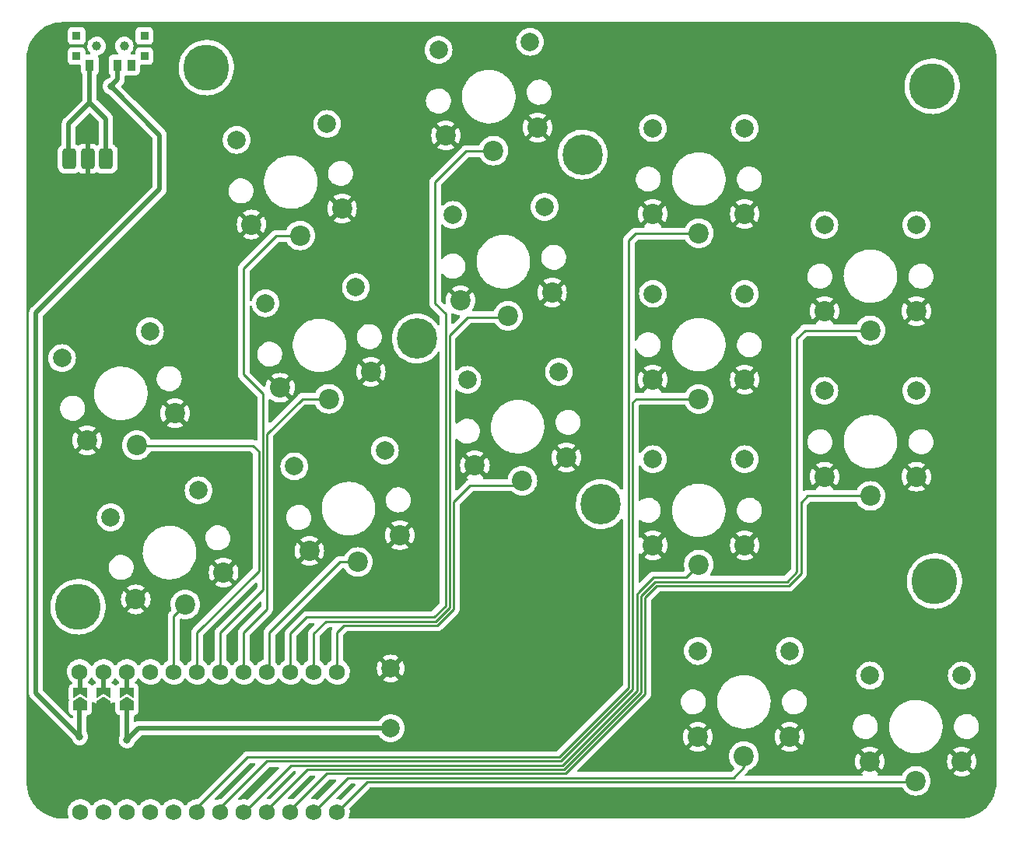
<source format=gbl>
%TF.GenerationSoftware,KiCad,Pcbnew,(6.0.4-0)*%
%TF.CreationDate,2022-07-26T10:13:52+02:00*%
%TF.ProjectId,wizza,77697a7a-612e-46b6-9963-61645f706362,v1.0.0*%
%TF.SameCoordinates,Original*%
%TF.FileFunction,Copper,L2,Bot*%
%TF.FilePolarity,Positive*%
%FSLAX46Y46*%
G04 Gerber Fmt 4.6, Leading zero omitted, Abs format (unit mm)*
G04 Created by KiCad (PCBNEW (6.0.4-0)) date 2022-07-26 10:13:52*
%MOMM*%
%LPD*%
G01*
G04 APERTURE LIST*
G04 Aperture macros list*
%AMRoundRect*
0 Rectangle with rounded corners*
0 $1 Rounding radius*
0 $2 $3 $4 $5 $6 $7 $8 $9 X,Y pos of 4 corners*
0 Add a 4 corners polygon primitive as box body*
4,1,4,$2,$3,$4,$5,$6,$7,$8,$9,$2,$3,0*
0 Add four circle primitives for the rounded corners*
1,1,$1+$1,$2,$3*
1,1,$1+$1,$4,$5*
1,1,$1+$1,$6,$7*
1,1,$1+$1,$8,$9*
0 Add four rect primitives between the rounded corners*
20,1,$1+$1,$2,$3,$4,$5,0*
20,1,$1+$1,$4,$5,$6,$7,0*
20,1,$1+$1,$6,$7,$8,$9,0*
20,1,$1+$1,$8,$9,$2,$3,0*%
%AMFreePoly0*
4,1,6,0.500000,-0.750000,-0.650000,-0.750000,-0.150000,0.000000,-0.650000,0.750000,0.500000,0.750000,0.500000,-0.750000,0.500000,-0.750000,$1*%
%AMFreePoly1*
4,1,6,1.000000,0.000000,0.500000,-0.750000,-0.500000,-0.750000,-0.500000,0.750000,0.500000,0.750000,1.000000,0.000000,1.000000,0.000000,$1*%
G04 Aperture macros list end*
%TA.AperFunction,ComponentPad*%
%ADD10C,2.200000*%
%TD*%
%TA.AperFunction,ComponentPad*%
%ADD11C,2.000000*%
%TD*%
%TA.AperFunction,ComponentPad*%
%ADD12C,5.000000*%
%TD*%
%TA.AperFunction,SMDPad,CuDef*%
%ADD13R,0.900000X0.900000*%
%TD*%
%TA.AperFunction,WasherPad*%
%ADD14C,1.000000*%
%TD*%
%TA.AperFunction,SMDPad,CuDef*%
%ADD15R,0.900000X1.250000*%
%TD*%
%TA.AperFunction,ComponentPad*%
%ADD16RoundRect,0.375000X-0.375000X-0.750000X0.375000X-0.750000X0.375000X0.750000X-0.375000X0.750000X0*%
%TD*%
%TA.AperFunction,ComponentPad*%
%ADD17C,4.400000*%
%TD*%
%TA.AperFunction,ComponentPad*%
%ADD18C,1.752600*%
%TD*%
%TA.AperFunction,SMDPad,CuDef*%
%ADD19FreePoly0,90.000000*%
%TD*%
%TA.AperFunction,SMDPad,CuDef*%
%ADD20R,0.500000X1.524000*%
%TD*%
%TA.AperFunction,SMDPad,CuDef*%
%ADD21FreePoly1,90.000000*%
%TD*%
%TA.AperFunction,ViaPad*%
%ADD22C,0.800000*%
%TD*%
%TA.AperFunction,Conductor*%
%ADD23C,0.500000*%
%TD*%
%TA.AperFunction,Conductor*%
%ADD24C,0.250000*%
%TD*%
G04 APERTURE END LIST*
D10*
%TO.P,S17,2*%
%TO.N,GND*%
X97872161Y110749716D03*
X87910214Y109878158D03*
%TO.P,S17,1*%
%TO.N,P14*%
X93074215Y108221928D03*
D11*
%TO.P,S17,*%
%TO.N,*%
X97057255Y120064136D03*
X87095308Y119192579D03*
%TD*%
D10*
%TO.P,S15,2*%
%TO.N,GND*%
X99453808Y92784406D03*
X89491861Y91912848D03*
%TO.P,S15,1*%
%TO.N,P16*%
X94655862Y90256618D03*
D11*
%TO.P,S15,*%
%TO.N,*%
X98638902Y102098826D03*
X88676955Y101227269D03*
%TD*%
%TO.P,S5,*%
%TO.N,*%
X46118072Y85645596D03*
X55681120Y88569313D03*
D10*
%TO.P,S5,1*%
%TO.N,P20*%
X54247252Y76157765D03*
%TO.P,S5,2*%
%TO.N,GND*%
X48851748Y76704146D03*
X58414795Y79627863D03*
%TD*%
%TO.P,S11,2*%
%TO.N,GND*%
X76591012Y101921038D03*
X66742934Y100184557D03*
%TO.P,S11,1*%
%TO.N,P19*%
X72031634Y98984701D03*
D11*
%TO.P,S11,*%
%TO.N,*%
X74967401Y111128991D03*
X65119324Y109392509D03*
%TD*%
D10*
%TO.P,S21,2*%
%TO.N,GND*%
X120424791Y83297254D03*
X110424791Y83297254D03*
%TO.P,S21,1*%
%TO.N,P4*%
X115424791Y81197254D03*
D11*
%TO.P,S21,*%
%TO.N,*%
X120424791Y92647254D03*
X110424791Y92647254D03*
%TD*%
%TO.P,S29,*%
%TO.N,*%
X129099495Y100114491D03*
X139099495Y100114491D03*
D10*
%TO.P,S29,1*%
%TO.N,P6*%
X134099495Y88664491D03*
%TO.P,S29,2*%
%TO.N,GND*%
X129099495Y90764491D03*
X139099495Y90764491D03*
%TD*%
%TO.P,S33,2*%
%TO.N,GND*%
X144046791Y41743254D03*
X134046791Y41743254D03*
%TO.P,S33,1*%
%TO.N,P9*%
X139046791Y39643254D03*
D11*
%TO.P,S33,*%
%TO.N,*%
X144046791Y51093254D03*
X134046791Y51093254D03*
%TD*%
D10*
%TO.P,S7,2*%
%TO.N,GND*%
X82875050Y66387574D03*
X73026972Y64651093D03*
%TO.P,S7,1*%
%TO.N,P15*%
X78315672Y63451237D03*
D11*
%TO.P,S7,*%
%TO.N,*%
X81251439Y75595527D03*
X71403362Y73859045D03*
%TD*%
D10*
%TO.P,S27,2*%
%TO.N,GND*%
X139099495Y72744491D03*
X129099495Y72744491D03*
%TO.P,S27,1*%
%TO.N,P7*%
X134099495Y70644491D03*
D11*
%TO.P,S27,*%
%TO.N,*%
X139099495Y82094491D03*
X129099495Y82094491D03*
%TD*%
%TO.P,S9,*%
%TO.N,*%
X68251343Y91620777D03*
X78099420Y93357259D03*
D10*
%TO.P,S9,1*%
%TO.N,P18*%
X75163653Y81212969D03*
%TO.P,S9,2*%
%TO.N,GND*%
X69874953Y82412825D03*
X79723031Y84149306D03*
%TD*%
%TO.P,S13,2*%
%TO.N,GND*%
X101015456Y74829096D03*
X91053509Y73957538D03*
%TO.P,S13,1*%
%TO.N,P10*%
X96217510Y72301308D03*
D11*
%TO.P,S13,*%
%TO.N,*%
X100200550Y84143516D03*
X90238603Y83271959D03*
%TD*%
D10*
%TO.P,S31,2*%
%TO.N,GND*%
X125321152Y44426273D03*
X115321152Y44426273D03*
%TO.P,S31,1*%
%TO.N,P8*%
X120321152Y42326273D03*
D11*
%TO.P,S31,*%
%TO.N,*%
X125321152Y53776273D03*
X115321152Y53776273D03*
%TD*%
D10*
%TO.P,S3,2*%
%TO.N,GND*%
X63705114Y62300682D03*
X54142067Y59376965D03*
%TO.P,S3,1*%
%TO.N,P21*%
X59537571Y58830584D03*
D11*
%TO.P,S3,*%
%TO.N,*%
X60971439Y71242132D03*
X51408391Y68318415D03*
%TD*%
D10*
%TO.P,S23,2*%
%TO.N,GND*%
X120424791Y101327254D03*
X110424791Y101327254D03*
%TO.P,S23,1*%
%TO.N,P3*%
X115424791Y99227254D03*
D11*
%TO.P,S23,*%
%TO.N,*%
X120424791Y110677254D03*
X110424791Y110677254D03*
%TD*%
D10*
%TO.P,S19,2*%
%TO.N,GND*%
X120424791Y65277254D03*
X110424791Y65277254D03*
%TO.P,S19,1*%
%TO.N,P5*%
X115424791Y63177254D03*
D11*
%TO.P,S19,*%
%TO.N,*%
X120424791Y74627254D03*
X110424791Y74627254D03*
%TD*%
%TO.P,B1,1*%
%TO.N,RST*%
X81896791Y45365254D03*
%TO.P,B1,2*%
%TO.N,GND*%
X81896791Y51865254D03*
%TD*%
D12*
%TO.P,,1,1*%
%TO.N,N/C*%
X141078791Y61367254D03*
%TD*%
D13*
%TO.P,T2,*%
%TO.N,*%
X55089406Y120708838D03*
X47689406Y120708838D03*
X55089406Y118508838D03*
X47689406Y118508838D03*
D14*
X49889406Y119608838D03*
X52889406Y119608838D03*
D15*
%TO.P,T2,1*%
%TO.N,Braw*%
X49139406Y117533838D03*
%TO.P,T2,2*%
%TO.N,RAW*%
X52139406Y117533838D03*
%TO.P,T2,3*%
%TO.N,N/C*%
X53639406Y117533838D03*
%TD*%
D12*
%TO.P,,1,1*%
%TO.N,N/C*%
X47860791Y58573254D03*
%TD*%
D16*
%TO.P,PAD1,1*%
%TO.N,Braw*%
X50908791Y107341254D03*
%TO.P,PAD1,2*%
%TO.N,GND*%
X48908791Y107341254D03*
%TO.P,PAD1,3*%
%TO.N,Braw*%
X46908791Y107341254D03*
%TD*%
D12*
%TO.P,,1,1*%
%TO.N,N/C*%
X140824791Y115215254D03*
%TD*%
%TO.P,,1,1*%
%TO.N,N/C*%
X61830791Y117247254D03*
%TD*%
D17*
%TO.P,REF\u002A\u002A,1*%
%TO.N,N/C*%
X102762791Y107797040D03*
X104756791Y69749254D03*
X84735898Y87776147D03*
%TD*%
D18*
%TO.P,MCU1,*%
%TO.N,*%
X50654791Y36253254D03*
D19*
X50654791Y49236777D03*
X48114791Y49236777D03*
D20*
X53194791Y50161777D03*
D18*
X53194791Y36253254D03*
X53194791Y51493254D03*
D20*
X48114791Y50161777D03*
D19*
X53194791Y49236777D03*
D20*
X50654791Y50161777D03*
D18*
X48031045Y51493254D03*
X48114791Y36253254D03*
X50654791Y51493254D03*
D21*
%TO.P,MCU1,1*%
%TO.N,RAW*%
X48114791Y47786777D03*
%TO.P,MCU1,2*%
%TO.N,GND*%
X50654791Y47786777D03*
%TO.P,MCU1,3*%
%TO.N,RST*%
X53194791Y47786777D03*
D18*
%TO.P,MCU1,4*%
%TO.N,N/C*%
X55734791Y51493254D03*
%TO.P,MCU1,5*%
%TO.N,P21*%
X58274791Y51493254D03*
%TO.P,MCU1,6*%
%TO.N,P20*%
X60814791Y51493254D03*
%TO.P,MCU1,7*%
%TO.N,P19*%
X63354791Y51493254D03*
%TO.P,MCU1,8*%
%TO.N,P18*%
X65894791Y51493254D03*
%TO.P,MCU1,9*%
%TO.N,P15*%
X68434791Y51493254D03*
%TO.P,MCU1,10*%
%TO.N,P14*%
X70974791Y51493254D03*
%TO.P,MCU1,11*%
%TO.N,P16*%
X73514791Y51493254D03*
%TO.P,MCU1,12*%
%TO.N,P10*%
X76054791Y51493254D03*
%TO.P,MCU1,16*%
%TO.N,N/C*%
X55734791Y36253254D03*
%TO.P,MCU1,17*%
%TO.N,P2*%
X58274791Y36253254D03*
%TO.P,MCU1,18*%
%TO.N,P3*%
X60814791Y36253254D03*
%TO.P,MCU1,19*%
%TO.N,P4*%
X63354791Y36253254D03*
%TO.P,MCU1,20*%
%TO.N,P5*%
X65894791Y36253254D03*
%TO.P,MCU1,21*%
%TO.N,P6*%
X68434791Y36253254D03*
%TO.P,MCU1,22*%
%TO.N,P7*%
X70974791Y36253254D03*
%TO.P,MCU1,23*%
%TO.N,P8*%
X73514791Y36253254D03*
%TO.P,MCU1,24*%
%TO.N,P9*%
X76054791Y36253254D03*
%TD*%
D22*
%TO.N,GND*%
X50606907Y44095254D03*
%TO.N,RAW*%
X48044190Y44424041D03*
X51441433Y115221539D03*
%TO.N,RST*%
X53194791Y44095254D03*
%TD*%
D23*
%TO.N,RST*%
X53194791Y44095254D02*
X54464791Y45365254D01*
X54464791Y45365254D02*
X81896791Y45365254D01*
D24*
%TO.N,P3*%
X60814791Y36253254D02*
X60814791Y36729254D01*
X60814791Y36729254D02*
X66305911Y42220374D01*
X107784711Y49792328D02*
X107784711Y98431174D01*
X66305911Y42220374D02*
X100212757Y42220374D01*
X108530791Y99177254D02*
X115424791Y99177254D01*
X100212757Y42220374D02*
X107784711Y49792328D01*
X107784711Y98431174D02*
X108530791Y99177254D01*
%TO.N,P4*%
X63354791Y36253254D02*
X63354791Y36729254D01*
X100398955Y41770854D02*
X108234231Y49606130D01*
X63354791Y36729254D02*
X68396391Y41770854D01*
X68396391Y41770854D02*
X100398955Y41770854D01*
X108234231Y49606130D02*
X108234231Y80846694D01*
X108234231Y80846694D02*
X108584791Y81197254D01*
X108584791Y81197254D02*
X115424791Y81197254D01*
%TO.N,P5*%
X65894791Y36253254D02*
X65926791Y36253254D01*
X65926791Y36253254D02*
X70994871Y41321334D01*
X70994871Y41321334D02*
X100585153Y41321334D01*
X108683751Y49419932D02*
X108683751Y59961649D01*
X100585153Y41321334D02*
X108683751Y49419932D01*
X108683751Y59961649D02*
X108947074Y60224971D01*
X108947074Y60224971D02*
X110480397Y61758294D01*
X110480397Y61758294D02*
X114005831Y61758294D01*
X114005831Y61758294D02*
X115424791Y63177254D01*
%TO.N,P6*%
X68434791Y36253254D02*
X68434791Y36475254D01*
X125018311Y61308774D02*
X126092791Y62383254D01*
X100771351Y40871814D02*
X109133271Y49233734D01*
X68434791Y36475254D02*
X72831351Y40871814D01*
X126092791Y62383254D02*
X126092791Y87783254D01*
X72831351Y40871814D02*
X100771351Y40871814D01*
X110666594Y61308774D02*
X125018311Y61308774D01*
X126974028Y88664491D02*
X134099495Y88664491D01*
X109133271Y49233734D02*
X109133271Y59775451D01*
X109133271Y59775451D02*
X110666594Y61308774D01*
X126092791Y87783254D02*
X126974028Y88664491D01*
%TO.N,P7*%
X70974791Y36253254D02*
X70974791Y36475254D01*
X110852791Y60859254D02*
X125204509Y60859254D01*
X109582791Y49047536D02*
X109582791Y59589254D01*
X126542311Y69944774D02*
X127242028Y70644491D01*
X127242028Y70644491D02*
X134099495Y70644491D01*
X70974791Y36475254D02*
X74921831Y40422294D01*
X126542311Y62197056D02*
X126542311Y69944774D01*
X100957549Y40422294D02*
X109582791Y49047536D01*
X74921831Y40422294D02*
X100957549Y40422294D01*
X109582791Y59589254D02*
X110852791Y60859254D01*
X125204509Y60859254D02*
X126542311Y62197056D01*
%TO.N,P8*%
X73514791Y36253254D02*
X77234311Y39972774D01*
X77234311Y39972774D02*
X119176311Y39972774D01*
X119176311Y39972774D02*
X120321152Y41117615D01*
X120321152Y41117615D02*
X120321152Y42326273D01*
%TO.N,P9*%
X76054791Y36253254D02*
X79324791Y39523254D01*
X79324791Y39523254D02*
X138926791Y39523254D01*
X138926791Y39523254D02*
X139046791Y39643254D01*
D23*
%TO.N,RAW*%
X48114791Y47786777D02*
X48044190Y47716176D01*
X48044190Y47716176D02*
X48044190Y44424041D01*
%TO.N,RST*%
X53194791Y44095254D02*
X53194791Y47786777D01*
%TO.N,GND*%
X50606907Y44095254D02*
X50654791Y44143138D01*
X50654791Y44143138D02*
X50654791Y47786777D01*
D24*
%TO.N,P10*%
X76054791Y51493254D02*
X76054791Y55779254D01*
X86976791Y56541254D02*
X88754791Y58319254D01*
X76054791Y55779254D02*
X76816791Y56541254D01*
X76816791Y56541254D02*
X86976791Y56541254D01*
X88754791Y58319254D02*
X88754791Y70003254D01*
X88754791Y70003254D02*
X90532791Y71781254D01*
X95697456Y71781254D02*
X96217510Y72301308D01*
X90532791Y71781254D02*
X95697456Y71781254D01*
%TO.N,P16*%
X73514791Y51493254D02*
X73514791Y55652254D01*
X94468498Y90069254D02*
X94655862Y90256618D01*
X86790593Y56990774D02*
X88305271Y58505453D01*
X74853311Y56990774D02*
X86790593Y56990774D01*
X88305271Y58505453D02*
X88305271Y88095734D01*
X73514791Y55652254D02*
X74853311Y56990774D01*
X88305271Y88095734D02*
X90278791Y90069254D01*
X90278791Y90069254D02*
X94468498Y90069254D01*
%TO.N,P14*%
X70974791Y51493254D02*
X70974791Y55652254D01*
X87855751Y90460294D02*
X86722791Y91593254D01*
X87855751Y58691650D02*
X87855751Y90460294D01*
X72762831Y57440294D02*
X86604395Y57440294D01*
X86604395Y57440294D02*
X87855751Y58691650D01*
X70974791Y55652254D02*
X72762831Y57440294D01*
X86722791Y91593254D02*
X86722791Y104801254D01*
X90093465Y108171928D02*
X93254215Y108171928D01*
X86722791Y104801254D02*
X90093465Y108171928D01*
%TO.N,P21*%
X58274791Y51493254D02*
X58274791Y57567804D01*
X58274791Y57567804D02*
X59916564Y59209577D01*
%TO.N,P20*%
X60814791Y51493254D02*
X60814791Y55779254D01*
X67535751Y62500214D02*
X67535751Y75474294D01*
X67535751Y75474294D02*
X66910791Y76099254D01*
X60814791Y55779254D02*
X67535751Y62500214D01*
X66910791Y76099254D02*
X54305763Y76099254D01*
X54305763Y76099254D02*
X54247252Y76157765D01*
%TO.N,P19*%
X67985271Y60409734D02*
X67985271Y81755774D01*
X63354791Y55779254D02*
X67985271Y60409734D01*
X63354791Y51493254D02*
X63354791Y55779254D01*
X67985271Y81755774D02*
X65894791Y83846254D01*
X65894791Y83846254D02*
X65894791Y95403254D01*
X65894791Y95403254D02*
X69426238Y98934701D01*
X69426238Y98934701D02*
X72411634Y98934701D01*
%TO.N,P18*%
X65894791Y51493254D02*
X65894791Y55779254D01*
X65894791Y55779254D02*
X68434791Y58319254D01*
X68434791Y58319254D02*
X68434791Y77369254D01*
X72278506Y81212969D02*
X74383653Y81212969D01*
X68434791Y77369254D02*
X72278506Y81212969D01*
%TO.N,P15*%
X68434791Y51493254D02*
X68688791Y51747254D01*
X68688791Y51747254D02*
X68688791Y55779254D01*
X68688791Y55779254D02*
X76360774Y63451237D01*
X76360774Y63451237D02*
X78315672Y63451237D01*
D23*
%TO.N,RAW*%
X48044190Y44424041D02*
X43288791Y49179440D01*
X56750791Y104039254D02*
X56750791Y109912181D01*
X43288791Y90577254D02*
X56750791Y104039254D01*
X56750791Y109912181D02*
X51441433Y115221539D01*
X52190791Y115970928D02*
X51492818Y115272955D01*
X52190791Y117585254D02*
X52190791Y115970928D01*
X43288791Y49179440D02*
X43288791Y90577254D01*
%TO.N,Braw*%
X46844791Y107405254D02*
X46908791Y107341254D01*
X49139406Y113445869D02*
X46844791Y111151254D01*
X49139406Y117533838D02*
X49139406Y113445869D01*
X49139406Y113445869D02*
X50908791Y111676484D01*
X46844791Y111151254D02*
X46844791Y107405254D01*
X50908791Y111676484D02*
X50908791Y107341254D01*
%TD*%
%TA.AperFunction,Conductor*%
%TO.N,GND*%
G36*
X90837923Y122201309D02*
G01*
X143825421Y122199755D01*
X143844800Y122198255D01*
X143859642Y122195944D01*
X143859647Y122195944D01*
X143868516Y122194563D01*
X143885825Y122196826D01*
X143888448Y122197169D01*
X143910602Y122198098D01*
X143945124Y122196502D01*
X144232196Y122183231D01*
X144243778Y122182157D01*
X144543463Y122140354D01*
X144592363Y122133533D01*
X144603803Y122131394D01*
X144946405Y122050816D01*
X144957599Y122047631D01*
X145196115Y121967690D01*
X145291307Y121935785D01*
X145302152Y121931584D01*
X145624135Y121789416D01*
X145634527Y121784242D01*
X145942037Y121612963D01*
X145951907Y121606851D01*
X146242279Y121407944D01*
X146251560Y121400936D01*
X146522340Y121176087D01*
X146530941Y121168246D01*
X146779815Y120919375D01*
X146787655Y120910774D01*
X146920250Y120751099D01*
X147012494Y120640015D01*
X147019506Y120630731D01*
X147136700Y120459651D01*
X147218415Y120340364D01*
X147224542Y120330469D01*
X147394212Y120025861D01*
X147395807Y120022997D01*
X147400992Y120012584D01*
X147495064Y119799537D01*
X147543161Y119690610D01*
X147547364Y119679761D01*
X147602252Y119516001D01*
X147659216Y119346050D01*
X147662401Y119334856D01*
X147742984Y118992256D01*
X147745122Y118980816D01*
X147793753Y118632224D01*
X147794826Y118620643D01*
X147799934Y118510190D01*
X147809341Y118306776D01*
X147807976Y118281575D01*
X147806100Y118269524D01*
X147810226Y118237980D01*
X147811290Y118221639D01*
X147809668Y82804365D01*
X147807686Y39504273D01*
X147806186Y39484897D01*
X147803875Y39470054D01*
X147803875Y39470049D01*
X147802494Y39461179D01*
X147803658Y39452278D01*
X147805100Y39441247D01*
X147806029Y39419093D01*
X147791162Y39097507D01*
X147790088Y39085918D01*
X147741463Y38737338D01*
X147739324Y38725898D01*
X147686748Y38502356D01*
X147658746Y38383300D01*
X147655564Y38372115D01*
X147600633Y38208224D01*
X147543714Y38038401D01*
X147539510Y38027549D01*
X147397347Y37705581D01*
X147392159Y37695163D01*
X147220903Y37387700D01*
X147214777Y37377805D01*
X147015872Y37087441D01*
X147008858Y37078153D01*
X146784010Y36807379D01*
X146776169Y36798779D01*
X146527314Y36549924D01*
X146518714Y36542083D01*
X146247939Y36317235D01*
X146238651Y36310221D01*
X145948286Y36111317D01*
X145938409Y36105201D01*
X145630915Y35933928D01*
X145620510Y35928748D01*
X145298539Y35786585D01*
X145287698Y35782385D01*
X144953970Y35670532D01*
X144942799Y35667354D01*
X144622587Y35592041D01*
X144600192Y35586774D01*
X144588751Y35584635D01*
X144240170Y35536011D01*
X144228588Y35534937D01*
X144146566Y35531145D01*
X143914340Y35520410D01*
X143889137Y35521776D01*
X143886338Y35522212D01*
X143886337Y35522212D01*
X143877463Y35523594D01*
X143845888Y35519465D01*
X143829565Y35518403D01*
X77438653Y35517282D01*
X77370532Y35537283D01*
X77324038Y35590938D01*
X77313933Y35661212D01*
X77325693Y35699106D01*
X77346758Y35741728D01*
X77412955Y35959608D01*
X77425491Y36054824D01*
X77442241Y36182053D01*
X77442242Y36182060D01*
X77442678Y36185375D01*
X77444337Y36253254D01*
X77436970Y36342861D01*
X77426102Y36475052D01*
X77426101Y36475058D01*
X77425678Y36480203D01*
X77408579Y36548279D01*
X77393286Y36609164D01*
X77396091Y36680105D01*
X77426395Y36728954D01*
X79550290Y38852849D01*
X79612602Y38886875D01*
X79639385Y38889754D01*
X137551479Y38889754D01*
X137619600Y38869752D01*
X137658912Y38829589D01*
X137741463Y38694878D01*
X137905893Y38502356D01*
X138098415Y38337926D01*
X138314289Y38205638D01*
X138318859Y38203745D01*
X138318863Y38203743D01*
X138543627Y38110643D01*
X138548200Y38108749D01*
X138632823Y38088433D01*
X138789575Y38050800D01*
X138789581Y38050799D01*
X138794388Y38049645D01*
X139046791Y38029780D01*
X139299194Y38049645D01*
X139304001Y38050799D01*
X139304007Y38050800D01*
X139460759Y38088433D01*
X139545382Y38108749D01*
X139549955Y38110643D01*
X139774719Y38203743D01*
X139774723Y38203745D01*
X139779293Y38205638D01*
X139995167Y38337926D01*
X140187689Y38502356D01*
X140352119Y38694878D01*
X140484407Y38910752D01*
X140558674Y39090047D01*
X140579402Y39140090D01*
X140579403Y39140092D01*
X140581296Y39144663D01*
X140623216Y39319272D01*
X140639245Y39386038D01*
X140639246Y39386044D01*
X140640400Y39390851D01*
X140660265Y39643254D01*
X140640400Y39895657D01*
X140581296Y40141845D01*
X140577382Y40151295D01*
X140486302Y40371182D01*
X140486300Y40371186D01*
X140484407Y40375756D01*
X140446347Y40437864D01*
X143106231Y40437864D01*
X143111958Y40430214D01*
X143310297Y40308671D01*
X143319091Y40304190D01*
X143543782Y40211120D01*
X143553167Y40208071D01*
X143789654Y40151295D01*
X143799401Y40149752D01*
X144041861Y40130670D01*
X144051721Y40130670D01*
X144294181Y40149752D01*
X144303928Y40151295D01*
X144540415Y40208071D01*
X144549800Y40211120D01*
X144774491Y40304190D01*
X144783285Y40308671D01*
X144977958Y40427967D01*
X144987418Y40438424D01*
X144983635Y40447200D01*
X144059603Y41371232D01*
X144045659Y41378846D01*
X144043826Y41378715D01*
X144037211Y41374464D01*
X143112991Y40450244D01*
X143106231Y40437864D01*
X140446347Y40437864D01*
X140352119Y40591630D01*
X140187689Y40784152D01*
X139995167Y40948582D01*
X139779293Y41080870D01*
X139774723Y41082763D01*
X139774719Y41082765D01*
X139549955Y41175865D01*
X139549953Y41175866D01*
X139545382Y41177759D01*
X139460759Y41198075D01*
X139304007Y41235708D01*
X139304001Y41235709D01*
X139299194Y41236863D01*
X139046791Y41256728D01*
X138794388Y41236863D01*
X138789581Y41235709D01*
X138789575Y41235708D01*
X138632823Y41198075D01*
X138548200Y41177759D01*
X138543629Y41175866D01*
X138543627Y41175865D01*
X138318863Y41082765D01*
X138318859Y41082763D01*
X138314289Y41080870D01*
X138098415Y40948582D01*
X137905893Y40784152D01*
X137741463Y40591630D01*
X137609175Y40375756D01*
X137607282Y40371186D01*
X137607280Y40371182D01*
X137550680Y40234536D01*
X137506132Y40179255D01*
X137434271Y40156754D01*
X134982141Y40156754D01*
X134914020Y40176756D01*
X134867527Y40230412D01*
X134857423Y40300686D01*
X134886917Y40365266D01*
X134916306Y40390187D01*
X134977958Y40427967D01*
X134987418Y40438424D01*
X134983635Y40447200D01*
X134059603Y41371232D01*
X134045659Y41378846D01*
X134043826Y41378715D01*
X134037211Y41374464D01*
X133112991Y40450244D01*
X133106231Y40437864D01*
X133111958Y40430214D01*
X133177276Y40390187D01*
X133224907Y40337539D01*
X133236514Y40267498D01*
X133208411Y40202300D01*
X133149521Y40162646D01*
X133111441Y40156754D01*
X120560385Y40156754D01*
X120492264Y40176756D01*
X120445771Y40230412D01*
X120435667Y40300686D01*
X120465161Y40365266D01*
X120471290Y40371849D01*
X120713399Y40613958D01*
X120721689Y40621502D01*
X120728170Y40625615D01*
X120774811Y40675283D01*
X120777565Y40678124D01*
X120797287Y40697846D01*
X120799764Y40701039D01*
X120807469Y40710060D01*
X120832311Y40736515D01*
X120837738Y40742294D01*
X120841559Y40749244D01*
X120847498Y40760047D01*
X120858354Y40776574D01*
X120870765Y40792574D01*
X120872725Y40791054D01*
X120915666Y40831140D01*
X120923996Y40834951D01*
X121049080Y40886762D01*
X121049084Y40886764D01*
X121053654Y40888657D01*
X121269528Y41020945D01*
X121462050Y41185375D01*
X121626480Y41377897D01*
X121758768Y41593771D01*
X121818644Y41738324D01*
X132434207Y41738324D01*
X132453289Y41495864D01*
X132454832Y41486117D01*
X132511608Y41249630D01*
X132514657Y41240245D01*
X132607727Y41015554D01*
X132612208Y41006760D01*
X132731504Y40812087D01*
X132741961Y40802627D01*
X132750737Y40806410D01*
X133674769Y41730442D01*
X133681147Y41742122D01*
X134411199Y41742122D01*
X134411330Y41740289D01*
X134415581Y41733674D01*
X135339801Y40809454D01*
X135352181Y40802694D01*
X135359831Y40808421D01*
X135481374Y41006760D01*
X135485855Y41015554D01*
X135578925Y41240245D01*
X135581974Y41249630D01*
X135638750Y41486117D01*
X135640293Y41495864D01*
X135659375Y41738324D01*
X142434207Y41738324D01*
X142453289Y41495864D01*
X142454832Y41486117D01*
X142511608Y41249630D01*
X142514657Y41240245D01*
X142607727Y41015554D01*
X142612208Y41006760D01*
X142731504Y40812087D01*
X142741961Y40802627D01*
X142750737Y40806410D01*
X143674769Y41730442D01*
X143681147Y41742122D01*
X144411199Y41742122D01*
X144411330Y41740289D01*
X144415581Y41733674D01*
X145339801Y40809454D01*
X145352181Y40802694D01*
X145359831Y40808421D01*
X145481374Y41006760D01*
X145485855Y41015554D01*
X145578925Y41240245D01*
X145581974Y41249630D01*
X145638750Y41486117D01*
X145640293Y41495864D01*
X145659375Y41738324D01*
X145659375Y41748184D01*
X145640293Y41990644D01*
X145638750Y42000391D01*
X145581974Y42236878D01*
X145578925Y42246263D01*
X145485855Y42470954D01*
X145481374Y42479748D01*
X145362078Y42674421D01*
X145351621Y42683881D01*
X145342845Y42680098D01*
X144418813Y41756066D01*
X144411199Y41742122D01*
X143681147Y41742122D01*
X143682383Y41744386D01*
X143682252Y41746219D01*
X143678001Y41752834D01*
X142753781Y42677054D01*
X142741401Y42683814D01*
X142733751Y42678087D01*
X142612208Y42479748D01*
X142607727Y42470954D01*
X142514657Y42246263D01*
X142511608Y42236878D01*
X142454832Y42000391D01*
X142453289Y41990644D01*
X142434207Y41748184D01*
X142434207Y41738324D01*
X135659375Y41738324D01*
X135659375Y41748184D01*
X135640293Y41990644D01*
X135638750Y42000391D01*
X135581974Y42236878D01*
X135578925Y42246263D01*
X135485855Y42470954D01*
X135481374Y42479748D01*
X135362078Y42674421D01*
X135351621Y42683881D01*
X135342845Y42680098D01*
X134418813Y41756066D01*
X134411199Y41742122D01*
X133681147Y41742122D01*
X133682383Y41744386D01*
X133682252Y41746219D01*
X133678001Y41752834D01*
X132753781Y42677054D01*
X132741401Y42683814D01*
X132733751Y42678087D01*
X132612208Y42479748D01*
X132607727Y42470954D01*
X132514657Y42246263D01*
X132511608Y42236878D01*
X132454832Y42000391D01*
X132453289Y41990644D01*
X132434207Y41748184D01*
X132434207Y41738324D01*
X121818644Y41738324D01*
X121855657Y41827682D01*
X121875973Y41912305D01*
X121913606Y42069057D01*
X121913607Y42069063D01*
X121914761Y42073870D01*
X121934626Y42326273D01*
X121914761Y42578676D01*
X121901239Y42635003D01*
X121867565Y42775264D01*
X121855657Y42824864D01*
X121851743Y42834314D01*
X121760663Y43054201D01*
X121760661Y43054205D01*
X121758768Y43058775D01*
X121720708Y43120883D01*
X124380592Y43120883D01*
X124386319Y43113233D01*
X124584658Y42991690D01*
X124593452Y42987209D01*
X124818143Y42894139D01*
X124827528Y42891090D01*
X125064015Y42834314D01*
X125073762Y42832771D01*
X125316222Y42813689D01*
X125326082Y42813689D01*
X125568542Y42832771D01*
X125578289Y42834314D01*
X125814776Y42891090D01*
X125824161Y42894139D01*
X126048852Y42987209D01*
X126057646Y42991690D01*
X126149672Y43048084D01*
X133106164Y43048084D01*
X133109947Y43039308D01*
X134033979Y42115276D01*
X134047923Y42107662D01*
X134049756Y42107793D01*
X134056371Y42112044D01*
X134980591Y43036264D01*
X134987351Y43048644D01*
X134981624Y43056294D01*
X134783285Y43177837D01*
X134774491Y43182318D01*
X134549800Y43275388D01*
X134540415Y43278437D01*
X134303928Y43335213D01*
X134294181Y43336756D01*
X134051721Y43355838D01*
X134041861Y43355838D01*
X133799401Y43336756D01*
X133789654Y43335213D01*
X133553167Y43278437D01*
X133543782Y43275388D01*
X133319091Y43182318D01*
X133310297Y43177837D01*
X133115624Y43058541D01*
X133106164Y43048084D01*
X126149672Y43048084D01*
X126252319Y43110986D01*
X126261779Y43121443D01*
X126257996Y43130219D01*
X125333964Y44054251D01*
X125320020Y44061865D01*
X125318187Y44061734D01*
X125311572Y44057483D01*
X124387352Y43133263D01*
X124380592Y43120883D01*
X121720708Y43120883D01*
X121626480Y43274649D01*
X121462050Y43467171D01*
X121269528Y43631601D01*
X121053654Y43763889D01*
X121049084Y43765782D01*
X121049080Y43765784D01*
X120824316Y43858884D01*
X120824314Y43858885D01*
X120819743Y43860778D01*
X120687448Y43892539D01*
X120578368Y43918727D01*
X120578362Y43918728D01*
X120573555Y43919882D01*
X120321152Y43939747D01*
X120068749Y43919882D01*
X120063942Y43918728D01*
X120063936Y43918727D01*
X119954856Y43892539D01*
X119822561Y43860778D01*
X119817990Y43858885D01*
X119817988Y43858884D01*
X119593224Y43765784D01*
X119593220Y43765782D01*
X119588650Y43763889D01*
X119372776Y43631601D01*
X119180254Y43467171D01*
X119015824Y43274649D01*
X118883536Y43058775D01*
X118881643Y43054205D01*
X118881641Y43054201D01*
X118790561Y42834314D01*
X118786647Y42824864D01*
X118774739Y42775264D01*
X118741066Y42635003D01*
X118727543Y42578676D01*
X118707678Y42326273D01*
X118727543Y42073870D01*
X118728697Y42069063D01*
X118728698Y42069057D01*
X118766331Y41912305D01*
X118786647Y41827682D01*
X118883536Y41593771D01*
X119015824Y41377897D01*
X119180254Y41185375D01*
X119184010Y41182167D01*
X119184015Y41182162D01*
X119245289Y41129829D01*
X119284099Y41070379D01*
X119284605Y40999384D01*
X119252554Y40944923D01*
X118950810Y40643179D01*
X118888498Y40609153D01*
X118861715Y40606274D01*
X102341623Y40606274D01*
X102273502Y40626276D01*
X102227009Y40679932D01*
X102216905Y40750206D01*
X102246399Y40814786D01*
X102252528Y40821369D01*
X104552042Y43120883D01*
X114380592Y43120883D01*
X114386319Y43113233D01*
X114584658Y42991690D01*
X114593452Y42987209D01*
X114818143Y42894139D01*
X114827528Y42891090D01*
X115064015Y42834314D01*
X115073762Y42832771D01*
X115316222Y42813689D01*
X115326082Y42813689D01*
X115568542Y42832771D01*
X115578289Y42834314D01*
X115814776Y42891090D01*
X115824161Y42894139D01*
X116048852Y42987209D01*
X116057646Y42991690D01*
X116252319Y43110986D01*
X116261779Y43121443D01*
X116257996Y43130219D01*
X115333964Y44054251D01*
X115320020Y44061865D01*
X115318187Y44061734D01*
X115311572Y44057483D01*
X114387352Y43133263D01*
X114380592Y43120883D01*
X104552042Y43120883D01*
X105852502Y44421343D01*
X113708568Y44421343D01*
X113727650Y44178883D01*
X113729193Y44169136D01*
X113785969Y43932649D01*
X113789018Y43923264D01*
X113882088Y43698573D01*
X113886569Y43689779D01*
X114005865Y43495106D01*
X114016322Y43485646D01*
X114025098Y43489429D01*
X114949130Y44413461D01*
X114955508Y44425141D01*
X115685560Y44425141D01*
X115685691Y44423308D01*
X115689942Y44416693D01*
X116614162Y43492473D01*
X116626542Y43485713D01*
X116634192Y43491440D01*
X116755735Y43689779D01*
X116760216Y43698573D01*
X116853286Y43923264D01*
X116856335Y43932649D01*
X116913111Y44169136D01*
X116914654Y44178883D01*
X116933736Y44421343D01*
X123708568Y44421343D01*
X123727650Y44178883D01*
X123729193Y44169136D01*
X123785969Y43932649D01*
X123789018Y43923264D01*
X123882088Y43698573D01*
X123886569Y43689779D01*
X124005865Y43495106D01*
X124016322Y43485646D01*
X124025098Y43489429D01*
X124949130Y44413461D01*
X124955508Y44425141D01*
X125685560Y44425141D01*
X125685691Y44423308D01*
X125689942Y44416693D01*
X126614162Y43492473D01*
X126626542Y43485713D01*
X126634192Y43491440D01*
X126755735Y43689779D01*
X126760216Y43698573D01*
X126853286Y43923264D01*
X126856335Y43932649D01*
X126913111Y44169136D01*
X126914654Y44178883D01*
X126933736Y44421343D01*
X126933736Y44431203D01*
X126914654Y44673663D01*
X126913111Y44683410D01*
X126856335Y44919897D01*
X126853286Y44929282D01*
X126760216Y45153973D01*
X126755735Y45162767D01*
X126636439Y45357440D01*
X126625982Y45366900D01*
X126617206Y45363117D01*
X125693174Y44439085D01*
X125685560Y44425141D01*
X124955508Y44425141D01*
X124956744Y44427405D01*
X124956613Y44429238D01*
X124952362Y44435853D01*
X124028142Y45360073D01*
X124015762Y45366833D01*
X124008112Y45361106D01*
X123886569Y45162767D01*
X123882088Y45153973D01*
X123789018Y44929282D01*
X123785969Y44919897D01*
X123729193Y44683410D01*
X123727650Y44673663D01*
X123708568Y44431203D01*
X123708568Y44421343D01*
X116933736Y44421343D01*
X116933736Y44431203D01*
X116914654Y44673663D01*
X116913111Y44683410D01*
X116856335Y44919897D01*
X116853286Y44929282D01*
X116760216Y45153973D01*
X116755735Y45162767D01*
X116636439Y45357440D01*
X116625982Y45366900D01*
X116617206Y45363117D01*
X115693174Y44439085D01*
X115685560Y44425141D01*
X114955508Y44425141D01*
X114956744Y44427405D01*
X114956613Y44429238D01*
X114952362Y44435853D01*
X114028142Y45360073D01*
X114015762Y45366833D01*
X114008112Y45361106D01*
X113886569Y45162767D01*
X113882088Y45153973D01*
X113789018Y44929282D01*
X113785969Y44919897D01*
X113729193Y44683410D01*
X113727650Y44673663D01*
X113708568Y44431203D01*
X113708568Y44421343D01*
X105852502Y44421343D01*
X107162262Y45731103D01*
X114380525Y45731103D01*
X114384308Y45722327D01*
X115308340Y44798295D01*
X115322284Y44790681D01*
X115324117Y44790812D01*
X115330732Y44795063D01*
X116254952Y45719283D01*
X116261712Y45731663D01*
X116255985Y45739313D01*
X116057646Y45860856D01*
X116048852Y45865337D01*
X115824161Y45958407D01*
X115814776Y45961456D01*
X115578289Y46018232D01*
X115568542Y46019775D01*
X115326082Y46038857D01*
X115316222Y46038857D01*
X115073762Y46019775D01*
X115064015Y46018232D01*
X114827528Y45961456D01*
X114818143Y45958407D01*
X114593452Y45865337D01*
X114584658Y45860856D01*
X114389985Y45741560D01*
X114380525Y45731103D01*
X107162262Y45731103D01*
X109721700Y48290541D01*
X113458352Y48290541D01*
X113458552Y48285211D01*
X113458552Y48285210D01*
X113459795Y48252092D01*
X113467006Y48060005D01*
X113514380Y47834223D01*
X113599119Y47619651D01*
X113718799Y47422424D01*
X113722296Y47418394D01*
X113838460Y47284527D01*
X113869999Y47248181D01*
X113891015Y47230949D01*
X114044267Y47105289D01*
X114044273Y47105285D01*
X114048395Y47101905D01*
X114248887Y46987779D01*
X114253903Y46985958D01*
X114253908Y46985956D01*
X114460727Y46910884D01*
X114460731Y46910883D01*
X114465742Y46909064D01*
X114470991Y46908115D01*
X114470994Y46908114D01*
X114688675Y46868751D01*
X114688682Y46868750D01*
X114692759Y46868013D01*
X114710496Y46867177D01*
X114715444Y46866943D01*
X114715451Y46866943D01*
X114716932Y46866873D01*
X114879077Y46866873D01*
X114946033Y46872554D01*
X115045714Y46881012D01*
X115045718Y46881013D01*
X115051025Y46881463D01*
X115056180Y46882801D01*
X115056186Y46882802D01*
X115269155Y46938078D01*
X115269159Y46938079D01*
X115274324Y46939420D01*
X115279190Y46941612D01*
X115279193Y46941613D01*
X115479801Y47031980D01*
X115484667Y47034172D01*
X115489087Y47037148D01*
X115489091Y47037150D01*
X115620262Y47125461D01*
X115676037Y47163011D01*
X115842964Y47322251D01*
X115930096Y47439361D01*
X115977489Y47503059D01*
X115977491Y47503062D01*
X115980673Y47507339D01*
X116035457Y47615090D01*
X116082810Y47708227D01*
X116082810Y47708228D01*
X116085229Y47712985D01*
X116124495Y47839442D01*
X116152057Y47928203D01*
X116152058Y47928209D01*
X116153641Y47933306D01*
X116172322Y48074253D01*
X116176301Y48104271D01*
X117410279Y48104271D01*
X117410640Y48100656D01*
X117410640Y48100651D01*
X117413245Y48074553D01*
X117443592Y47770512D01*
X117444364Y47766972D01*
X117503604Y47495274D01*
X117515046Y47442794D01*
X117516219Y47439367D01*
X117516221Y47439361D01*
X117620823Y47133845D01*
X117623694Y47125461D01*
X117625253Y47122193D01*
X117625256Y47122185D01*
X117679227Y47009034D01*
X117768095Y46822718D01*
X117770026Y46819639D01*
X117770027Y46819638D01*
X117780800Y46802465D01*
X117946335Y46538578D01*
X117948605Y46535744D01*
X117948609Y46535739D01*
X118153783Y46279640D01*
X118156052Y46276808D01*
X118158634Y46274253D01*
X118383009Y46052217D01*
X118394467Y46040878D01*
X118397319Y46038642D01*
X118397321Y46038640D01*
X118655566Y45836150D01*
X118658419Y45833913D01*
X118661508Y45832020D01*
X118661511Y45832018D01*
X118790473Y45752990D01*
X118944409Y45658658D01*
X118947699Y45657131D01*
X118947708Y45657126D01*
X119200710Y45539687D01*
X119248647Y45517435D01*
X119567101Y45412117D01*
X119570656Y45411381D01*
X119570659Y45411380D01*
X119891985Y45344836D01*
X119895549Y45344098D01*
X119899171Y45343775D01*
X119899176Y45343774D01*
X120187728Y45318022D01*
X120187736Y45318022D01*
X120190522Y45317773D01*
X120406636Y45317773D01*
X120408455Y45317878D01*
X120408459Y45317878D01*
X120652393Y45331943D01*
X120652398Y45331944D01*
X120656013Y45332152D01*
X120663840Y45333518D01*
X120982863Y45389196D01*
X120982870Y45389198D01*
X120986436Y45389820D01*
X120989911Y45390849D01*
X120989918Y45390851D01*
X121118760Y45429016D01*
X121308041Y45485084D01*
X121383888Y45517435D01*
X121613231Y45615258D01*
X121613230Y45615258D01*
X121616565Y45616680D01*
X121693488Y45660556D01*
X121817170Y45731103D01*
X124380525Y45731103D01*
X124384308Y45722327D01*
X125308340Y44798295D01*
X125322284Y44790681D01*
X125324117Y44790812D01*
X125330732Y44795063D01*
X126143191Y45607522D01*
X132183991Y45607522D01*
X132184191Y45602192D01*
X132184191Y45602191D01*
X132184385Y45597031D01*
X132192645Y45376986D01*
X132240019Y45151204D01*
X132324758Y44936632D01*
X132444438Y44739405D01*
X132447935Y44735375D01*
X132591571Y44569849D01*
X132595638Y44565162D01*
X132599769Y44561775D01*
X132769906Y44422270D01*
X132769912Y44422266D01*
X132774034Y44418886D01*
X132974526Y44304760D01*
X132979542Y44302939D01*
X132979547Y44302937D01*
X133186366Y44227865D01*
X133186370Y44227864D01*
X133191381Y44226045D01*
X133196630Y44225096D01*
X133196633Y44225095D01*
X133414314Y44185732D01*
X133414321Y44185731D01*
X133418398Y44184994D01*
X133436135Y44184158D01*
X133441083Y44183924D01*
X133441090Y44183924D01*
X133442571Y44183854D01*
X133604716Y44183854D01*
X133671672Y44189535D01*
X133771353Y44197993D01*
X133771357Y44197994D01*
X133776664Y44198444D01*
X133781819Y44199782D01*
X133781825Y44199783D01*
X133994794Y44255059D01*
X133994798Y44255060D01*
X133999963Y44256401D01*
X134004829Y44258593D01*
X134004832Y44258594D01*
X134205440Y44348961D01*
X134210306Y44351153D01*
X134214726Y44354129D01*
X134214730Y44354131D01*
X134345901Y44442442D01*
X134401676Y44479992D01*
X134568603Y44639232D01*
X134655735Y44756342D01*
X134703128Y44820040D01*
X134703130Y44820043D01*
X134706312Y44824320D01*
X134761096Y44932071D01*
X134808449Y45025208D01*
X134808449Y45025209D01*
X134810868Y45029966D01*
X134848514Y45151204D01*
X134877696Y45245184D01*
X134877697Y45245190D01*
X134879280Y45250287D01*
X134894727Y45366833D01*
X134901940Y45421252D01*
X136135918Y45421252D01*
X136136279Y45417637D01*
X136136279Y45417632D01*
X136146236Y45317878D01*
X136169231Y45087493D01*
X136240685Y44759775D01*
X136241858Y44756348D01*
X136241860Y44756342D01*
X136348158Y44445873D01*
X136349333Y44442442D01*
X136350892Y44439174D01*
X136350895Y44439166D01*
X136393921Y44348961D01*
X136493734Y44139699D01*
X136671974Y43855559D01*
X136674244Y43852725D01*
X136674248Y43852720D01*
X136849329Y43634183D01*
X136881691Y43593789D01*
X136917544Y43558310D01*
X137060961Y43416388D01*
X137120106Y43357859D01*
X137122958Y43355623D01*
X137122960Y43355621D01*
X137349696Y43177837D01*
X137384058Y43150894D01*
X137387147Y43149001D01*
X137387150Y43148999D01*
X137433031Y43120883D01*
X137670048Y42975639D01*
X137673338Y42974112D01*
X137673347Y42974107D01*
X137926165Y42856753D01*
X137974286Y42834416D01*
X138292740Y42729098D01*
X138296295Y42728362D01*
X138296298Y42728361D01*
X138617624Y42661817D01*
X138621188Y42661079D01*
X138624810Y42660756D01*
X138624815Y42660755D01*
X138913367Y42635003D01*
X138913375Y42635003D01*
X138916161Y42634754D01*
X139132275Y42634754D01*
X139134094Y42634859D01*
X139134098Y42634859D01*
X139378032Y42648924D01*
X139378037Y42648925D01*
X139381652Y42649133D01*
X139385222Y42649756D01*
X139708502Y42706177D01*
X139708509Y42706179D01*
X139712075Y42706801D01*
X139715550Y42707830D01*
X139715557Y42707832D01*
X139871233Y42753946D01*
X140033680Y42802065D01*
X140060933Y42813689D01*
X140338870Y42932239D01*
X140338869Y42932239D01*
X140342204Y42933661D01*
X140419127Y42977537D01*
X140542809Y43048084D01*
X143106164Y43048084D01*
X143109947Y43039308D01*
X144033979Y42115276D01*
X144047923Y42107662D01*
X144049756Y42107793D01*
X144056371Y42112044D01*
X144980591Y43036264D01*
X144987351Y43048644D01*
X144981624Y43056294D01*
X144783285Y43177837D01*
X144774491Y43182318D01*
X144549800Y43275388D01*
X144540415Y43278437D01*
X144303928Y43335213D01*
X144294181Y43336756D01*
X144051721Y43355838D01*
X144041861Y43355838D01*
X143799401Y43336756D01*
X143789654Y43335213D01*
X143553167Y43278437D01*
X143543782Y43275388D01*
X143319091Y43182318D01*
X143310297Y43177837D01*
X143115624Y43058541D01*
X143106164Y43048084D01*
X140542809Y43048084D01*
X140630398Y43098044D01*
X140630405Y43098049D01*
X140633558Y43099847D01*
X140903881Y43298418D01*
X141149588Y43526744D01*
X141323171Y43729983D01*
X141365057Y43779025D01*
X141365061Y43779030D01*
X141367424Y43781797D01*
X141369457Y43784822D01*
X141552481Y44057190D01*
X141552483Y44057194D01*
X141554502Y44060198D01*
X141708341Y44358256D01*
X141826902Y44672020D01*
X141908615Y44997332D01*
X141941246Y45245184D01*
X141951922Y45326276D01*
X141951923Y45326284D01*
X141952396Y45329880D01*
X141956670Y45601965D01*
X141956757Y45607522D01*
X143183991Y45607522D01*
X143184191Y45602192D01*
X143184191Y45602191D01*
X143184385Y45597031D01*
X143192645Y45376986D01*
X143240019Y45151204D01*
X143324758Y44936632D01*
X143444438Y44739405D01*
X143447935Y44735375D01*
X143591571Y44569849D01*
X143595638Y44565162D01*
X143599769Y44561775D01*
X143769906Y44422270D01*
X143769912Y44422266D01*
X143774034Y44418886D01*
X143974526Y44304760D01*
X143979542Y44302939D01*
X143979547Y44302937D01*
X144186366Y44227865D01*
X144186370Y44227864D01*
X144191381Y44226045D01*
X144196630Y44225096D01*
X144196633Y44225095D01*
X144414314Y44185732D01*
X144414321Y44185731D01*
X144418398Y44184994D01*
X144436135Y44184158D01*
X144441083Y44183924D01*
X144441090Y44183924D01*
X144442571Y44183854D01*
X144604716Y44183854D01*
X144671672Y44189535D01*
X144771353Y44197993D01*
X144771357Y44197994D01*
X144776664Y44198444D01*
X144781819Y44199782D01*
X144781825Y44199783D01*
X144994794Y44255059D01*
X144994798Y44255060D01*
X144999963Y44256401D01*
X145004829Y44258593D01*
X145004832Y44258594D01*
X145205440Y44348961D01*
X145210306Y44351153D01*
X145214726Y44354129D01*
X145214730Y44354131D01*
X145345901Y44442442D01*
X145401676Y44479992D01*
X145568603Y44639232D01*
X145655735Y44756342D01*
X145703128Y44820040D01*
X145703130Y44820043D01*
X145706312Y44824320D01*
X145761096Y44932071D01*
X145808449Y45025208D01*
X145808449Y45025209D01*
X145810868Y45029966D01*
X145848514Y45151204D01*
X145877696Y45245184D01*
X145877697Y45245190D01*
X145879280Y45250287D01*
X145894727Y45366833D01*
X145908891Y45473701D01*
X145908891Y45473706D01*
X145909591Y45478986D01*
X145908191Y45516295D01*
X145901137Y45704191D01*
X145900937Y45709522D01*
X145853563Y45935304D01*
X145825301Y46006869D01*
X145804474Y46059605D01*
X145768824Y46149876D01*
X145649144Y46347103D01*
X145593726Y46410967D01*
X145501444Y46517313D01*
X145501442Y46517315D01*
X145497944Y46521346D01*
X145411760Y46592013D01*
X145323676Y46664238D01*
X145323670Y46664242D01*
X145319548Y46667622D01*
X145119056Y46781748D01*
X145114040Y46783569D01*
X145114035Y46783571D01*
X144907216Y46858643D01*
X144907212Y46858644D01*
X144902201Y46860463D01*
X144896952Y46861412D01*
X144896949Y46861413D01*
X144679268Y46900776D01*
X144679261Y46900777D01*
X144675184Y46901514D01*
X144657447Y46902350D01*
X144652499Y46902584D01*
X144652492Y46902584D01*
X144651011Y46902654D01*
X144488866Y46902654D01*
X144421910Y46896973D01*
X144322229Y46888515D01*
X144322225Y46888514D01*
X144316918Y46888064D01*
X144311763Y46886726D01*
X144311757Y46886725D01*
X144098788Y46831449D01*
X144098784Y46831448D01*
X144093619Y46830107D01*
X144088753Y46827915D01*
X144088750Y46827914D01*
X143888142Y46737547D01*
X143883276Y46735355D01*
X143878856Y46732379D01*
X143878852Y46732377D01*
X143831635Y46700588D01*
X143691906Y46606516D01*
X143524979Y46447276D01*
X143521791Y46442991D01*
X143396247Y46274253D01*
X143387270Y46262188D01*
X143384855Y46257438D01*
X143315085Y46120210D01*
X143282714Y46056542D01*
X143263731Y45995407D01*
X143215886Y45841324D01*
X143215885Y45841318D01*
X143214302Y45836221D01*
X143207516Y45785020D01*
X143185205Y45616680D01*
X143183991Y45607522D01*
X141956757Y45607522D01*
X141957607Y45661614D01*
X141957607Y45661618D01*
X141957664Y45665256D01*
X141952272Y45719283D01*
X141924711Y45995407D01*
X141924351Y45999015D01*
X141866037Y46266468D01*
X141853670Y46323188D01*
X141853670Y46323189D01*
X141852897Y46326733D01*
X141821689Y46417886D01*
X141745424Y46640635D01*
X141745422Y46640640D01*
X141744249Y46644066D01*
X141742690Y46647334D01*
X141742687Y46647342D01*
X141640580Y46861413D01*
X141599848Y46946809D01*
X141421608Y47230949D01*
X141410517Y47244794D01*
X141214160Y47489887D01*
X141214159Y47489888D01*
X141211891Y47492719D01*
X140973476Y47728649D01*
X140894923Y47790243D01*
X140712377Y47933377D01*
X140709524Y47935614D01*
X140583407Y48012899D01*
X140476719Y48078277D01*
X140423534Y48110869D01*
X140420244Y48112396D01*
X140420235Y48112401D01*
X140122594Y48250561D01*
X140119296Y48252092D01*
X139800842Y48357410D01*
X139797287Y48358146D01*
X139797284Y48358147D01*
X139475958Y48424691D01*
X139475957Y48424691D01*
X139472394Y48425429D01*
X139468772Y48425752D01*
X139468767Y48425753D01*
X139180215Y48451505D01*
X139180207Y48451505D01*
X139177421Y48451754D01*
X138961307Y48451754D01*
X138959488Y48451649D01*
X138959484Y48451649D01*
X138715550Y48437584D01*
X138715545Y48437583D01*
X138711930Y48437375D01*
X138708361Y48436752D01*
X138708360Y48436752D01*
X138385080Y48380331D01*
X138385073Y48380329D01*
X138381507Y48379707D01*
X138378032Y48378678D01*
X138378025Y48378676D01*
X138263856Y48344857D01*
X138059902Y48284443D01*
X138056566Y48283020D01*
X138056563Y48283019D01*
X137980466Y48250561D01*
X137751378Y48152847D01*
X137748224Y48151048D01*
X137463184Y47988464D01*
X137463177Y47988459D01*
X137460024Y47986661D01*
X137189701Y47788090D01*
X136943994Y47559764D01*
X136847120Y47446339D01*
X136728525Y47307483D01*
X136728521Y47307478D01*
X136726158Y47304711D01*
X136724127Y47301689D01*
X136724125Y47301686D01*
X136551415Y47044666D01*
X136539080Y47026310D01*
X136385241Y46728252D01*
X136266680Y46414488D01*
X136184967Y46089176D01*
X136178314Y46038640D01*
X136144924Y45785020D01*
X136141186Y45756628D01*
X136140528Y45714740D01*
X136136909Y45484317D01*
X136135918Y45421252D01*
X134901940Y45421252D01*
X134908891Y45473701D01*
X134908891Y45473706D01*
X134909591Y45478986D01*
X134908191Y45516295D01*
X134901137Y45704191D01*
X134900937Y45709522D01*
X134853563Y45935304D01*
X134825301Y46006869D01*
X134804474Y46059605D01*
X134768824Y46149876D01*
X134649144Y46347103D01*
X134593726Y46410967D01*
X134501444Y46517313D01*
X134501442Y46517315D01*
X134497944Y46521346D01*
X134411760Y46592013D01*
X134323676Y46664238D01*
X134323670Y46664242D01*
X134319548Y46667622D01*
X134119056Y46781748D01*
X134114040Y46783569D01*
X134114035Y46783571D01*
X133907216Y46858643D01*
X133907212Y46858644D01*
X133902201Y46860463D01*
X133896952Y46861412D01*
X133896949Y46861413D01*
X133679268Y46900776D01*
X133679261Y46900777D01*
X133675184Y46901514D01*
X133657447Y46902350D01*
X133652499Y46902584D01*
X133652492Y46902584D01*
X133651011Y46902654D01*
X133488866Y46902654D01*
X133421910Y46896973D01*
X133322229Y46888515D01*
X133322225Y46888514D01*
X133316918Y46888064D01*
X133311763Y46886726D01*
X133311757Y46886725D01*
X133098788Y46831449D01*
X133098784Y46831448D01*
X133093619Y46830107D01*
X133088753Y46827915D01*
X133088750Y46827914D01*
X132888142Y46737547D01*
X132883276Y46735355D01*
X132878856Y46732379D01*
X132878852Y46732377D01*
X132831635Y46700588D01*
X132691906Y46606516D01*
X132524979Y46447276D01*
X132521791Y46442991D01*
X132396247Y46274253D01*
X132387270Y46262188D01*
X132384855Y46257438D01*
X132315085Y46120210D01*
X132282714Y46056542D01*
X132263731Y45995407D01*
X132215886Y45841324D01*
X132215885Y45841318D01*
X132214302Y45836221D01*
X132207516Y45785020D01*
X132185205Y45616680D01*
X132183991Y45607522D01*
X126143191Y45607522D01*
X126254952Y45719283D01*
X126261712Y45731663D01*
X126255985Y45739313D01*
X126057646Y45860856D01*
X126048852Y45865337D01*
X125824161Y45958407D01*
X125814776Y45961456D01*
X125578289Y46018232D01*
X125568542Y46019775D01*
X125326082Y46038857D01*
X125316222Y46038857D01*
X125073762Y46019775D01*
X125064015Y46018232D01*
X124827528Y45961456D01*
X124818143Y45958407D01*
X124593452Y45865337D01*
X124584658Y45860856D01*
X124389985Y45741560D01*
X124380525Y45731103D01*
X121817170Y45731103D01*
X121904759Y45781063D01*
X121904766Y45781068D01*
X121907919Y45782866D01*
X122178242Y45981437D01*
X122423949Y46209763D01*
X122541249Y46347103D01*
X122639418Y46462044D01*
X122639422Y46462049D01*
X122641785Y46464816D01*
X122645482Y46470317D01*
X122826842Y46740209D01*
X122826844Y46740213D01*
X122828863Y46743217D01*
X122982702Y47041275D01*
X123101263Y47355039D01*
X123182976Y47680351D01*
X123215607Y47928203D01*
X123226283Y48009295D01*
X123226284Y48009303D01*
X123226757Y48012899D01*
X123231028Y48284807D01*
X123231118Y48290541D01*
X124458352Y48290541D01*
X124458552Y48285211D01*
X124458552Y48285210D01*
X124459795Y48252092D01*
X124467006Y48060005D01*
X124514380Y47834223D01*
X124599119Y47619651D01*
X124718799Y47422424D01*
X124722296Y47418394D01*
X124838460Y47284527D01*
X124869999Y47248181D01*
X124891015Y47230949D01*
X125044267Y47105289D01*
X125044273Y47105285D01*
X125048395Y47101905D01*
X125248887Y46987779D01*
X125253903Y46985958D01*
X125253908Y46985956D01*
X125460727Y46910884D01*
X125460731Y46910883D01*
X125465742Y46909064D01*
X125470991Y46908115D01*
X125470994Y46908114D01*
X125688675Y46868751D01*
X125688682Y46868750D01*
X125692759Y46868013D01*
X125710496Y46867177D01*
X125715444Y46866943D01*
X125715451Y46866943D01*
X125716932Y46866873D01*
X125879077Y46866873D01*
X125946033Y46872554D01*
X126045714Y46881012D01*
X126045718Y46881013D01*
X126051025Y46881463D01*
X126056180Y46882801D01*
X126056186Y46882802D01*
X126269155Y46938078D01*
X126269159Y46938079D01*
X126274324Y46939420D01*
X126279190Y46941612D01*
X126279193Y46941613D01*
X126479801Y47031980D01*
X126484667Y47034172D01*
X126489087Y47037148D01*
X126489091Y47037150D01*
X126620262Y47125461D01*
X126676037Y47163011D01*
X126842964Y47322251D01*
X126930096Y47439361D01*
X126977489Y47503059D01*
X126977491Y47503062D01*
X126980673Y47507339D01*
X127035457Y47615090D01*
X127082810Y47708227D01*
X127082810Y47708228D01*
X127085229Y47712985D01*
X127124495Y47839442D01*
X127152057Y47928203D01*
X127152058Y47928209D01*
X127153641Y47933306D01*
X127172322Y48074253D01*
X127183252Y48156720D01*
X127183252Y48156725D01*
X127183952Y48162005D01*
X127175298Y48392541D01*
X127127924Y48618323D01*
X127125302Y48624964D01*
X127080045Y48739561D01*
X127043185Y48832895D01*
X126943672Y48996887D01*
X126926274Y49025559D01*
X126926273Y49025560D01*
X126923505Y49030122D01*
X126868087Y49093986D01*
X126775805Y49200332D01*
X126775803Y49200334D01*
X126772305Y49204365D01*
X126720906Y49246510D01*
X126598037Y49347257D01*
X126598031Y49347261D01*
X126593909Y49350641D01*
X126393417Y49464767D01*
X126388401Y49466588D01*
X126388396Y49466590D01*
X126181577Y49541662D01*
X126181573Y49541663D01*
X126176562Y49543482D01*
X126171313Y49544431D01*
X126171310Y49544432D01*
X125953629Y49583795D01*
X125953622Y49583796D01*
X125949545Y49584533D01*
X125931808Y49585369D01*
X125926860Y49585603D01*
X125926853Y49585603D01*
X125925372Y49585673D01*
X125763227Y49585673D01*
X125697418Y49580089D01*
X125596590Y49571534D01*
X125596586Y49571533D01*
X125591279Y49571083D01*
X125586124Y49569745D01*
X125586118Y49569744D01*
X125373149Y49514468D01*
X125373145Y49514467D01*
X125367980Y49513126D01*
X125363114Y49510934D01*
X125363111Y49510933D01*
X125162503Y49420566D01*
X125157637Y49418374D01*
X125153217Y49415398D01*
X125153213Y49415396D01*
X125060952Y49353281D01*
X124966267Y49289535D01*
X124799340Y49130295D01*
X124796152Y49126010D01*
X124707957Y49007471D01*
X124661631Y48945207D01*
X124659216Y48940457D01*
X124604529Y48832895D01*
X124557075Y48739561D01*
X124534369Y48666435D01*
X124490247Y48524343D01*
X124490246Y48524337D01*
X124488663Y48519240D01*
X124478432Y48442043D01*
X124466484Y48351895D01*
X124458352Y48290541D01*
X123231118Y48290541D01*
X123231968Y48344633D01*
X123231968Y48344637D01*
X123232025Y48348275D01*
X123231114Y48357410D01*
X123199072Y48678426D01*
X123198712Y48682034D01*
X123148340Y48913060D01*
X123128031Y49006207D01*
X123128031Y49006208D01*
X123127258Y49009752D01*
X123123870Y49019650D01*
X123019785Y49323654D01*
X123019783Y49323659D01*
X123018610Y49327085D01*
X123017051Y49330353D01*
X123017048Y49330361D01*
X122914283Y49545811D01*
X122874209Y49629828D01*
X122695969Y49913968D01*
X122673879Y49941542D01*
X122488521Y50172906D01*
X122488520Y50172907D01*
X122486252Y50175738D01*
X122247837Y50411668D01*
X122230234Y50425471D01*
X121986738Y50616396D01*
X121983885Y50618633D01*
X121979881Y50621087D01*
X121700992Y50791990D01*
X121697895Y50793888D01*
X121694605Y50795415D01*
X121694596Y50795420D01*
X121396955Y50933580D01*
X121393657Y50935111D01*
X121075203Y51040429D01*
X121071648Y51041165D01*
X121071645Y51041166D01*
X120820124Y51093254D01*
X132533626Y51093254D01*
X132552256Y50856543D01*
X132553410Y50851736D01*
X132553411Y50851730D01*
X132580591Y50738519D01*
X132607686Y50625660D01*
X132609579Y50621089D01*
X132609580Y50621087D01*
X132696324Y50411668D01*
X132698551Y50406291D01*
X132701137Y50402071D01*
X132820032Y50208052D01*
X132820036Y50208046D01*
X132822615Y50203838D01*
X132976822Y50023285D01*
X133157375Y49869078D01*
X133161583Y49866499D01*
X133161589Y49866495D01*
X133264959Y49803150D01*
X133359828Y49745014D01*
X133364398Y49743121D01*
X133364402Y49743119D01*
X133574624Y49656043D01*
X133579197Y49654149D01*
X133659400Y49634894D01*
X133805267Y49599874D01*
X133805273Y49599873D01*
X133810080Y49598719D01*
X134046791Y49580089D01*
X134283502Y49598719D01*
X134288309Y49599873D01*
X134288315Y49599874D01*
X134434182Y49634894D01*
X134514385Y49654149D01*
X134518958Y49656043D01*
X134729180Y49743119D01*
X134729184Y49743121D01*
X134733754Y49745014D01*
X134828623Y49803150D01*
X134931993Y49866495D01*
X134931999Y49866499D01*
X134936207Y49869078D01*
X135116760Y50023285D01*
X135270967Y50203838D01*
X135273546Y50208046D01*
X135273550Y50208052D01*
X135392445Y50402071D01*
X135395031Y50406291D01*
X135397259Y50411668D01*
X135484002Y50621087D01*
X135484003Y50621089D01*
X135485896Y50625660D01*
X135512991Y50738519D01*
X135540171Y50851730D01*
X135540172Y50851736D01*
X135541326Y50856543D01*
X135559956Y51093254D01*
X142533626Y51093254D01*
X142552256Y50856543D01*
X142553410Y50851736D01*
X142553411Y50851730D01*
X142580591Y50738519D01*
X142607686Y50625660D01*
X142609579Y50621089D01*
X142609580Y50621087D01*
X142696324Y50411668D01*
X142698551Y50406291D01*
X142701137Y50402071D01*
X142820032Y50208052D01*
X142820036Y50208046D01*
X142822615Y50203838D01*
X142976822Y50023285D01*
X143157375Y49869078D01*
X143161583Y49866499D01*
X143161589Y49866495D01*
X143264959Y49803150D01*
X143359828Y49745014D01*
X143364398Y49743121D01*
X143364402Y49743119D01*
X143574624Y49656043D01*
X143579197Y49654149D01*
X143659400Y49634894D01*
X143805267Y49599874D01*
X143805273Y49599873D01*
X143810080Y49598719D01*
X144046791Y49580089D01*
X144283502Y49598719D01*
X144288309Y49599873D01*
X144288315Y49599874D01*
X144434182Y49634894D01*
X144514385Y49654149D01*
X144518958Y49656043D01*
X144729180Y49743119D01*
X144729184Y49743121D01*
X144733754Y49745014D01*
X144828623Y49803150D01*
X144931993Y49866495D01*
X144931999Y49866499D01*
X144936207Y49869078D01*
X145116760Y50023285D01*
X145270967Y50203838D01*
X145273546Y50208046D01*
X145273550Y50208052D01*
X145392445Y50402071D01*
X145395031Y50406291D01*
X145397259Y50411668D01*
X145484002Y50621087D01*
X145484003Y50621089D01*
X145485896Y50625660D01*
X145512991Y50738519D01*
X145540171Y50851730D01*
X145540172Y50851736D01*
X145541326Y50856543D01*
X145559956Y51093254D01*
X145541326Y51329965D01*
X145523882Y51402627D01*
X145487051Y51556036D01*
X145485896Y51560848D01*
X145484002Y51565421D01*
X145396926Y51775643D01*
X145396924Y51775647D01*
X145395031Y51780217D01*
X145343614Y51864122D01*
X145273550Y51978456D01*
X145273546Y51978462D01*
X145270967Y51982670D01*
X145116760Y52163223D01*
X145097575Y52179609D01*
X145038970Y52229662D01*
X144936207Y52317430D01*
X144931999Y52320009D01*
X144931993Y52320013D01*
X144737974Y52438908D01*
X144733754Y52441494D01*
X144729184Y52443387D01*
X144729180Y52443389D01*
X144518958Y52530465D01*
X144518956Y52530466D01*
X144514385Y52532359D01*
X144432170Y52552097D01*
X144288315Y52586634D01*
X144288309Y52586635D01*
X144283502Y52587789D01*
X144046791Y52606419D01*
X143810080Y52587789D01*
X143805273Y52586635D01*
X143805267Y52586634D01*
X143661412Y52552097D01*
X143579197Y52532359D01*
X143574626Y52530466D01*
X143574624Y52530465D01*
X143364402Y52443389D01*
X143364398Y52443387D01*
X143359828Y52441494D01*
X143355608Y52438908D01*
X143161589Y52320013D01*
X143161583Y52320009D01*
X143157375Y52317430D01*
X143054612Y52229662D01*
X142996008Y52179609D01*
X142976822Y52163223D01*
X142822615Y51982670D01*
X142820036Y51978462D01*
X142820032Y51978456D01*
X142749968Y51864122D01*
X142698551Y51780217D01*
X142696658Y51775647D01*
X142696656Y51775643D01*
X142609580Y51565421D01*
X142607686Y51560848D01*
X142606531Y51556036D01*
X142569701Y51402627D01*
X142552256Y51329965D01*
X142533626Y51093254D01*
X135559956Y51093254D01*
X135541326Y51329965D01*
X135523882Y51402627D01*
X135487051Y51556036D01*
X135485896Y51560848D01*
X135484002Y51565421D01*
X135396926Y51775643D01*
X135396924Y51775647D01*
X135395031Y51780217D01*
X135343614Y51864122D01*
X135273550Y51978456D01*
X135273546Y51978462D01*
X135270967Y51982670D01*
X135116760Y52163223D01*
X135097575Y52179609D01*
X135038970Y52229662D01*
X134936207Y52317430D01*
X134931999Y52320009D01*
X134931993Y52320013D01*
X134737974Y52438908D01*
X134733754Y52441494D01*
X134729184Y52443387D01*
X134729180Y52443389D01*
X134518958Y52530465D01*
X134518956Y52530466D01*
X134514385Y52532359D01*
X134432170Y52552097D01*
X134288315Y52586634D01*
X134288309Y52586635D01*
X134283502Y52587789D01*
X134046791Y52606419D01*
X133810080Y52587789D01*
X133805273Y52586635D01*
X133805267Y52586634D01*
X133661412Y52552097D01*
X133579197Y52532359D01*
X133574626Y52530466D01*
X133574624Y52530465D01*
X133364402Y52443389D01*
X133364398Y52443387D01*
X133359828Y52441494D01*
X133355608Y52438908D01*
X133161589Y52320013D01*
X133161583Y52320009D01*
X133157375Y52317430D01*
X133054612Y52229662D01*
X132996008Y52179609D01*
X132976822Y52163223D01*
X132822615Y51982670D01*
X132820036Y51978462D01*
X132820032Y51978456D01*
X132749968Y51864122D01*
X132698551Y51780217D01*
X132696658Y51775647D01*
X132696656Y51775643D01*
X132609580Y51565421D01*
X132607686Y51560848D01*
X132606531Y51556036D01*
X132569701Y51402627D01*
X132552256Y51329965D01*
X132533626Y51093254D01*
X120820124Y51093254D01*
X120750319Y51107710D01*
X120750318Y51107710D01*
X120746755Y51108448D01*
X120743133Y51108771D01*
X120743128Y51108772D01*
X120454576Y51134524D01*
X120454568Y51134524D01*
X120451782Y51134773D01*
X120235668Y51134773D01*
X120233849Y51134668D01*
X120233845Y51134668D01*
X119989911Y51120603D01*
X119989906Y51120602D01*
X119986291Y51120394D01*
X119982722Y51119771D01*
X119982721Y51119771D01*
X119659441Y51063350D01*
X119659434Y51063348D01*
X119655868Y51062726D01*
X119652393Y51061697D01*
X119652386Y51061695D01*
X119576746Y51039289D01*
X119334263Y50967462D01*
X119330927Y50966039D01*
X119330924Y50966038D01*
X119254827Y50933580D01*
X119025739Y50835866D01*
X119022585Y50834067D01*
X118737545Y50671483D01*
X118737538Y50671478D01*
X118734385Y50669680D01*
X118464062Y50471109D01*
X118218355Y50242783D01*
X118148273Y50160727D01*
X118002886Y49990502D01*
X118002882Y49990497D01*
X118000519Y49987730D01*
X117998488Y49984708D01*
X117998486Y49984705D01*
X117830369Y49734520D01*
X117813441Y49709329D01*
X117659602Y49411271D01*
X117541041Y49097507D01*
X117459328Y48772195D01*
X117458854Y48768592D01*
X117416700Y48448402D01*
X117415547Y48439647D01*
X117414589Y48378676D01*
X117410383Y48110869D01*
X117410279Y48104271D01*
X116176301Y48104271D01*
X116183252Y48156720D01*
X116183252Y48156725D01*
X116183952Y48162005D01*
X116175298Y48392541D01*
X116127924Y48618323D01*
X116125302Y48624964D01*
X116080045Y48739561D01*
X116043185Y48832895D01*
X115943672Y48996887D01*
X115926274Y49025559D01*
X115926273Y49025560D01*
X115923505Y49030122D01*
X115868087Y49093986D01*
X115775805Y49200332D01*
X115775803Y49200334D01*
X115772305Y49204365D01*
X115720906Y49246510D01*
X115598037Y49347257D01*
X115598031Y49347261D01*
X115593909Y49350641D01*
X115393417Y49464767D01*
X115388401Y49466588D01*
X115388396Y49466590D01*
X115181577Y49541662D01*
X115181573Y49541663D01*
X115176562Y49543482D01*
X115171313Y49544431D01*
X115171310Y49544432D01*
X114953629Y49583795D01*
X114953622Y49583796D01*
X114949545Y49584533D01*
X114931808Y49585369D01*
X114926860Y49585603D01*
X114926853Y49585603D01*
X114925372Y49585673D01*
X114763227Y49585673D01*
X114697418Y49580089D01*
X114596590Y49571534D01*
X114596586Y49571533D01*
X114591279Y49571083D01*
X114586124Y49569745D01*
X114586118Y49569744D01*
X114373149Y49514468D01*
X114373145Y49514467D01*
X114367980Y49513126D01*
X114363114Y49510934D01*
X114363111Y49510933D01*
X114162503Y49420566D01*
X114157637Y49418374D01*
X114153217Y49415398D01*
X114153213Y49415396D01*
X114060952Y49353281D01*
X113966267Y49289535D01*
X113799340Y49130295D01*
X113796152Y49126010D01*
X113707957Y49007471D01*
X113661631Y48945207D01*
X113659216Y48940457D01*
X113604529Y48832895D01*
X113557075Y48739561D01*
X113534369Y48666435D01*
X113490247Y48524343D01*
X113490246Y48524337D01*
X113488663Y48519240D01*
X113478432Y48442043D01*
X113466484Y48351895D01*
X113458352Y48290541D01*
X109721700Y48290541D01*
X109975038Y48543879D01*
X109983328Y48551423D01*
X109989809Y48555536D01*
X110036450Y48605204D01*
X110039204Y48608045D01*
X110058925Y48627766D01*
X110061403Y48630961D01*
X110069109Y48639983D01*
X110093949Y48666435D01*
X110099377Y48672215D01*
X110105523Y48683394D01*
X110109137Y48689968D01*
X110119990Y48706491D01*
X110127544Y48716230D01*
X110132404Y48722495D01*
X110149967Y48763079D01*
X110155174Y48773709D01*
X110176486Y48812476D01*
X110178457Y48820153D01*
X110178459Y48820158D01*
X110181523Y48832094D01*
X110187929Y48850806D01*
X110192824Y48862117D01*
X110195972Y48869391D01*
X110197212Y48877219D01*
X110197214Y48877226D01*
X110202890Y48913060D01*
X110205296Y48924680D01*
X110214319Y48959825D01*
X110214319Y48959826D01*
X110216291Y48967506D01*
X110216291Y48987760D01*
X110217842Y49007471D01*
X110219771Y49019650D01*
X110221011Y49027479D01*
X110216850Y49071498D01*
X110216291Y49083355D01*
X110216291Y53776273D01*
X113807987Y53776273D01*
X113826617Y53539562D01*
X113882047Y53308679D01*
X113883940Y53304108D01*
X113883941Y53304106D01*
X113922731Y53210459D01*
X113972912Y53089310D01*
X113975498Y53085090D01*
X114094393Y52891071D01*
X114094397Y52891065D01*
X114096976Y52886857D01*
X114251183Y52706304D01*
X114431736Y52552097D01*
X114435944Y52549518D01*
X114435950Y52549514D01*
X114609130Y52443389D01*
X114634189Y52428033D01*
X114638759Y52426140D01*
X114638763Y52426138D01*
X114848985Y52339062D01*
X114853558Y52337168D01*
X114925014Y52320013D01*
X115079628Y52282893D01*
X115079634Y52282892D01*
X115084441Y52281738D01*
X115321152Y52263108D01*
X115557863Y52281738D01*
X115562670Y52282892D01*
X115562676Y52282893D01*
X115717290Y52320013D01*
X115788746Y52337168D01*
X115793319Y52339062D01*
X116003541Y52426138D01*
X116003545Y52426140D01*
X116008115Y52428033D01*
X116033174Y52443389D01*
X116206354Y52549514D01*
X116206360Y52549518D01*
X116210568Y52552097D01*
X116391121Y52706304D01*
X116545328Y52886857D01*
X116547907Y52891065D01*
X116547911Y52891071D01*
X116666806Y53085090D01*
X116669392Y53089310D01*
X116719574Y53210459D01*
X116758363Y53304106D01*
X116758364Y53304108D01*
X116760257Y53308679D01*
X116815687Y53539562D01*
X116834317Y53776273D01*
X123807987Y53776273D01*
X123826617Y53539562D01*
X123882047Y53308679D01*
X123883940Y53304108D01*
X123883941Y53304106D01*
X123922731Y53210459D01*
X123972912Y53089310D01*
X123975498Y53085090D01*
X124094393Y52891071D01*
X124094397Y52891065D01*
X124096976Y52886857D01*
X124251183Y52706304D01*
X124431736Y52552097D01*
X124435944Y52549518D01*
X124435950Y52549514D01*
X124609130Y52443389D01*
X124634189Y52428033D01*
X124638759Y52426140D01*
X124638763Y52426138D01*
X124848985Y52339062D01*
X124853558Y52337168D01*
X124925014Y52320013D01*
X125079628Y52282893D01*
X125079634Y52282892D01*
X125084441Y52281738D01*
X125321152Y52263108D01*
X125557863Y52281738D01*
X125562670Y52282892D01*
X125562676Y52282893D01*
X125717290Y52320013D01*
X125788746Y52337168D01*
X125793319Y52339062D01*
X126003541Y52426138D01*
X126003545Y52426140D01*
X126008115Y52428033D01*
X126033174Y52443389D01*
X126206354Y52549514D01*
X126206360Y52549518D01*
X126210568Y52552097D01*
X126391121Y52706304D01*
X126545328Y52886857D01*
X126547907Y52891065D01*
X126547911Y52891071D01*
X126666806Y53085090D01*
X126669392Y53089310D01*
X126719574Y53210459D01*
X126758363Y53304106D01*
X126758364Y53304108D01*
X126760257Y53308679D01*
X126815687Y53539562D01*
X126834317Y53776273D01*
X126815687Y54012984D01*
X126760257Y54243867D01*
X126669392Y54463236D01*
X126666806Y54467456D01*
X126547911Y54661475D01*
X126547907Y54661481D01*
X126545328Y54665689D01*
X126391121Y54846242D01*
X126210568Y55000449D01*
X126206360Y55003028D01*
X126206354Y55003032D01*
X126012335Y55121927D01*
X126008115Y55124513D01*
X126003545Y55126406D01*
X126003541Y55126408D01*
X125793319Y55213484D01*
X125793317Y55213485D01*
X125788746Y55215378D01*
X125708543Y55234633D01*
X125562676Y55269653D01*
X125562670Y55269654D01*
X125557863Y55270808D01*
X125321152Y55289438D01*
X125084441Y55270808D01*
X125079634Y55269654D01*
X125079628Y55269653D01*
X124933761Y55234633D01*
X124853558Y55215378D01*
X124848987Y55213485D01*
X124848985Y55213484D01*
X124638763Y55126408D01*
X124638759Y55126406D01*
X124634189Y55124513D01*
X124629969Y55121927D01*
X124435950Y55003032D01*
X124435944Y55003028D01*
X124431736Y55000449D01*
X124251183Y54846242D01*
X124096976Y54665689D01*
X124094397Y54661481D01*
X124094393Y54661475D01*
X123975498Y54467456D01*
X123972912Y54463236D01*
X123882047Y54243867D01*
X123826617Y54012984D01*
X123807987Y53776273D01*
X116834317Y53776273D01*
X116815687Y54012984D01*
X116760257Y54243867D01*
X116669392Y54463236D01*
X116666806Y54467456D01*
X116547911Y54661475D01*
X116547907Y54661481D01*
X116545328Y54665689D01*
X116391121Y54846242D01*
X116210568Y55000449D01*
X116206360Y55003028D01*
X116206354Y55003032D01*
X116012335Y55121927D01*
X116008115Y55124513D01*
X116003545Y55126406D01*
X116003541Y55126408D01*
X115793319Y55213484D01*
X115793317Y55213485D01*
X115788746Y55215378D01*
X115708543Y55234633D01*
X115562676Y55269653D01*
X115562670Y55269654D01*
X115557863Y55270808D01*
X115321152Y55289438D01*
X115084441Y55270808D01*
X115079634Y55269654D01*
X115079628Y55269653D01*
X114933761Y55234633D01*
X114853558Y55215378D01*
X114848987Y55213485D01*
X114848985Y55213484D01*
X114638763Y55126408D01*
X114638759Y55126406D01*
X114634189Y55124513D01*
X114629969Y55121927D01*
X114435950Y55003032D01*
X114435944Y55003028D01*
X114431736Y55000449D01*
X114251183Y54846242D01*
X114096976Y54665689D01*
X114094397Y54661481D01*
X114094393Y54661475D01*
X113975498Y54467456D01*
X113972912Y54463236D01*
X113882047Y54243867D01*
X113826617Y54012984D01*
X113807987Y53776273D01*
X110216291Y53776273D01*
X110216291Y59274660D01*
X110236293Y59342781D01*
X110253196Y59363755D01*
X111078290Y60188849D01*
X111140602Y60222875D01*
X111167385Y60225754D01*
X125125742Y60225754D01*
X125136925Y60225227D01*
X125144418Y60223552D01*
X125152344Y60223801D01*
X125152345Y60223801D01*
X125212495Y60225692D01*
X125216454Y60225754D01*
X125244365Y60225754D01*
X125248300Y60226251D01*
X125248365Y60226259D01*
X125260202Y60227192D01*
X125292460Y60228206D01*
X125296479Y60228332D01*
X125304398Y60228581D01*
X125323852Y60234233D01*
X125343209Y60238241D01*
X125355439Y60239786D01*
X125355440Y60239786D01*
X125363306Y60240780D01*
X125370677Y60243699D01*
X125370679Y60243699D01*
X125404421Y60257058D01*
X125415651Y60260903D01*
X125450492Y60271025D01*
X125450493Y60271025D01*
X125458102Y60273236D01*
X125464921Y60277269D01*
X125464926Y60277271D01*
X125475537Y60283547D01*
X125493285Y60292242D01*
X125512126Y60299702D01*
X125547896Y60325690D01*
X125557816Y60332206D01*
X125589044Y60350674D01*
X125589047Y60350676D01*
X125595871Y60354712D01*
X125610192Y60369033D01*
X125625226Y60381874D01*
X125635203Y60389123D01*
X125641616Y60393782D01*
X125669807Y60427859D01*
X125677797Y60436638D01*
X126703073Y61461913D01*
X138066679Y61461913D01*
X138066774Y61458283D01*
X138066774Y61458282D01*
X138075498Y61125128D01*
X138075761Y61115083D01*
X138124647Y60771594D01*
X138212688Y60436001D01*
X138338718Y60112751D01*
X138340415Y60109546D01*
X138473904Y59857429D01*
X138501066Y59806128D01*
X138503116Y59803145D01*
X138503118Y59803142D01*
X138695524Y59523190D01*
X138695530Y59523183D01*
X138697581Y59520198D01*
X138925657Y59258749D01*
X138928342Y59256306D01*
X139138059Y59065479D01*
X139182272Y59025248D01*
X139464024Y58822788D01*
X139767179Y58654054D01*
X140087719Y58521282D01*
X140091213Y58520287D01*
X140091215Y58520286D01*
X140417894Y58427229D01*
X140417899Y58427228D01*
X140421395Y58426232D01*
X140618095Y58394021D01*
X140760203Y58370750D01*
X140760210Y58370749D01*
X140763784Y58370164D01*
X140937067Y58361992D01*
X141106722Y58353991D01*
X141106723Y58353991D01*
X141110349Y58353820D01*
X141128729Y58355073D01*
X141452864Y58377170D01*
X141452872Y58377171D01*
X141456495Y58377418D01*
X141460070Y58378081D01*
X141460073Y58378081D01*
X141794070Y58439984D01*
X141794074Y58439985D01*
X141797635Y58440645D01*
X142129247Y58542662D01*
X142446936Y58682118D01*
X142691302Y58824913D01*
X142743351Y58855328D01*
X142743353Y58855329D01*
X142746491Y58857163D01*
X142945050Y59006245D01*
X143021035Y59063296D01*
X143021039Y59063299D01*
X143023942Y59065479D01*
X143275610Y59304304D01*
X143498161Y59570471D01*
X143511376Y59590588D01*
X143610508Y59741504D01*
X143688644Y59860455D01*
X143817237Y60116133D01*
X143842908Y60167174D01*
X143842911Y60167182D01*
X143844535Y60170410D01*
X143864584Y60225195D01*
X143962520Y60492817D01*
X143962521Y60492821D01*
X143963768Y60496228D01*
X143964613Y60499750D01*
X143964616Y60499758D01*
X144043915Y60830063D01*
X144043916Y60830067D01*
X144044762Y60833592D01*
X144045199Y60837202D01*
X144086107Y61175250D01*
X144086107Y61175257D01*
X144086443Y61178029D01*
X144087577Y61214091D01*
X144092302Y61364457D01*
X144092390Y61367254D01*
X144089330Y61420329D01*
X144072627Y61710008D01*
X144072626Y61710013D01*
X144072418Y61713628D01*
X144053550Y61821735D01*
X144013391Y62051839D01*
X144013389Y62051846D01*
X144012767Y62055412D01*
X144008907Y62068445D01*
X143964708Y62217657D01*
X143914228Y62388074D01*
X143888102Y62449326D01*
X143779531Y62703868D01*
X143779529Y62703871D01*
X143778107Y62707206D01*
X143768921Y62723312D01*
X143607999Y63005438D01*
X143606208Y63008578D01*
X143591661Y63028382D01*
X143469986Y63194021D01*
X143400809Y63288194D01*
X143347369Y63345703D01*
X143264881Y63434470D01*
X143164633Y63542350D01*
X142900810Y63767676D01*
X142893718Y63772442D01*
X142794971Y63838797D01*
X142612838Y63961185D01*
X142606970Y63964214D01*
X142307752Y64118652D01*
X142304532Y64120314D01*
X141979980Y64242952D01*
X141976459Y64243836D01*
X141976454Y64243838D01*
X141777298Y64293862D01*
X141643483Y64327474D01*
X141621267Y64330399D01*
X141303106Y64372286D01*
X141303098Y64372287D01*
X141299502Y64372760D01*
X141154836Y64375033D01*
X140956237Y64378153D01*
X140956233Y64378153D01*
X140952595Y64378210D01*
X140948981Y64377849D01*
X140948975Y64377849D01*
X140767118Y64359697D01*
X140607360Y64343751D01*
X140268374Y64269840D01*
X140264947Y64268667D01*
X140264941Y64268665D01*
X140003534Y64179165D01*
X139940130Y64157457D01*
X139626979Y64008091D01*
X139333070Y63823722D01*
X139330234Y63821450D01*
X139330227Y63821445D01*
X139142482Y63671033D01*
X139062300Y63606795D01*
X139043653Y63587952D01*
X138840623Y63382784D01*
X138818257Y63360183D01*
X138816016Y63357325D01*
X138663496Y63162808D01*
X138604177Y63087156D01*
X138602284Y63084067D01*
X138602282Y63084064D01*
X138556024Y63008578D01*
X138422896Y62791333D01*
X138421371Y62788048D01*
X138421369Y62788044D01*
X138347882Y62629728D01*
X138276818Y62476634D01*
X138233057Y62344312D01*
X138175134Y62169170D01*
X138167878Y62147231D01*
X138167142Y62143676D01*
X138167141Y62143673D01*
X138103790Y61837763D01*
X138097521Y61807490D01*
X138078414Y61593400D01*
X138070555Y61505338D01*
X138066679Y61461913D01*
X126703073Y61461913D01*
X126934564Y61693404D01*
X126942850Y61700944D01*
X126949329Y61705056D01*
X126995955Y61754708D01*
X126998709Y61757549D01*
X127018446Y61777286D01*
X127020926Y61780483D01*
X127028631Y61789505D01*
X127037080Y61798502D01*
X127058897Y61821735D01*
X127062716Y61828681D01*
X127062718Y61828684D01*
X127068659Y61839490D01*
X127079510Y61856009D01*
X127085079Y61863189D01*
X127091925Y61872015D01*
X127095070Y61879284D01*
X127095073Y61879288D01*
X127109485Y61912593D01*
X127114702Y61923243D01*
X127136006Y61961996D01*
X127141044Y61981619D01*
X127147448Y62000322D01*
X127152344Y62011636D01*
X127152344Y62011637D01*
X127155492Y62018911D01*
X127156731Y62026734D01*
X127156734Y62026744D01*
X127162410Y62062580D01*
X127164816Y62074200D01*
X127173839Y62109345D01*
X127173839Y62109346D01*
X127175811Y62117026D01*
X127175811Y62137280D01*
X127177362Y62156991D01*
X127179291Y62169170D01*
X127180531Y62176999D01*
X127176370Y62221018D01*
X127175811Y62232875D01*
X127175811Y69630180D01*
X127195813Y69698301D01*
X127212716Y69719275D01*
X127467527Y69974086D01*
X127529839Y70008112D01*
X127556622Y70010991D01*
X132536680Y70010991D01*
X132604801Y69990989D01*
X132653088Y69933211D01*
X132659141Y69918598D01*
X132661879Y69911989D01*
X132794167Y69696115D01*
X132958597Y69503593D01*
X133151119Y69339163D01*
X133366993Y69206875D01*
X133371563Y69204982D01*
X133371567Y69204980D01*
X133596331Y69111880D01*
X133600904Y69109986D01*
X133660477Y69095684D01*
X133842279Y69052037D01*
X133842285Y69052036D01*
X133847092Y69050882D01*
X134099495Y69031017D01*
X134351898Y69050882D01*
X134356705Y69052036D01*
X134356711Y69052037D01*
X134538513Y69095684D01*
X134598086Y69109986D01*
X134602659Y69111880D01*
X134827423Y69204980D01*
X134827427Y69204982D01*
X134831997Y69206875D01*
X135047871Y69339163D01*
X135240393Y69503593D01*
X135404823Y69696115D01*
X135537111Y69911989D01*
X135541963Y69923701D01*
X135632106Y70141327D01*
X135632107Y70141329D01*
X135634000Y70145900D01*
X135661119Y70258861D01*
X135691949Y70387275D01*
X135691950Y70387281D01*
X135693104Y70392088D01*
X135712969Y70644491D01*
X135693104Y70896894D01*
X135684952Y70930852D01*
X135641738Y71110849D01*
X135634000Y71143082D01*
X135630086Y71152532D01*
X135539006Y71372419D01*
X135539004Y71372423D01*
X135537111Y71376993D01*
X135499051Y71439101D01*
X138158935Y71439101D01*
X138164662Y71431451D01*
X138363001Y71309908D01*
X138371795Y71305427D01*
X138596486Y71212357D01*
X138605871Y71209308D01*
X138842358Y71152532D01*
X138852105Y71150989D01*
X139094565Y71131907D01*
X139104425Y71131907D01*
X139346885Y71150989D01*
X139356632Y71152532D01*
X139593119Y71209308D01*
X139602504Y71212357D01*
X139827195Y71305427D01*
X139835989Y71309908D01*
X140030662Y71429204D01*
X140040122Y71439661D01*
X140036339Y71448437D01*
X139112307Y72372469D01*
X139098363Y72380083D01*
X139096530Y72379952D01*
X139089915Y72375701D01*
X138165695Y71451481D01*
X138158935Y71439101D01*
X135499051Y71439101D01*
X135404823Y71592867D01*
X135240393Y71785389D01*
X135047871Y71949819D01*
X134831997Y72082107D01*
X134827427Y72084000D01*
X134827423Y72084002D01*
X134602659Y72177102D01*
X134602657Y72177103D01*
X134598086Y72178996D01*
X134494482Y72203869D01*
X134356711Y72236945D01*
X134356705Y72236946D01*
X134351898Y72238100D01*
X134099495Y72257965D01*
X133847092Y72238100D01*
X133842285Y72236946D01*
X133842279Y72236945D01*
X133704508Y72203869D01*
X133600904Y72178996D01*
X133596333Y72177103D01*
X133596331Y72177102D01*
X133371567Y72084002D01*
X133371563Y72084000D01*
X133366993Y72082107D01*
X133151119Y71949819D01*
X132958597Y71785389D01*
X132794167Y71592867D01*
X132661879Y71376993D01*
X132659984Y71372418D01*
X132659983Y71372416D01*
X132653088Y71355771D01*
X132608539Y71300491D01*
X132536680Y71277991D01*
X130162905Y71277991D01*
X130094784Y71297993D01*
X130048291Y71351649D01*
X130038600Y71424590D01*
X130040827Y71438026D01*
X130036339Y71448437D01*
X129112307Y72372469D01*
X129098363Y72380083D01*
X129096530Y72379952D01*
X129089915Y72375701D01*
X128165695Y71451481D01*
X128158081Y71437537D01*
X128159837Y71412980D01*
X128144746Y71343606D01*
X128094544Y71293404D01*
X128034158Y71277991D01*
X127320795Y71277991D01*
X127309612Y71278518D01*
X127302119Y71280193D01*
X127294193Y71279944D01*
X127294192Y71279944D01*
X127234042Y71278053D01*
X127230083Y71277991D01*
X127202172Y71277991D01*
X127198238Y71277494D01*
X127198237Y71277494D01*
X127198172Y71277486D01*
X127186335Y71276553D01*
X127154518Y71275553D01*
X127150057Y71275413D01*
X127142138Y71275164D01*
X127124482Y71270035D01*
X127122686Y71269513D01*
X127103334Y71265505D01*
X127098443Y71264887D01*
X127083231Y71262965D01*
X127075862Y71260048D01*
X127075860Y71260047D01*
X127042125Y71246691D01*
X127030897Y71242846D01*
X126988435Y71230509D01*
X126981613Y71226475D01*
X126981607Y71226472D01*
X126970996Y71220197D01*
X126953246Y71211501D01*
X126941784Y71206963D01*
X126941779Y71206960D01*
X126934411Y71204043D01*
X126926350Y71198186D01*
X126924843Y71197649D01*
X126921055Y71195566D01*
X126920719Y71196177D01*
X126859485Y71174329D01*
X126790333Y71190409D01*
X126740853Y71241322D01*
X126726291Y71300123D01*
X126726291Y72739561D01*
X127486911Y72739561D01*
X127505993Y72497101D01*
X127507536Y72487354D01*
X127564312Y72250867D01*
X127567361Y72241482D01*
X127660431Y72016791D01*
X127664912Y72007997D01*
X127784208Y71813324D01*
X127794665Y71803864D01*
X127803441Y71807647D01*
X128727473Y72731679D01*
X128733851Y72743359D01*
X129463903Y72743359D01*
X129464034Y72741526D01*
X129468285Y72734911D01*
X130392505Y71810691D01*
X130404885Y71803931D01*
X130412535Y71809658D01*
X130534078Y72007997D01*
X130538559Y72016791D01*
X130631629Y72241482D01*
X130634678Y72250867D01*
X130691454Y72487354D01*
X130692997Y72497101D01*
X130712079Y72739561D01*
X137486911Y72739561D01*
X137505993Y72497101D01*
X137507536Y72487354D01*
X137564312Y72250867D01*
X137567361Y72241482D01*
X137660431Y72016791D01*
X137664912Y72007997D01*
X137784208Y71813324D01*
X137794665Y71803864D01*
X137803441Y71807647D01*
X138727473Y72731679D01*
X138733851Y72743359D01*
X139463903Y72743359D01*
X139464034Y72741526D01*
X139468285Y72734911D01*
X140392505Y71810691D01*
X140404885Y71803931D01*
X140412535Y71809658D01*
X140534078Y72007997D01*
X140538559Y72016791D01*
X140631629Y72241482D01*
X140634678Y72250867D01*
X140691454Y72487354D01*
X140692997Y72497101D01*
X140712079Y72739561D01*
X140712079Y72749421D01*
X140692997Y72991881D01*
X140691454Y73001628D01*
X140634678Y73238115D01*
X140631629Y73247500D01*
X140538559Y73472191D01*
X140534078Y73480985D01*
X140414782Y73675658D01*
X140404325Y73685118D01*
X140395549Y73681335D01*
X139471517Y72757303D01*
X139463903Y72743359D01*
X138733851Y72743359D01*
X138735087Y72745623D01*
X138734956Y72747456D01*
X138730705Y72754071D01*
X137806485Y73678291D01*
X137794105Y73685051D01*
X137786455Y73679324D01*
X137664912Y73480985D01*
X137660431Y73472191D01*
X137567361Y73247500D01*
X137564312Y73238115D01*
X137507536Y73001628D01*
X137505993Y72991881D01*
X137486911Y72749421D01*
X137486911Y72739561D01*
X130712079Y72739561D01*
X130712079Y72749421D01*
X130692997Y72991881D01*
X130691454Y73001628D01*
X130634678Y73238115D01*
X130631629Y73247500D01*
X130538559Y73472191D01*
X130534078Y73480985D01*
X130414782Y73675658D01*
X130404325Y73685118D01*
X130395549Y73681335D01*
X129471517Y72757303D01*
X129463903Y72743359D01*
X128733851Y72743359D01*
X128735087Y72745623D01*
X128734956Y72747456D01*
X128730705Y72754071D01*
X127806485Y73678291D01*
X127794105Y73685051D01*
X127786455Y73679324D01*
X127664912Y73480985D01*
X127660431Y73472191D01*
X127567361Y73247500D01*
X127564312Y73238115D01*
X127507536Y73001628D01*
X127505993Y72991881D01*
X127486911Y72749421D01*
X127486911Y72739561D01*
X126726291Y72739561D01*
X126726291Y74049321D01*
X128158868Y74049321D01*
X128162651Y74040545D01*
X129086683Y73116513D01*
X129100627Y73108899D01*
X129102460Y73109030D01*
X129109075Y73113281D01*
X130033295Y74037501D01*
X130040055Y74049881D01*
X130034328Y74057531D01*
X129835989Y74179074D01*
X129827195Y74183555D01*
X129602504Y74276625D01*
X129593119Y74279674D01*
X129356632Y74336450D01*
X129346885Y74337993D01*
X129104425Y74357075D01*
X129094565Y74357075D01*
X128852105Y74337993D01*
X128842358Y74336450D01*
X128605871Y74279674D01*
X128596486Y74276625D01*
X128371795Y74183555D01*
X128363001Y74179074D01*
X128168328Y74059778D01*
X128158868Y74049321D01*
X126726291Y74049321D01*
X126726291Y76608759D01*
X127236695Y76608759D01*
X127245349Y76378223D01*
X127292723Y76152441D01*
X127294681Y76147482D01*
X127294682Y76147480D01*
X127297471Y76140419D01*
X127377462Y75937869D01*
X127497142Y75740642D01*
X127500639Y75736612D01*
X127644295Y75571063D01*
X127648342Y75566399D01*
X127690477Y75531851D01*
X127822610Y75423507D01*
X127822616Y75423503D01*
X127826738Y75420123D01*
X128027230Y75305997D01*
X128032246Y75304176D01*
X128032251Y75304174D01*
X128239070Y75229102D01*
X128239074Y75229101D01*
X128244085Y75227282D01*
X128249334Y75226333D01*
X128249337Y75226332D01*
X128467018Y75186969D01*
X128467025Y75186968D01*
X128471102Y75186231D01*
X128488839Y75185395D01*
X128493787Y75185161D01*
X128493794Y75185161D01*
X128495275Y75185091D01*
X128657420Y75185091D01*
X128724376Y75190772D01*
X128824057Y75199230D01*
X128824061Y75199231D01*
X128829368Y75199681D01*
X128834523Y75201019D01*
X128834529Y75201020D01*
X129047498Y75256296D01*
X129047502Y75256297D01*
X129052667Y75257638D01*
X129057533Y75259830D01*
X129057536Y75259831D01*
X129258144Y75350198D01*
X129263010Y75352390D01*
X129267430Y75355366D01*
X129267434Y75355368D01*
X129398605Y75443679D01*
X129454380Y75481229D01*
X129621307Y75640469D01*
X129710436Y75760263D01*
X129755832Y75821277D01*
X129755834Y75821280D01*
X129759016Y75825557D01*
X129815420Y75936496D01*
X129861153Y76026445D01*
X129861153Y76026446D01*
X129863572Y76031203D01*
X129905150Y76165105D01*
X129930400Y76246421D01*
X129930401Y76246427D01*
X129931984Y76251524D01*
X129949190Y76381341D01*
X129954644Y76422489D01*
X131188622Y76422489D01*
X131188983Y76418874D01*
X131188983Y76418869D01*
X131203052Y76277916D01*
X131221935Y76088730D01*
X131242361Y75995047D01*
X131292315Y75765940D01*
X131293389Y75761012D01*
X131294562Y75757585D01*
X131294564Y75757579D01*
X131393409Y75468879D01*
X131402037Y75443679D01*
X131403596Y75440411D01*
X131403599Y75440403D01*
X131472354Y75296256D01*
X131546438Y75140936D01*
X131724678Y74856796D01*
X131726948Y74853962D01*
X131726952Y74853957D01*
X131932126Y74597858D01*
X131934395Y74595026D01*
X132172810Y74359096D01*
X132175662Y74356860D01*
X132175664Y74356858D01*
X132432992Y74155087D01*
X132436762Y74152131D01*
X132439851Y74150238D01*
X132439854Y74150236D01*
X132587468Y74059778D01*
X132722752Y73976876D01*
X132726042Y73975349D01*
X132726051Y73975344D01*
X132913208Y73888469D01*
X133026990Y73835653D01*
X133345444Y73730335D01*
X133348999Y73729599D01*
X133349002Y73729598D01*
X133670328Y73663054D01*
X133673892Y73662316D01*
X133677514Y73661993D01*
X133677519Y73661992D01*
X133966071Y73636240D01*
X133966079Y73636240D01*
X133968865Y73635991D01*
X134184979Y73635991D01*
X134186798Y73636096D01*
X134186802Y73636096D01*
X134430736Y73650161D01*
X134430741Y73650162D01*
X134434356Y73650370D01*
X134437926Y73650993D01*
X134761206Y73707414D01*
X134761213Y73707416D01*
X134764779Y73708038D01*
X134768254Y73709067D01*
X134768261Y73709069D01*
X134897103Y73747234D01*
X135086384Y73803302D01*
X135162231Y73835653D01*
X135391574Y73933476D01*
X135391573Y73933476D01*
X135394908Y73934898D01*
X135429402Y73954573D01*
X135595513Y74049321D01*
X138158868Y74049321D01*
X138162651Y74040545D01*
X139086683Y73116513D01*
X139100627Y73108899D01*
X139102460Y73109030D01*
X139109075Y73113281D01*
X140033295Y74037501D01*
X140040055Y74049881D01*
X140034328Y74057531D01*
X139835989Y74179074D01*
X139827195Y74183555D01*
X139602504Y74276625D01*
X139593119Y74279674D01*
X139356632Y74336450D01*
X139346885Y74337993D01*
X139104425Y74357075D01*
X139094565Y74357075D01*
X138852105Y74337993D01*
X138842358Y74336450D01*
X138605871Y74279674D01*
X138596486Y74276625D01*
X138371795Y74183555D01*
X138363001Y74179074D01*
X138168328Y74059778D01*
X138158868Y74049321D01*
X135595513Y74049321D01*
X135683102Y74099281D01*
X135683109Y74099286D01*
X135686262Y74101084D01*
X135956585Y74299655D01*
X136202292Y74527981D01*
X136390600Y74748461D01*
X136417761Y74780262D01*
X136417765Y74780267D01*
X136420128Y74783034D01*
X136453073Y74832061D01*
X136605185Y75058427D01*
X136605187Y75058431D01*
X136607206Y75061435D01*
X136761045Y75359493D01*
X136879606Y75673257D01*
X136961319Y75998569D01*
X136991708Y76229392D01*
X137004626Y76327513D01*
X137004627Y76327521D01*
X137005100Y76331117D01*
X137008605Y76554238D01*
X137009461Y76608759D01*
X138236695Y76608759D01*
X138245349Y76378223D01*
X138292723Y76152441D01*
X138294681Y76147482D01*
X138294682Y76147480D01*
X138297471Y76140419D01*
X138377462Y75937869D01*
X138497142Y75740642D01*
X138500639Y75736612D01*
X138644295Y75571063D01*
X138648342Y75566399D01*
X138690477Y75531851D01*
X138822610Y75423507D01*
X138822616Y75423503D01*
X138826738Y75420123D01*
X139027230Y75305997D01*
X139032246Y75304176D01*
X139032251Y75304174D01*
X139239070Y75229102D01*
X139239074Y75229101D01*
X139244085Y75227282D01*
X139249334Y75226333D01*
X139249337Y75226332D01*
X139467018Y75186969D01*
X139467025Y75186968D01*
X139471102Y75186231D01*
X139488839Y75185395D01*
X139493787Y75185161D01*
X139493794Y75185161D01*
X139495275Y75185091D01*
X139657420Y75185091D01*
X139724376Y75190772D01*
X139824057Y75199230D01*
X139824061Y75199231D01*
X139829368Y75199681D01*
X139834523Y75201019D01*
X139834529Y75201020D01*
X140047498Y75256296D01*
X140047502Y75256297D01*
X140052667Y75257638D01*
X140057533Y75259830D01*
X140057536Y75259831D01*
X140258144Y75350198D01*
X140263010Y75352390D01*
X140267430Y75355366D01*
X140267434Y75355368D01*
X140398605Y75443679D01*
X140454380Y75481229D01*
X140621307Y75640469D01*
X140710436Y75760263D01*
X140755832Y75821277D01*
X140755834Y75821280D01*
X140759016Y75825557D01*
X140815420Y75936496D01*
X140861153Y76026445D01*
X140861153Y76026446D01*
X140863572Y76031203D01*
X140905150Y76165105D01*
X140930400Y76246421D01*
X140930401Y76246427D01*
X140931984Y76251524D01*
X140949190Y76381341D01*
X140961595Y76474938D01*
X140961595Y76474943D01*
X140962295Y76480223D01*
X140953641Y76710759D01*
X140906267Y76936541D01*
X140821528Y77151113D01*
X140712126Y77331403D01*
X140704617Y77343777D01*
X140704616Y77343778D01*
X140701848Y77348340D01*
X140683036Y77370019D01*
X140554148Y77518550D01*
X140554146Y77518552D01*
X140550648Y77522583D01*
X140457905Y77598628D01*
X140376380Y77665475D01*
X140376374Y77665479D01*
X140372252Y77668859D01*
X140171760Y77782985D01*
X140166744Y77784806D01*
X140166739Y77784808D01*
X139959920Y77859880D01*
X139959916Y77859881D01*
X139954905Y77861700D01*
X139949656Y77862649D01*
X139949653Y77862650D01*
X139731972Y77902013D01*
X139731965Y77902014D01*
X139727888Y77902751D01*
X139710151Y77903587D01*
X139705203Y77903821D01*
X139705196Y77903821D01*
X139703715Y77903891D01*
X139541570Y77903891D01*
X139474614Y77898210D01*
X139374933Y77889752D01*
X139374929Y77889751D01*
X139369622Y77889301D01*
X139364467Y77887963D01*
X139364461Y77887962D01*
X139151492Y77832686D01*
X139151488Y77832685D01*
X139146323Y77831344D01*
X139141457Y77829152D01*
X139141454Y77829151D01*
X138984563Y77758477D01*
X138935980Y77736592D01*
X138931560Y77733616D01*
X138931556Y77733614D01*
X138867333Y77690376D01*
X138744610Y77607753D01*
X138577683Y77448513D01*
X138555816Y77419123D01*
X138466192Y77298663D01*
X138439974Y77263425D01*
X138437559Y77258675D01*
X138351832Y77090062D01*
X138335418Y77057779D01*
X138311443Y76980566D01*
X138268590Y76842561D01*
X138268589Y76842555D01*
X138267006Y76837458D01*
X138263438Y76810535D01*
X138239943Y76633264D01*
X138236695Y76608759D01*
X137009461Y76608759D01*
X137010311Y76662851D01*
X137010311Y76662855D01*
X137010368Y76666493D01*
X137008109Y76689131D01*
X136981917Y76951536D01*
X136977055Y77000252D01*
X136911752Y77299759D01*
X136906374Y77324425D01*
X136906374Y77324426D01*
X136905601Y77327970D01*
X136901464Y77340055D01*
X136798128Y77641872D01*
X136798126Y77641877D01*
X136796953Y77645303D01*
X136795394Y77648571D01*
X136795391Y77648579D01*
X136699158Y77850335D01*
X136652552Y77948046D01*
X136474312Y78232186D01*
X136471033Y78236280D01*
X136266864Y78491124D01*
X136266863Y78491125D01*
X136264595Y78493956D01*
X136118874Y78638158D01*
X136028763Y78727330D01*
X136028762Y78727331D01*
X136026180Y78729886D01*
X135947627Y78791480D01*
X135765081Y78934614D01*
X135762228Y78936851D01*
X135747480Y78945889D01*
X135564952Y79057742D01*
X135476238Y79112106D01*
X135472948Y79113633D01*
X135472939Y79113638D01*
X135175298Y79251798D01*
X135172000Y79253329D01*
X134853546Y79358647D01*
X134849991Y79359383D01*
X134849988Y79359384D01*
X134528662Y79425928D01*
X134528661Y79425928D01*
X134525098Y79426666D01*
X134521476Y79426989D01*
X134521471Y79426990D01*
X134232919Y79452742D01*
X134232911Y79452742D01*
X134230125Y79452991D01*
X134014011Y79452991D01*
X134012192Y79452886D01*
X134012188Y79452886D01*
X133768254Y79438821D01*
X133768249Y79438820D01*
X133764634Y79438612D01*
X133761065Y79437989D01*
X133761064Y79437989D01*
X133437784Y79381568D01*
X133437777Y79381566D01*
X133434211Y79380944D01*
X133430736Y79379915D01*
X133430729Y79379913D01*
X133301887Y79341748D01*
X133112606Y79285680D01*
X133109270Y79284257D01*
X133109267Y79284256D01*
X132953603Y79217860D01*
X132804082Y79154084D01*
X132800928Y79152285D01*
X132515888Y78989701D01*
X132515881Y78989696D01*
X132512728Y78987898D01*
X132242405Y78789327D01*
X131996698Y78561001D01*
X131933263Y78486728D01*
X131781229Y78308720D01*
X131781225Y78308715D01*
X131778862Y78305948D01*
X131776831Y78302926D01*
X131776829Y78302923D01*
X131597400Y78035904D01*
X131591784Y78027547D01*
X131437945Y77729489D01*
X131319384Y77415725D01*
X131237671Y77090413D01*
X131223835Y76985316D01*
X131196186Y76775302D01*
X131193890Y76757865D01*
X131192480Y76668080D01*
X131189269Y76463649D01*
X131188622Y76422489D01*
X129954644Y76422489D01*
X129961595Y76474938D01*
X129961595Y76474943D01*
X129962295Y76480223D01*
X129953641Y76710759D01*
X129906267Y76936541D01*
X129821528Y77151113D01*
X129712126Y77331403D01*
X129704617Y77343777D01*
X129704616Y77343778D01*
X129701848Y77348340D01*
X129683036Y77370019D01*
X129554148Y77518550D01*
X129554146Y77518552D01*
X129550648Y77522583D01*
X129457905Y77598628D01*
X129376380Y77665475D01*
X129376374Y77665479D01*
X129372252Y77668859D01*
X129171760Y77782985D01*
X129166744Y77784806D01*
X129166739Y77784808D01*
X128959920Y77859880D01*
X128959916Y77859881D01*
X128954905Y77861700D01*
X128949656Y77862649D01*
X128949653Y77862650D01*
X128731972Y77902013D01*
X128731965Y77902014D01*
X128727888Y77902751D01*
X128710151Y77903587D01*
X128705203Y77903821D01*
X128705196Y77903821D01*
X128703715Y77903891D01*
X128541570Y77903891D01*
X128474614Y77898210D01*
X128374933Y77889752D01*
X128374929Y77889751D01*
X128369622Y77889301D01*
X128364467Y77887963D01*
X128364461Y77887962D01*
X128151492Y77832686D01*
X128151488Y77832685D01*
X128146323Y77831344D01*
X128141457Y77829152D01*
X128141454Y77829151D01*
X127984563Y77758477D01*
X127935980Y77736592D01*
X127931560Y77733616D01*
X127931556Y77733614D01*
X127867333Y77690376D01*
X127744610Y77607753D01*
X127577683Y77448513D01*
X127555816Y77419123D01*
X127466192Y77298663D01*
X127439974Y77263425D01*
X127437559Y77258675D01*
X127351832Y77090062D01*
X127335418Y77057779D01*
X127311443Y76980566D01*
X127268590Y76842561D01*
X127268589Y76842555D01*
X127267006Y76837458D01*
X127263438Y76810535D01*
X127239943Y76633264D01*
X127236695Y76608759D01*
X126726291Y76608759D01*
X126726291Y82094491D01*
X127586330Y82094491D01*
X127604960Y81857780D01*
X127606114Y81852973D01*
X127606115Y81852967D01*
X127628631Y81759182D01*
X127660390Y81626897D01*
X127662283Y81622326D01*
X127662284Y81622324D01*
X127742871Y81427770D01*
X127751255Y81407528D01*
X127753841Y81403308D01*
X127872736Y81209289D01*
X127872740Y81209283D01*
X127875319Y81205075D01*
X128029526Y81024522D01*
X128210079Y80870315D01*
X128214287Y80867736D01*
X128214293Y80867732D01*
X128408312Y80748837D01*
X128412532Y80746251D01*
X128417102Y80744358D01*
X128417106Y80744356D01*
X128627328Y80657280D01*
X128631901Y80655386D01*
X128712104Y80636131D01*
X128857971Y80601111D01*
X128857977Y80601110D01*
X128862784Y80599956D01*
X129099495Y80581326D01*
X129336206Y80599956D01*
X129341013Y80601110D01*
X129341019Y80601111D01*
X129486886Y80636131D01*
X129567089Y80655386D01*
X129571662Y80657280D01*
X129781884Y80744356D01*
X129781888Y80744358D01*
X129786458Y80746251D01*
X129790678Y80748837D01*
X129984697Y80867732D01*
X129984703Y80867736D01*
X129988911Y80870315D01*
X130169464Y81024522D01*
X130323671Y81205075D01*
X130326250Y81209283D01*
X130326254Y81209289D01*
X130445149Y81403308D01*
X130447735Y81407528D01*
X130456120Y81427770D01*
X130536706Y81622324D01*
X130536707Y81622326D01*
X130538600Y81626897D01*
X130570359Y81759182D01*
X130592875Y81852967D01*
X130592876Y81852973D01*
X130594030Y81857780D01*
X130612660Y82094491D01*
X137586330Y82094491D01*
X137604960Y81857780D01*
X137606114Y81852973D01*
X137606115Y81852967D01*
X137628631Y81759182D01*
X137660390Y81626897D01*
X137662283Y81622326D01*
X137662284Y81622324D01*
X137742871Y81427770D01*
X137751255Y81407528D01*
X137753841Y81403308D01*
X137872736Y81209289D01*
X137872740Y81209283D01*
X137875319Y81205075D01*
X138029526Y81024522D01*
X138210079Y80870315D01*
X138214287Y80867736D01*
X138214293Y80867732D01*
X138408312Y80748837D01*
X138412532Y80746251D01*
X138417102Y80744358D01*
X138417106Y80744356D01*
X138627328Y80657280D01*
X138631901Y80655386D01*
X138712104Y80636131D01*
X138857971Y80601111D01*
X138857977Y80601110D01*
X138862784Y80599956D01*
X139099495Y80581326D01*
X139336206Y80599956D01*
X139341013Y80601110D01*
X139341019Y80601111D01*
X139486886Y80636131D01*
X139567089Y80655386D01*
X139571662Y80657280D01*
X139781884Y80744356D01*
X139781888Y80744358D01*
X139786458Y80746251D01*
X139790678Y80748837D01*
X139984697Y80867732D01*
X139984703Y80867736D01*
X139988911Y80870315D01*
X140169464Y81024522D01*
X140323671Y81205075D01*
X140326250Y81209283D01*
X140326254Y81209289D01*
X140445149Y81403308D01*
X140447735Y81407528D01*
X140456120Y81427770D01*
X140536706Y81622324D01*
X140536707Y81622326D01*
X140538600Y81626897D01*
X140570359Y81759182D01*
X140592875Y81852967D01*
X140592876Y81852973D01*
X140594030Y81857780D01*
X140612660Y82094491D01*
X140594030Y82331202D01*
X140592362Y82338152D01*
X140553656Y82499371D01*
X140538600Y82562085D01*
X140528332Y82586875D01*
X140449630Y82776880D01*
X140449628Y82776884D01*
X140447735Y82781454D01*
X140435521Y82801385D01*
X140326254Y82979693D01*
X140326250Y82979699D01*
X140323671Y82983907D01*
X140169464Y83164460D01*
X139988911Y83318667D01*
X139984703Y83321246D01*
X139984697Y83321250D01*
X139790678Y83440145D01*
X139786458Y83442731D01*
X139781888Y83444624D01*
X139781884Y83444626D01*
X139571662Y83531702D01*
X139571660Y83531703D01*
X139567089Y83533596D01*
X139486886Y83552851D01*
X139341019Y83587871D01*
X139341013Y83587872D01*
X139336206Y83589026D01*
X139099495Y83607656D01*
X138862784Y83589026D01*
X138857977Y83587872D01*
X138857971Y83587871D01*
X138712104Y83552851D01*
X138631901Y83533596D01*
X138627330Y83531703D01*
X138627328Y83531702D01*
X138417106Y83444626D01*
X138417102Y83444624D01*
X138412532Y83442731D01*
X138408312Y83440145D01*
X138214293Y83321250D01*
X138214287Y83321246D01*
X138210079Y83318667D01*
X138029526Y83164460D01*
X137875319Y82983907D01*
X137872740Y82979699D01*
X137872736Y82979693D01*
X137763469Y82801385D01*
X137751255Y82781454D01*
X137749362Y82776884D01*
X137749360Y82776880D01*
X137670658Y82586875D01*
X137660390Y82562085D01*
X137645334Y82499371D01*
X137606629Y82338152D01*
X137604960Y82331202D01*
X137586330Y82094491D01*
X130612660Y82094491D01*
X130594030Y82331202D01*
X130592362Y82338152D01*
X130553656Y82499371D01*
X130538600Y82562085D01*
X130528332Y82586875D01*
X130449630Y82776880D01*
X130449628Y82776884D01*
X130447735Y82781454D01*
X130435521Y82801385D01*
X130326254Y82979693D01*
X130326250Y82979699D01*
X130323671Y82983907D01*
X130169464Y83164460D01*
X129988911Y83318667D01*
X129984703Y83321246D01*
X129984697Y83321250D01*
X129790678Y83440145D01*
X129786458Y83442731D01*
X129781888Y83444624D01*
X129781884Y83444626D01*
X129571662Y83531702D01*
X129571660Y83531703D01*
X129567089Y83533596D01*
X129486886Y83552851D01*
X129341019Y83587871D01*
X129341013Y83587872D01*
X129336206Y83589026D01*
X129099495Y83607656D01*
X128862784Y83589026D01*
X128857977Y83587872D01*
X128857971Y83587871D01*
X128712104Y83552851D01*
X128631901Y83533596D01*
X128627330Y83531703D01*
X128627328Y83531702D01*
X128417106Y83444626D01*
X128417102Y83444624D01*
X128412532Y83442731D01*
X128408312Y83440145D01*
X128214293Y83321250D01*
X128214287Y83321246D01*
X128210079Y83318667D01*
X128029526Y83164460D01*
X127875319Y82983907D01*
X127872740Y82979699D01*
X127872736Y82979693D01*
X127763469Y82801385D01*
X127751255Y82781454D01*
X127749362Y82776884D01*
X127749360Y82776880D01*
X127670658Y82586875D01*
X127660390Y82562085D01*
X127645334Y82499371D01*
X127606629Y82338152D01*
X127604960Y82331202D01*
X127586330Y82094491D01*
X126726291Y82094491D01*
X126726291Y87468660D01*
X126746293Y87536781D01*
X126763196Y87557755D01*
X127199527Y87994086D01*
X127261839Y88028112D01*
X127288622Y88030991D01*
X132536680Y88030991D01*
X132604801Y88010989D01*
X132653088Y87953211D01*
X132659983Y87936566D01*
X132661879Y87931989D01*
X132794167Y87716115D01*
X132958597Y87523593D01*
X133151119Y87359163D01*
X133366993Y87226875D01*
X133371563Y87224982D01*
X133371567Y87224980D01*
X133596331Y87131880D01*
X133600904Y87129986D01*
X133685527Y87109670D01*
X133842279Y87072037D01*
X133842285Y87072036D01*
X133847092Y87070882D01*
X134099495Y87051017D01*
X134351898Y87070882D01*
X134356705Y87072036D01*
X134356711Y87072037D01*
X134513463Y87109670D01*
X134598086Y87129986D01*
X134602659Y87131880D01*
X134827423Y87224980D01*
X134827427Y87224982D01*
X134831997Y87226875D01*
X135047871Y87359163D01*
X135240393Y87523593D01*
X135404823Y87716115D01*
X135537111Y87931989D01*
X135545902Y87953211D01*
X135632106Y88161327D01*
X135632107Y88161329D01*
X135634000Y88165900D01*
X135661133Y88278917D01*
X135691949Y88407275D01*
X135691950Y88407281D01*
X135693104Y88412088D01*
X135712969Y88664491D01*
X135693104Y88916894D01*
X135685467Y88948708D01*
X135645840Y89113764D01*
X135634000Y89163082D01*
X135630019Y89172693D01*
X135539006Y89392419D01*
X135539004Y89392423D01*
X135537111Y89396993D01*
X135499051Y89459101D01*
X138158935Y89459101D01*
X138164662Y89451451D01*
X138363001Y89329908D01*
X138371795Y89325427D01*
X138596486Y89232357D01*
X138605871Y89229308D01*
X138842358Y89172532D01*
X138852105Y89170989D01*
X139094565Y89151907D01*
X139104425Y89151907D01*
X139346885Y89170989D01*
X139356632Y89172532D01*
X139593119Y89229308D01*
X139602504Y89232357D01*
X139827195Y89325427D01*
X139835989Y89329908D01*
X140030662Y89449204D01*
X140040122Y89459661D01*
X140036339Y89468437D01*
X139112307Y90392469D01*
X139098363Y90400083D01*
X139096530Y90399952D01*
X139089915Y90395701D01*
X138165695Y89471481D01*
X138158935Y89459101D01*
X135499051Y89459101D01*
X135404823Y89612867D01*
X135240393Y89805389D01*
X135047871Y89969819D01*
X134831997Y90102107D01*
X134827427Y90104000D01*
X134827423Y90104002D01*
X134602659Y90197102D01*
X134602657Y90197103D01*
X134598086Y90198996D01*
X134468861Y90230020D01*
X134356711Y90256945D01*
X134356705Y90256946D01*
X134351898Y90258100D01*
X134099495Y90277965D01*
X133847092Y90258100D01*
X133842285Y90256946D01*
X133842279Y90256945D01*
X133730129Y90230020D01*
X133600904Y90198996D01*
X133596333Y90197103D01*
X133596331Y90197102D01*
X133371567Y90104002D01*
X133371563Y90104000D01*
X133366993Y90102107D01*
X133151119Y89969819D01*
X132958597Y89805389D01*
X132794167Y89612867D01*
X132661879Y89396993D01*
X132659984Y89392418D01*
X132659983Y89392416D01*
X132653088Y89375771D01*
X132608539Y89320491D01*
X132536680Y89297991D01*
X130162905Y89297991D01*
X130094784Y89317993D01*
X130048291Y89371649D01*
X130038600Y89444590D01*
X130040827Y89458026D01*
X130036339Y89468437D01*
X129112307Y90392469D01*
X129098363Y90400083D01*
X129096530Y90399952D01*
X129089915Y90395701D01*
X128165695Y89471481D01*
X128158081Y89457537D01*
X128159837Y89432980D01*
X128144746Y89363606D01*
X128094544Y89313404D01*
X128034158Y89297991D01*
X127052795Y89297991D01*
X127041612Y89298518D01*
X127034119Y89300193D01*
X127026193Y89299944D01*
X127026192Y89299944D01*
X126966042Y89298053D01*
X126962083Y89297991D01*
X126934172Y89297991D01*
X126930238Y89297494D01*
X126930237Y89297494D01*
X126930172Y89297486D01*
X126918335Y89296553D01*
X126888293Y89295609D01*
X126882057Y89295413D01*
X126874138Y89295164D01*
X126856482Y89290035D01*
X126854686Y89289513D01*
X126835334Y89285505D01*
X126830443Y89284887D01*
X126815231Y89282965D01*
X126807862Y89280048D01*
X126807860Y89280047D01*
X126774125Y89266691D01*
X126762897Y89262846D01*
X126720435Y89250509D01*
X126713613Y89246475D01*
X126713607Y89246472D01*
X126702996Y89240197D01*
X126685246Y89231501D01*
X126673784Y89226963D01*
X126673779Y89226960D01*
X126666411Y89224043D01*
X126656571Y89216894D01*
X126630653Y89198064D01*
X126620735Y89191548D01*
X126602047Y89180496D01*
X126582665Y89169033D01*
X126568341Y89154709D01*
X126553309Y89141870D01*
X126536921Y89129963D01*
X126511624Y89099384D01*
X126508740Y89095898D01*
X126500750Y89087118D01*
X125700538Y88286906D01*
X125692252Y88279366D01*
X125685773Y88275254D01*
X125680348Y88269477D01*
X125639148Y88225603D01*
X125636393Y88222761D01*
X125616656Y88203024D01*
X125614176Y88199827D01*
X125606473Y88190807D01*
X125576205Y88158575D01*
X125572386Y88151629D01*
X125572384Y88151626D01*
X125566443Y88140820D01*
X125555592Y88124301D01*
X125543177Y88108295D01*
X125540032Y88101026D01*
X125540029Y88101022D01*
X125525617Y88067717D01*
X125520400Y88057067D01*
X125499096Y88018314D01*
X125497125Y88010639D01*
X125497125Y88010638D01*
X125494058Y87998692D01*
X125487654Y87979988D01*
X125479610Y87961399D01*
X125478371Y87953576D01*
X125478368Y87953566D01*
X125472692Y87917730D01*
X125470286Y87906110D01*
X125467829Y87896540D01*
X125459291Y87863284D01*
X125459291Y87843030D01*
X125457740Y87823320D01*
X125454571Y87803311D01*
X125455317Y87795419D01*
X125458732Y87759293D01*
X125459291Y87747435D01*
X125459291Y62697849D01*
X125439289Y62629728D01*
X125422386Y62608754D01*
X124792811Y61979179D01*
X124730499Y61945153D01*
X124703716Y61942274D01*
X116758651Y61942274D01*
X116690530Y61962276D01*
X116644037Y62015932D01*
X116633933Y62086206D01*
X116662840Y62150105D01*
X116663224Y62150554D01*
X116689160Y62180921D01*
X116726909Y62225119D01*
X116726912Y62225123D01*
X116730119Y62228878D01*
X116862407Y62444752D01*
X116868322Y62459030D01*
X116957402Y62674090D01*
X116957403Y62674092D01*
X116959296Y62678663D01*
X116985587Y62788172D01*
X117017245Y62920038D01*
X117017246Y62920044D01*
X117018400Y62924851D01*
X117038265Y63177254D01*
X117018400Y63429657D01*
X117013220Y63451237D01*
X116960451Y63671033D01*
X116959296Y63675845D01*
X116947783Y63703640D01*
X116864302Y63905182D01*
X116864300Y63905186D01*
X116862407Y63909756D01*
X116824347Y63971864D01*
X119484231Y63971864D01*
X119489958Y63964214D01*
X119688297Y63842671D01*
X119697091Y63838190D01*
X119921782Y63745120D01*
X119931167Y63742071D01*
X120167654Y63685295D01*
X120177401Y63683752D01*
X120419861Y63664670D01*
X120429721Y63664670D01*
X120672181Y63683752D01*
X120681928Y63685295D01*
X120918415Y63742071D01*
X120927800Y63745120D01*
X121152491Y63838190D01*
X121161285Y63842671D01*
X121355958Y63961967D01*
X121365418Y63972424D01*
X121361635Y63981200D01*
X120437603Y64905232D01*
X120423659Y64912846D01*
X120421826Y64912715D01*
X120415211Y64908464D01*
X119490991Y63984244D01*
X119484231Y63971864D01*
X116824347Y63971864D01*
X116730119Y64125630D01*
X116565689Y64318152D01*
X116373167Y64482582D01*
X116157293Y64614870D01*
X116152723Y64616763D01*
X116152719Y64616765D01*
X115927955Y64709865D01*
X115927953Y64709866D01*
X115923382Y64711759D01*
X115824222Y64735565D01*
X115682007Y64769708D01*
X115682001Y64769709D01*
X115677194Y64770863D01*
X115424791Y64790728D01*
X115172388Y64770863D01*
X115167581Y64769709D01*
X115167575Y64769708D01*
X115025360Y64735565D01*
X114926200Y64711759D01*
X114921629Y64709866D01*
X114921627Y64709865D01*
X114696863Y64616765D01*
X114696859Y64616763D01*
X114692289Y64614870D01*
X114476415Y64482582D01*
X114283893Y64318152D01*
X114119463Y64125630D01*
X113987175Y63909756D01*
X113985282Y63905186D01*
X113985280Y63905182D01*
X113901799Y63703640D01*
X113890286Y63675845D01*
X113889131Y63671033D01*
X113836363Y63451237D01*
X113831182Y63429657D01*
X113811317Y63177254D01*
X113831182Y62924851D01*
X113832336Y62920044D01*
X113832337Y62920038D01*
X113870130Y62762618D01*
X113890286Y62678663D01*
X113892176Y62674100D01*
X113892179Y62674091D01*
X113899076Y62657439D01*
X113906663Y62586849D01*
X113871761Y62520129D01*
X113780331Y62428699D01*
X113718019Y62394673D01*
X113691236Y62391794D01*
X110559164Y62391794D01*
X110547981Y62392321D01*
X110540488Y62393996D01*
X110532562Y62393747D01*
X110532561Y62393747D01*
X110472411Y62391856D01*
X110468452Y62391794D01*
X110440541Y62391794D01*
X110436607Y62391297D01*
X110436606Y62391297D01*
X110436541Y62391289D01*
X110424704Y62390356D01*
X110392887Y62389356D01*
X110388426Y62389216D01*
X110380507Y62388967D01*
X110365434Y62384588D01*
X110361055Y62383316D01*
X110341703Y62379308D01*
X110334632Y62378414D01*
X110321600Y62376768D01*
X110314231Y62373851D01*
X110314229Y62373850D01*
X110280494Y62360494D01*
X110269266Y62356649D01*
X110226804Y62344312D01*
X110219982Y62340278D01*
X110219976Y62340275D01*
X110209365Y62334000D01*
X110191615Y62325304D01*
X110180153Y62320766D01*
X110180148Y62320763D01*
X110172780Y62317846D01*
X110158032Y62307131D01*
X110137022Y62291867D01*
X110127104Y62285351D01*
X110108416Y62274299D01*
X110089034Y62262836D01*
X110074710Y62248512D01*
X110059678Y62235673D01*
X110043290Y62223766D01*
X110015109Y62189701D01*
X110007119Y62180921D01*
X109082826Y61256628D01*
X109020514Y61222602D01*
X108949699Y61227667D01*
X108892863Y61270214D01*
X108868052Y61336734D01*
X108867731Y61345723D01*
X108867731Y63971864D01*
X109484231Y63971864D01*
X109489958Y63964214D01*
X109688297Y63842671D01*
X109697091Y63838190D01*
X109921782Y63745120D01*
X109931167Y63742071D01*
X110167654Y63685295D01*
X110177401Y63683752D01*
X110419861Y63664670D01*
X110429721Y63664670D01*
X110672181Y63683752D01*
X110681928Y63685295D01*
X110918415Y63742071D01*
X110927800Y63745120D01*
X111152491Y63838190D01*
X111161285Y63842671D01*
X111355958Y63961967D01*
X111365418Y63972424D01*
X111361635Y63981200D01*
X110437603Y64905232D01*
X110423659Y64912846D01*
X110421826Y64912715D01*
X110415211Y64908464D01*
X109490991Y63984244D01*
X109484231Y63971864D01*
X108867731Y63971864D01*
X108867731Y64293862D01*
X108887733Y64361983D01*
X108941389Y64408476D01*
X109011663Y64418580D01*
X109076243Y64389086D01*
X109101164Y64359697D01*
X109109504Y64346087D01*
X109119961Y64336627D01*
X109128737Y64340410D01*
X110052769Y65264442D01*
X110059147Y65276122D01*
X110789199Y65276122D01*
X110789330Y65274289D01*
X110793581Y65267674D01*
X111717801Y64343454D01*
X111730181Y64336694D01*
X111737831Y64342421D01*
X111859374Y64540760D01*
X111863855Y64549554D01*
X111956925Y64774245D01*
X111959974Y64783630D01*
X112016750Y65020117D01*
X112018293Y65029864D01*
X112037375Y65272324D01*
X118812207Y65272324D01*
X118831289Y65029864D01*
X118832832Y65020117D01*
X118889608Y64783630D01*
X118892657Y64774245D01*
X118985727Y64549554D01*
X118990208Y64540760D01*
X119109504Y64346087D01*
X119119961Y64336627D01*
X119128737Y64340410D01*
X120052769Y65264442D01*
X120059147Y65276122D01*
X120789199Y65276122D01*
X120789330Y65274289D01*
X120793581Y65267674D01*
X121717801Y64343454D01*
X121730181Y64336694D01*
X121737831Y64342421D01*
X121859374Y64540760D01*
X121863855Y64549554D01*
X121956925Y64774245D01*
X121959974Y64783630D01*
X122016750Y65020117D01*
X122018293Y65029864D01*
X122037375Y65272324D01*
X122037375Y65282184D01*
X122018293Y65524644D01*
X122016750Y65534391D01*
X121959974Y65770878D01*
X121956925Y65780263D01*
X121863855Y66004954D01*
X121859374Y66013748D01*
X121740078Y66208421D01*
X121729621Y66217881D01*
X121720845Y66214098D01*
X120796813Y65290066D01*
X120789199Y65276122D01*
X120059147Y65276122D01*
X120060383Y65278386D01*
X120060252Y65280219D01*
X120056001Y65286834D01*
X119131781Y66211054D01*
X119119401Y66217814D01*
X119111751Y66212087D01*
X118990208Y66013748D01*
X118985727Y66004954D01*
X118892657Y65780263D01*
X118889608Y65770878D01*
X118832832Y65534391D01*
X118831289Y65524644D01*
X118812207Y65282184D01*
X118812207Y65272324D01*
X112037375Y65272324D01*
X112037375Y65282184D01*
X112018293Y65524644D01*
X112016750Y65534391D01*
X111959974Y65770878D01*
X111956925Y65780263D01*
X111863855Y66004954D01*
X111859374Y66013748D01*
X111740078Y66208421D01*
X111729621Y66217881D01*
X111720845Y66214098D01*
X110796813Y65290066D01*
X110789199Y65276122D01*
X110059147Y65276122D01*
X110060383Y65278386D01*
X110060252Y65280219D01*
X110056001Y65286834D01*
X109131781Y66211054D01*
X109119401Y66217814D01*
X109111751Y66212087D01*
X109101164Y66194811D01*
X109048516Y66147180D01*
X108978474Y66135573D01*
X108913277Y66163676D01*
X108873623Y66222567D01*
X108867731Y66260646D01*
X108867731Y66582084D01*
X109484164Y66582084D01*
X109487947Y66573308D01*
X110411979Y65649276D01*
X110425923Y65641662D01*
X110427756Y65641793D01*
X110434371Y65646044D01*
X111358591Y66570264D01*
X111365351Y66582644D01*
X111359624Y66590294D01*
X111161285Y66711837D01*
X111152491Y66716318D01*
X110927800Y66809388D01*
X110918415Y66812437D01*
X110681928Y66869213D01*
X110672181Y66870756D01*
X110429721Y66889838D01*
X110419861Y66889838D01*
X110177401Y66870756D01*
X110167654Y66869213D01*
X109931167Y66812437D01*
X109921782Y66809388D01*
X109697091Y66716318D01*
X109688297Y66711837D01*
X109493624Y66592541D01*
X109484164Y66582084D01*
X108867731Y66582084D01*
X108867731Y67919746D01*
X108887733Y67987867D01*
X108941389Y68034360D01*
X109011663Y68044464D01*
X109073622Y68017180D01*
X109147906Y67956270D01*
X109147912Y67956266D01*
X109152034Y67952886D01*
X109352526Y67838760D01*
X109357542Y67836939D01*
X109357547Y67836937D01*
X109564366Y67761865D01*
X109564370Y67761864D01*
X109569381Y67760045D01*
X109574630Y67759096D01*
X109574633Y67759095D01*
X109792314Y67719732D01*
X109792321Y67719731D01*
X109796398Y67718994D01*
X109814135Y67718158D01*
X109819083Y67717924D01*
X109819090Y67717924D01*
X109820571Y67717854D01*
X109982716Y67717854D01*
X110049672Y67723535D01*
X110149353Y67731993D01*
X110149357Y67731994D01*
X110154664Y67732444D01*
X110159819Y67733782D01*
X110159825Y67733783D01*
X110372794Y67789059D01*
X110372798Y67789060D01*
X110377963Y67790401D01*
X110382829Y67792593D01*
X110382832Y67792594D01*
X110583440Y67882961D01*
X110588306Y67885153D01*
X110592726Y67888129D01*
X110592730Y67888131D01*
X110728060Y67979242D01*
X110779676Y68013992D01*
X110946603Y68173232D01*
X110993185Y68235840D01*
X111081128Y68354040D01*
X111081130Y68354043D01*
X111084312Y68358320D01*
X111139809Y68467475D01*
X111186449Y68559208D01*
X111186449Y68559209D01*
X111188868Y68563966D01*
X111232210Y68703549D01*
X111255696Y68779184D01*
X111255697Y68779190D01*
X111257280Y68784287D01*
X111276568Y68929815D01*
X111279939Y68955252D01*
X112513918Y68955252D01*
X112514279Y68951637D01*
X112514279Y68951632D01*
X112523675Y68857493D01*
X112547231Y68621493D01*
X112578512Y68478024D01*
X112614388Y68313485D01*
X112618685Y68293775D01*
X112619858Y68290348D01*
X112619860Y68290342D01*
X112714621Y68013571D01*
X112727333Y67976442D01*
X112728892Y67973174D01*
X112728895Y67973166D01*
X112783804Y67858048D01*
X112871734Y67673699D01*
X113049974Y67389559D01*
X113052244Y67386725D01*
X113052248Y67386720D01*
X113216564Y67181620D01*
X113259691Y67127789D01*
X113498106Y66891859D01*
X113500958Y66889623D01*
X113500960Y66889621D01*
X113723480Y66715143D01*
X113762058Y66684894D01*
X113765147Y66683001D01*
X113765150Y66682999D01*
X113841844Y66636001D01*
X114048048Y66509639D01*
X114051338Y66508112D01*
X114051347Y66508107D01*
X114236317Y66422247D01*
X114352286Y66368416D01*
X114670740Y66263098D01*
X114674295Y66262362D01*
X114674298Y66262361D01*
X114995624Y66195817D01*
X114999188Y66195079D01*
X115002810Y66194756D01*
X115002815Y66194755D01*
X115291367Y66169003D01*
X115291375Y66169003D01*
X115294161Y66168754D01*
X115510275Y66168754D01*
X115512094Y66168859D01*
X115512098Y66168859D01*
X115756032Y66182924D01*
X115756037Y66182925D01*
X115759652Y66183133D01*
X115777661Y66186276D01*
X116086502Y66240177D01*
X116086509Y66240179D01*
X116090075Y66240801D01*
X116093550Y66241830D01*
X116093557Y66241832D01*
X116222399Y66279997D01*
X116411680Y66336065D01*
X116451626Y66353103D01*
X116716870Y66466239D01*
X116716869Y66466239D01*
X116720204Y66467661D01*
X116797127Y66511537D01*
X116920809Y66582084D01*
X119484164Y66582084D01*
X119487947Y66573308D01*
X120411979Y65649276D01*
X120425923Y65641662D01*
X120427756Y65641793D01*
X120434371Y65646044D01*
X121358591Y66570264D01*
X121365351Y66582644D01*
X121359624Y66590294D01*
X121161285Y66711837D01*
X121152491Y66716318D01*
X120927800Y66809388D01*
X120918415Y66812437D01*
X120681928Y66869213D01*
X120672181Y66870756D01*
X120429721Y66889838D01*
X120419861Y66889838D01*
X120177401Y66870756D01*
X120167654Y66869213D01*
X119931167Y66812437D01*
X119921782Y66809388D01*
X119697091Y66716318D01*
X119688297Y66711837D01*
X119493624Y66592541D01*
X119484164Y66582084D01*
X116920809Y66582084D01*
X117008398Y66632044D01*
X117008405Y66632049D01*
X117011558Y66633847D01*
X117281881Y66832418D01*
X117527588Y67060744D01*
X117659338Y67215003D01*
X117743057Y67313025D01*
X117743061Y67313030D01*
X117745424Y67315797D01*
X117747457Y67318822D01*
X117930481Y67591190D01*
X117930483Y67591194D01*
X117932502Y67594198D01*
X118086341Y67892256D01*
X118204902Y68206020D01*
X118286615Y68531332D01*
X118309288Y68703549D01*
X118329922Y68860276D01*
X118329923Y68860284D01*
X118330396Y68863880D01*
X118332967Y69027545D01*
X118334757Y69141522D01*
X119561991Y69141522D01*
X119562191Y69136192D01*
X119562191Y69136191D01*
X119565393Y69050882D01*
X119570645Y68910986D01*
X119618019Y68685204D01*
X119702758Y68470632D01*
X119822438Y68273405D01*
X119825935Y68269375D01*
X119950779Y68125505D01*
X119973638Y68099162D01*
X119977769Y68095775D01*
X120147906Y67956270D01*
X120147912Y67956266D01*
X120152034Y67952886D01*
X120352526Y67838760D01*
X120357542Y67836939D01*
X120357547Y67836937D01*
X120564366Y67761865D01*
X120564370Y67761864D01*
X120569381Y67760045D01*
X120574630Y67759096D01*
X120574633Y67759095D01*
X120792314Y67719732D01*
X120792321Y67719731D01*
X120796398Y67718994D01*
X120814135Y67718158D01*
X120819083Y67717924D01*
X120819090Y67717924D01*
X120820571Y67717854D01*
X120982716Y67717854D01*
X121049672Y67723535D01*
X121149353Y67731993D01*
X121149357Y67731994D01*
X121154664Y67732444D01*
X121159819Y67733782D01*
X121159825Y67733783D01*
X121372794Y67789059D01*
X121372798Y67789060D01*
X121377963Y67790401D01*
X121382829Y67792593D01*
X121382832Y67792594D01*
X121583440Y67882961D01*
X121588306Y67885153D01*
X121592726Y67888129D01*
X121592730Y67888131D01*
X121728060Y67979242D01*
X121779676Y68013992D01*
X121946603Y68173232D01*
X121993185Y68235840D01*
X122081128Y68354040D01*
X122081130Y68354043D01*
X122084312Y68358320D01*
X122139809Y68467475D01*
X122186449Y68559208D01*
X122186449Y68559209D01*
X122188868Y68563966D01*
X122232210Y68703549D01*
X122255696Y68779184D01*
X122255697Y68779190D01*
X122257280Y68784287D01*
X122276568Y68929815D01*
X122286891Y69007701D01*
X122286891Y69007706D01*
X122287591Y69012986D01*
X122287045Y69027545D01*
X122279137Y69238191D01*
X122278937Y69243522D01*
X122231563Y69469304D01*
X122227900Y69478581D01*
X122182028Y69594733D01*
X122146824Y69683876D01*
X122027144Y69881103D01*
X122013802Y69896478D01*
X121879444Y70051313D01*
X121879442Y70051315D01*
X121875944Y70055346D01*
X121821913Y70099649D01*
X121701676Y70198238D01*
X121701670Y70198242D01*
X121697548Y70201622D01*
X121497056Y70315748D01*
X121492040Y70317569D01*
X121492035Y70317571D01*
X121285216Y70392643D01*
X121285212Y70392644D01*
X121280201Y70394463D01*
X121274952Y70395412D01*
X121274949Y70395413D01*
X121057268Y70434776D01*
X121057261Y70434777D01*
X121053184Y70435514D01*
X121035447Y70436350D01*
X121030499Y70436584D01*
X121030492Y70436584D01*
X121029011Y70436654D01*
X120866866Y70436654D01*
X120799910Y70430973D01*
X120700229Y70422515D01*
X120700225Y70422514D01*
X120694918Y70422064D01*
X120689763Y70420726D01*
X120689757Y70420725D01*
X120476788Y70365449D01*
X120476784Y70365448D01*
X120471619Y70364107D01*
X120466753Y70361915D01*
X120466750Y70361914D01*
X120266142Y70271547D01*
X120261276Y70269355D01*
X120256856Y70266379D01*
X120256852Y70266377D01*
X120218219Y70240367D01*
X120069906Y70140516D01*
X119902979Y69981276D01*
X119899791Y69976991D01*
X119771768Y69804921D01*
X119765270Y69796188D01*
X119746197Y69758675D01*
X119698093Y69664060D01*
X119660714Y69590542D01*
X119630567Y69493454D01*
X119593886Y69375324D01*
X119593885Y69375318D01*
X119592302Y69370221D01*
X119585239Y69316931D01*
X119563172Y69150432D01*
X119561991Y69141522D01*
X118334757Y69141522D01*
X118335607Y69195614D01*
X118335607Y69195618D01*
X118335664Y69199256D01*
X118334964Y69206275D01*
X118302711Y69529407D01*
X118302351Y69533015D01*
X118230897Y69860733D01*
X118211086Y69918598D01*
X118123424Y70174635D01*
X118123422Y70174640D01*
X118122249Y70178066D01*
X118120690Y70181334D01*
X118120687Y70181342D01*
X118036935Y70356930D01*
X117977848Y70480809D01*
X117956565Y70514738D01*
X117864263Y70661880D01*
X117799608Y70764949D01*
X117796606Y70768697D01*
X117592160Y71023887D01*
X117592159Y71023888D01*
X117589891Y71026719D01*
X117351476Y71262649D01*
X117335272Y71275355D01*
X117090377Y71467377D01*
X117087524Y71469614D01*
X117080516Y71473909D01*
X116893270Y71588653D01*
X116801534Y71644869D01*
X116798244Y71646396D01*
X116798235Y71646401D01*
X116500594Y71784561D01*
X116497296Y71786092D01*
X116178842Y71891410D01*
X116175287Y71892146D01*
X116175284Y71892147D01*
X115853958Y71958691D01*
X115853957Y71958691D01*
X115850394Y71959429D01*
X115846772Y71959752D01*
X115846767Y71959753D01*
X115558215Y71985505D01*
X115558207Y71985505D01*
X115555421Y71985754D01*
X115339307Y71985754D01*
X115337488Y71985649D01*
X115337484Y71985649D01*
X115093550Y71971584D01*
X115093545Y71971583D01*
X115089930Y71971375D01*
X115086361Y71970752D01*
X115086360Y71970752D01*
X114763080Y71914331D01*
X114763073Y71914329D01*
X114759507Y71913707D01*
X114756032Y71912678D01*
X114756025Y71912676D01*
X114680385Y71890270D01*
X114437902Y71818443D01*
X114434566Y71817020D01*
X114434563Y71817019D01*
X114330269Y71772534D01*
X114129378Y71686847D01*
X114126224Y71685048D01*
X113841184Y71522464D01*
X113841177Y71522459D01*
X113838024Y71520661D01*
X113567701Y71322090D01*
X113321994Y71093764D01*
X113255538Y71015954D01*
X113106525Y70841483D01*
X113106521Y70841478D01*
X113104158Y70838711D01*
X113102127Y70835689D01*
X113102125Y70835686D01*
X112952943Y70613679D01*
X112917080Y70560310D01*
X112763241Y70262252D01*
X112644680Y69948488D01*
X112562967Y69623176D01*
X112559046Y69593391D01*
X112522085Y69312646D01*
X112519186Y69290628D01*
X112517870Y69206875D01*
X112514320Y68980817D01*
X112513918Y68955252D01*
X111279939Y68955252D01*
X111286891Y69007701D01*
X111286891Y69007706D01*
X111287591Y69012986D01*
X111287045Y69027545D01*
X111279137Y69238191D01*
X111278937Y69243522D01*
X111231563Y69469304D01*
X111227900Y69478581D01*
X111182028Y69594733D01*
X111146824Y69683876D01*
X111027144Y69881103D01*
X111013802Y69896478D01*
X110879444Y70051313D01*
X110879442Y70051315D01*
X110875944Y70055346D01*
X110821913Y70099649D01*
X110701676Y70198238D01*
X110701670Y70198242D01*
X110697548Y70201622D01*
X110497056Y70315748D01*
X110492040Y70317569D01*
X110492035Y70317571D01*
X110285216Y70392643D01*
X110285212Y70392644D01*
X110280201Y70394463D01*
X110274952Y70395412D01*
X110274949Y70395413D01*
X110057268Y70434776D01*
X110057261Y70434777D01*
X110053184Y70435514D01*
X110035447Y70436350D01*
X110030499Y70436584D01*
X110030492Y70436584D01*
X110029011Y70436654D01*
X109866866Y70436654D01*
X109799910Y70430973D01*
X109700229Y70422515D01*
X109700225Y70422514D01*
X109694918Y70422064D01*
X109689763Y70420726D01*
X109689757Y70420725D01*
X109476788Y70365449D01*
X109476784Y70365448D01*
X109471619Y70364107D01*
X109466753Y70361915D01*
X109466750Y70361914D01*
X109266142Y70271547D01*
X109261276Y70269355D01*
X109256856Y70266379D01*
X109256852Y70266377D01*
X109218219Y70240367D01*
X109071859Y70141831D01*
X109071857Y70141830D01*
X109069906Y70140516D01*
X109069638Y70140913D01*
X109007061Y70115074D01*
X108937207Y70127757D01*
X108885298Y70176193D01*
X108867731Y70240367D01*
X108867731Y73834291D01*
X108887733Y73902412D01*
X108941389Y73948905D01*
X109011663Y73959009D01*
X109076243Y73929515D01*
X109101163Y73900126D01*
X109198026Y73742061D01*
X109198033Y73742052D01*
X109200615Y73737838D01*
X109354822Y73557285D01*
X109535375Y73403078D01*
X109539583Y73400499D01*
X109539589Y73400495D01*
X109713515Y73293913D01*
X109737828Y73279014D01*
X109742398Y73277121D01*
X109742402Y73277119D01*
X109888722Y73216512D01*
X109957197Y73188149D01*
X110005069Y73176656D01*
X110183267Y73133874D01*
X110183273Y73133873D01*
X110188080Y73132719D01*
X110424791Y73114089D01*
X110661502Y73132719D01*
X110666309Y73133873D01*
X110666315Y73133874D01*
X110844513Y73176656D01*
X110892385Y73188149D01*
X110960860Y73216512D01*
X111107180Y73277119D01*
X111107184Y73277121D01*
X111111754Y73279014D01*
X111136067Y73293913D01*
X111309993Y73400495D01*
X111309999Y73400499D01*
X111314207Y73403078D01*
X111494760Y73557285D01*
X111648967Y73737838D01*
X111651546Y73742046D01*
X111651550Y73742052D01*
X111770445Y73936071D01*
X111773031Y73940291D01*
X111780785Y73959009D01*
X111862002Y74155087D01*
X111862003Y74155089D01*
X111863896Y74159660D01*
X111902829Y74321827D01*
X111918171Y74385730D01*
X111918172Y74385736D01*
X111919326Y74390543D01*
X111937956Y74627254D01*
X118911626Y74627254D01*
X118930256Y74390543D01*
X118931410Y74385736D01*
X118931411Y74385730D01*
X118946753Y74321827D01*
X118985686Y74159660D01*
X118987579Y74155089D01*
X118987580Y74155087D01*
X119068798Y73959009D01*
X119076551Y73940291D01*
X119079137Y73936071D01*
X119198032Y73742052D01*
X119198036Y73742046D01*
X119200615Y73737838D01*
X119354822Y73557285D01*
X119535375Y73403078D01*
X119539583Y73400499D01*
X119539589Y73400495D01*
X119713515Y73293913D01*
X119737828Y73279014D01*
X119742398Y73277121D01*
X119742402Y73277119D01*
X119888722Y73216512D01*
X119957197Y73188149D01*
X120005069Y73176656D01*
X120183267Y73133874D01*
X120183273Y73133873D01*
X120188080Y73132719D01*
X120424791Y73114089D01*
X120661502Y73132719D01*
X120666309Y73133873D01*
X120666315Y73133874D01*
X120844513Y73176656D01*
X120892385Y73188149D01*
X120960860Y73216512D01*
X121107180Y73277119D01*
X121107184Y73277121D01*
X121111754Y73279014D01*
X121136067Y73293913D01*
X121309993Y73400495D01*
X121309999Y73400499D01*
X121314207Y73403078D01*
X121494760Y73557285D01*
X121648967Y73737838D01*
X121651546Y73742046D01*
X121651550Y73742052D01*
X121770445Y73936071D01*
X121773031Y73940291D01*
X121780785Y73959009D01*
X121862002Y74155087D01*
X121862003Y74155089D01*
X121863896Y74159660D01*
X121902829Y74321827D01*
X121918171Y74385730D01*
X121918172Y74385736D01*
X121919326Y74390543D01*
X121937956Y74627254D01*
X121919326Y74863965D01*
X121913387Y74888705D01*
X121865051Y75090036D01*
X121863896Y75094848D01*
X121843448Y75144214D01*
X121774926Y75309643D01*
X121774924Y75309647D01*
X121773031Y75314217D01*
X121750982Y75350198D01*
X121651550Y75512456D01*
X121651546Y75512462D01*
X121648967Y75516670D01*
X121494760Y75697223D01*
X121314207Y75851430D01*
X121309999Y75854009D01*
X121309993Y75854013D01*
X121115974Y75972908D01*
X121111754Y75975494D01*
X121107184Y75977387D01*
X121107180Y75977389D01*
X120896958Y76064465D01*
X120896956Y76064466D01*
X120892385Y76066359D01*
X120799203Y76088730D01*
X120666315Y76120634D01*
X120666309Y76120635D01*
X120661502Y76121789D01*
X120424791Y76140419D01*
X120188080Y76121789D01*
X120183273Y76120635D01*
X120183267Y76120634D01*
X120050379Y76088730D01*
X119957197Y76066359D01*
X119952626Y76064466D01*
X119952624Y76064465D01*
X119742402Y75977389D01*
X119742398Y75977387D01*
X119737828Y75975494D01*
X119733608Y75972908D01*
X119539589Y75854013D01*
X119539583Y75854009D01*
X119535375Y75851430D01*
X119354822Y75697223D01*
X119200615Y75516670D01*
X119198036Y75512462D01*
X119198032Y75512456D01*
X119098600Y75350198D01*
X119076551Y75314217D01*
X119074658Y75309647D01*
X119074656Y75309643D01*
X119006134Y75144214D01*
X118985686Y75094848D01*
X118984531Y75090036D01*
X118936196Y74888705D01*
X118930256Y74863965D01*
X118911626Y74627254D01*
X111937956Y74627254D01*
X111919326Y74863965D01*
X111913387Y74888705D01*
X111865051Y75090036D01*
X111863896Y75094848D01*
X111843448Y75144214D01*
X111774926Y75309643D01*
X111774924Y75309647D01*
X111773031Y75314217D01*
X111750982Y75350198D01*
X111651550Y75512456D01*
X111651546Y75512462D01*
X111648967Y75516670D01*
X111494760Y75697223D01*
X111314207Y75851430D01*
X111309999Y75854009D01*
X111309993Y75854013D01*
X111115974Y75972908D01*
X111111754Y75975494D01*
X111107184Y75977387D01*
X111107180Y75977389D01*
X110896958Y76064465D01*
X110896956Y76064466D01*
X110892385Y76066359D01*
X110799203Y76088730D01*
X110666315Y76120634D01*
X110666309Y76120635D01*
X110661502Y76121789D01*
X110424791Y76140419D01*
X110188080Y76121789D01*
X110183273Y76120635D01*
X110183267Y76120634D01*
X110050379Y76088730D01*
X109957197Y76066359D01*
X109952626Y76064466D01*
X109952624Y76064465D01*
X109742402Y75977389D01*
X109742398Y75977387D01*
X109737828Y75975494D01*
X109733608Y75972908D01*
X109539589Y75854013D01*
X109539583Y75854009D01*
X109535375Y75851430D01*
X109354822Y75697223D01*
X109200615Y75516670D01*
X109198033Y75512457D01*
X109198026Y75512447D01*
X109101163Y75354382D01*
X109048516Y75306751D01*
X108978474Y75295144D01*
X108913277Y75323247D01*
X108873623Y75382138D01*
X108867731Y75420217D01*
X108867731Y80437754D01*
X108887733Y80505875D01*
X108941389Y80552368D01*
X108993731Y80563754D01*
X113861976Y80563754D01*
X113930097Y80543752D01*
X113978384Y80485974D01*
X113985279Y80469329D01*
X113987175Y80464752D01*
X114119463Y80248878D01*
X114283893Y80056356D01*
X114476415Y79891926D01*
X114692289Y79759638D01*
X114696859Y79757745D01*
X114696863Y79757743D01*
X114899344Y79673873D01*
X114926200Y79662749D01*
X115010823Y79642433D01*
X115167575Y79604800D01*
X115167581Y79604799D01*
X115172388Y79603645D01*
X115424791Y79583780D01*
X115677194Y79603645D01*
X115682001Y79604799D01*
X115682007Y79604800D01*
X115838759Y79642433D01*
X115923382Y79662749D01*
X115950238Y79673873D01*
X116152719Y79757743D01*
X116152723Y79757745D01*
X116157293Y79759638D01*
X116373167Y79891926D01*
X116565689Y80056356D01*
X116730119Y80248878D01*
X116862407Y80464752D01*
X116867169Y80476247D01*
X116957402Y80694090D01*
X116957403Y80694092D01*
X116959296Y80698663D01*
X117004311Y80886164D01*
X117017245Y80940038D01*
X117017246Y80940044D01*
X117018400Y80944851D01*
X117038265Y81197254D01*
X117018400Y81449657D01*
X117014628Y81465372D01*
X116975849Y81626897D01*
X116959296Y81695845D01*
X116952646Y81711900D01*
X116864302Y81925182D01*
X116864300Y81925186D01*
X116862407Y81929756D01*
X116824347Y81991864D01*
X119484231Y81991864D01*
X119489958Y81984214D01*
X119688297Y81862671D01*
X119697091Y81858190D01*
X119921782Y81765120D01*
X119931167Y81762071D01*
X120167654Y81705295D01*
X120177401Y81703752D01*
X120419861Y81684670D01*
X120429721Y81684670D01*
X120672181Y81703752D01*
X120681928Y81705295D01*
X120918415Y81762071D01*
X120927800Y81765120D01*
X121152491Y81858190D01*
X121161285Y81862671D01*
X121355958Y81981967D01*
X121365418Y81992424D01*
X121361635Y82001200D01*
X120437603Y82925232D01*
X120423659Y82932846D01*
X120421826Y82932715D01*
X120415211Y82928464D01*
X119490991Y82004244D01*
X119484231Y81991864D01*
X116824347Y81991864D01*
X116730119Y82145630D01*
X116565689Y82338152D01*
X116373167Y82502582D01*
X116157293Y82634870D01*
X116152723Y82636763D01*
X116152719Y82636765D01*
X115927955Y82729865D01*
X115927953Y82729866D01*
X115923382Y82731759D01*
X115838759Y82752075D01*
X115682007Y82789708D01*
X115682001Y82789709D01*
X115677194Y82790863D01*
X115424791Y82810728D01*
X115172388Y82790863D01*
X115167581Y82789709D01*
X115167575Y82789708D01*
X115010823Y82752075D01*
X114926200Y82731759D01*
X114921629Y82729866D01*
X114921627Y82729865D01*
X114696863Y82636765D01*
X114696859Y82636763D01*
X114692289Y82634870D01*
X114476415Y82502582D01*
X114283893Y82338152D01*
X114119463Y82145630D01*
X113987175Y81929756D01*
X113985280Y81925181D01*
X113985279Y81925179D01*
X113978384Y81908534D01*
X113933835Y81853254D01*
X113861976Y81830754D01*
X111488201Y81830754D01*
X111420080Y81850756D01*
X111373587Y81904412D01*
X111363896Y81977353D01*
X111366123Y81990789D01*
X111361635Y82001200D01*
X110437603Y82925232D01*
X110423659Y82932846D01*
X110421826Y82932715D01*
X110415211Y82928464D01*
X109490991Y82004244D01*
X109483377Y81990300D01*
X109485133Y81965743D01*
X109470042Y81896369D01*
X109419840Y81846167D01*
X109359454Y81830754D01*
X108663559Y81830754D01*
X108652376Y81831281D01*
X108644883Y81832956D01*
X108636957Y81832707D01*
X108636956Y81832707D01*
X108576793Y81830816D01*
X108572835Y81830754D01*
X108544935Y81830754D01*
X108544935Y81832603D01*
X108482948Y81846604D01*
X108433147Y81897204D01*
X108418211Y81956708D01*
X108418211Y83292324D01*
X108812207Y83292324D01*
X108831289Y83049864D01*
X108832832Y83040117D01*
X108889608Y82803630D01*
X108892657Y82794245D01*
X108985727Y82569554D01*
X108990208Y82560760D01*
X109109504Y82366087D01*
X109119961Y82356627D01*
X109128737Y82360410D01*
X110052769Y83284442D01*
X110059147Y83296122D01*
X110789199Y83296122D01*
X110789330Y83294289D01*
X110793581Y83287674D01*
X111717801Y82363454D01*
X111730181Y82356694D01*
X111737831Y82362421D01*
X111859374Y82560760D01*
X111863855Y82569554D01*
X111956925Y82794245D01*
X111959974Y82803630D01*
X112016750Y83040117D01*
X112018293Y83049864D01*
X112037375Y83292324D01*
X118812207Y83292324D01*
X118831289Y83049864D01*
X118832832Y83040117D01*
X118889608Y82803630D01*
X118892657Y82794245D01*
X118985727Y82569554D01*
X118990208Y82560760D01*
X119109504Y82366087D01*
X119119961Y82356627D01*
X119128737Y82360410D01*
X120052769Y83284442D01*
X120059147Y83296122D01*
X120789199Y83296122D01*
X120789330Y83294289D01*
X120793581Y83287674D01*
X121717801Y82363454D01*
X121730181Y82356694D01*
X121737831Y82362421D01*
X121859374Y82560760D01*
X121863855Y82569554D01*
X121956925Y82794245D01*
X121959974Y82803630D01*
X122016750Y83040117D01*
X122018293Y83049864D01*
X122037375Y83292324D01*
X122037375Y83302184D01*
X122018293Y83544644D01*
X122016750Y83554391D01*
X121959974Y83790878D01*
X121956925Y83800263D01*
X121863855Y84024954D01*
X121859374Y84033748D01*
X121740078Y84228421D01*
X121729621Y84237881D01*
X121720845Y84234098D01*
X120796813Y83310066D01*
X120789199Y83296122D01*
X120059147Y83296122D01*
X120060383Y83298386D01*
X120060252Y83300219D01*
X120056001Y83306834D01*
X119131781Y84231054D01*
X119119401Y84237814D01*
X119111751Y84232087D01*
X118990208Y84033748D01*
X118985727Y84024954D01*
X118892657Y83800263D01*
X118889608Y83790878D01*
X118832832Y83554391D01*
X118831289Y83544644D01*
X118812207Y83302184D01*
X118812207Y83292324D01*
X112037375Y83292324D01*
X112037375Y83302184D01*
X112018293Y83544644D01*
X112016750Y83554391D01*
X111959974Y83790878D01*
X111956925Y83800263D01*
X111863855Y84024954D01*
X111859374Y84033748D01*
X111740078Y84228421D01*
X111729621Y84237881D01*
X111720845Y84234098D01*
X110796813Y83310066D01*
X110789199Y83296122D01*
X110059147Y83296122D01*
X110060383Y83298386D01*
X110060252Y83300219D01*
X110056001Y83306834D01*
X109131781Y84231054D01*
X109119401Y84237814D01*
X109111751Y84232087D01*
X108990208Y84033748D01*
X108985727Y84024954D01*
X108892657Y83800263D01*
X108889608Y83790878D01*
X108832832Y83554391D01*
X108831289Y83544644D01*
X108812207Y83302184D01*
X108812207Y83292324D01*
X108418211Y83292324D01*
X108418211Y84602084D01*
X109484164Y84602084D01*
X109487947Y84593308D01*
X110411979Y83669276D01*
X110425923Y83661662D01*
X110427756Y83661793D01*
X110434371Y83666044D01*
X111358591Y84590264D01*
X111365351Y84602644D01*
X111359624Y84610294D01*
X111161285Y84731837D01*
X111152491Y84736318D01*
X110927800Y84829388D01*
X110918415Y84832437D01*
X110681928Y84889213D01*
X110672181Y84890756D01*
X110429721Y84909838D01*
X110419861Y84909838D01*
X110177401Y84890756D01*
X110167654Y84889213D01*
X109931167Y84832437D01*
X109921782Y84829388D01*
X109697091Y84736318D01*
X109688297Y84731837D01*
X109493624Y84612541D01*
X109484164Y84602084D01*
X108418211Y84602084D01*
X108418211Y86549067D01*
X108438213Y86617188D01*
X108491869Y86663681D01*
X108562143Y86673785D01*
X108626723Y86644291D01*
X108661403Y86595349D01*
X108702758Y86490632D01*
X108773508Y86374040D01*
X108806722Y86319305D01*
X108822438Y86293405D01*
X108825935Y86289375D01*
X108948004Y86148703D01*
X108973638Y86119162D01*
X108986790Y86108378D01*
X109147906Y85976270D01*
X109147912Y85976266D01*
X109152034Y85972886D01*
X109352526Y85858760D01*
X109357542Y85856939D01*
X109357547Y85856937D01*
X109564366Y85781865D01*
X109564370Y85781864D01*
X109569381Y85780045D01*
X109574630Y85779096D01*
X109574633Y85779095D01*
X109792314Y85739732D01*
X109792321Y85739731D01*
X109796398Y85738994D01*
X109814135Y85738158D01*
X109819083Y85737924D01*
X109819090Y85737924D01*
X109820571Y85737854D01*
X109982716Y85737854D01*
X110049672Y85743535D01*
X110149353Y85751993D01*
X110149357Y85751994D01*
X110154664Y85752444D01*
X110159819Y85753782D01*
X110159825Y85753783D01*
X110372794Y85809059D01*
X110372798Y85809060D01*
X110377963Y85810401D01*
X110382829Y85812593D01*
X110382832Y85812594D01*
X110583440Y85902961D01*
X110588306Y85905153D01*
X110592726Y85908129D01*
X110592730Y85908131D01*
X110723901Y85996442D01*
X110779676Y86033992D01*
X110946603Y86193232D01*
X111033735Y86310342D01*
X111081128Y86374040D01*
X111081130Y86374043D01*
X111084312Y86378320D01*
X111139096Y86486071D01*
X111186449Y86579208D01*
X111186449Y86579209D01*
X111188868Y86583966D01*
X111251976Y86787204D01*
X111255696Y86799184D01*
X111255697Y86799190D01*
X111257280Y86804287D01*
X111274779Y86936317D01*
X111279939Y86975252D01*
X112513918Y86975252D01*
X112514279Y86971637D01*
X112514279Y86971632D01*
X112525679Y86857416D01*
X112547231Y86641493D01*
X112618685Y86313775D01*
X112619858Y86310348D01*
X112619860Y86310342D01*
X112725046Y86003122D01*
X112727333Y85996442D01*
X112728892Y85993174D01*
X112728895Y85993166D01*
X112784126Y85877373D01*
X112871734Y85693699D01*
X112873665Y85690620D01*
X112873666Y85690619D01*
X112894955Y85656681D01*
X113049974Y85409559D01*
X113052244Y85406725D01*
X113052248Y85406720D01*
X113257422Y85150621D01*
X113259691Y85147789D01*
X113498106Y84911859D01*
X113500958Y84909623D01*
X113500960Y84909621D01*
X113738955Y84723009D01*
X113762058Y84704894D01*
X113765147Y84703001D01*
X113765150Y84702999D01*
X113873804Y84636416D01*
X114048048Y84529639D01*
X114051338Y84528112D01*
X114051347Y84528107D01*
X114274268Y84424631D01*
X114352286Y84388416D01*
X114670740Y84283098D01*
X114674295Y84282362D01*
X114674298Y84282361D01*
X114995291Y84215886D01*
X114999188Y84215079D01*
X115002810Y84214756D01*
X115002815Y84214755D01*
X115291367Y84189003D01*
X115291375Y84189003D01*
X115294161Y84188754D01*
X115510275Y84188754D01*
X115512094Y84188859D01*
X115512098Y84188859D01*
X115756032Y84202924D01*
X115756037Y84202925D01*
X115759652Y84203133D01*
X115772275Y84205336D01*
X116086502Y84260177D01*
X116086509Y84260179D01*
X116090075Y84260801D01*
X116093550Y84261830D01*
X116093557Y84261832D01*
X116263017Y84312029D01*
X116411680Y84356065D01*
X116434223Y84365680D01*
X116716870Y84486239D01*
X116716869Y84486239D01*
X116720204Y84487661D01*
X116729431Y84492924D01*
X116920809Y84602084D01*
X119484164Y84602084D01*
X119487947Y84593308D01*
X120411979Y83669276D01*
X120425923Y83661662D01*
X120427756Y83661793D01*
X120434371Y83666044D01*
X121358591Y84590264D01*
X121365351Y84602644D01*
X121359624Y84610294D01*
X121161285Y84731837D01*
X121152491Y84736318D01*
X120927800Y84829388D01*
X120918415Y84832437D01*
X120681928Y84889213D01*
X120672181Y84890756D01*
X120429721Y84909838D01*
X120419861Y84909838D01*
X120177401Y84890756D01*
X120167654Y84889213D01*
X119931167Y84832437D01*
X119921782Y84829388D01*
X119697091Y84736318D01*
X119688297Y84731837D01*
X119493624Y84612541D01*
X119484164Y84602084D01*
X116920809Y84602084D01*
X117008398Y84652044D01*
X117008405Y84652049D01*
X117011558Y84653847D01*
X117281881Y84852418D01*
X117527588Y85080744D01*
X117640960Y85213485D01*
X117743057Y85333025D01*
X117743061Y85333030D01*
X117745424Y85335797D01*
X117756331Y85352028D01*
X117930481Y85611190D01*
X117930483Y85611194D01*
X117932502Y85614198D01*
X118086341Y85912256D01*
X118204902Y86226020D01*
X118286615Y86551332D01*
X118317549Y86786299D01*
X118329922Y86880276D01*
X118329923Y86880284D01*
X118330396Y86883880D01*
X118333327Y87070494D01*
X118334757Y87161522D01*
X119561991Y87161522D01*
X119562191Y87156192D01*
X119562191Y87156191D01*
X119562735Y87141695D01*
X119570645Y86930986D01*
X119618019Y86705204D01*
X119619977Y86700245D01*
X119619978Y86700243D01*
X119629990Y86674892D01*
X119702758Y86490632D01*
X119773508Y86374040D01*
X119806722Y86319305D01*
X119822438Y86293405D01*
X119825935Y86289375D01*
X119948004Y86148703D01*
X119973638Y86119162D01*
X119986790Y86108378D01*
X120147906Y85976270D01*
X120147912Y85976266D01*
X120152034Y85972886D01*
X120352526Y85858760D01*
X120357542Y85856939D01*
X120357547Y85856937D01*
X120564366Y85781865D01*
X120564370Y85781864D01*
X120569381Y85780045D01*
X120574630Y85779096D01*
X120574633Y85779095D01*
X120792314Y85739732D01*
X120792321Y85739731D01*
X120796398Y85738994D01*
X120814135Y85738158D01*
X120819083Y85737924D01*
X120819090Y85737924D01*
X120820571Y85737854D01*
X120982716Y85737854D01*
X121049672Y85743535D01*
X121149353Y85751993D01*
X121149357Y85751994D01*
X121154664Y85752444D01*
X121159819Y85753782D01*
X121159825Y85753783D01*
X121372794Y85809059D01*
X121372798Y85809060D01*
X121377963Y85810401D01*
X121382829Y85812593D01*
X121382832Y85812594D01*
X121583440Y85902961D01*
X121588306Y85905153D01*
X121592726Y85908129D01*
X121592730Y85908131D01*
X121723901Y85996442D01*
X121779676Y86033992D01*
X121946603Y86193232D01*
X122033735Y86310342D01*
X122081128Y86374040D01*
X122081130Y86374043D01*
X122084312Y86378320D01*
X122139096Y86486071D01*
X122186449Y86579208D01*
X122186449Y86579209D01*
X122188868Y86583966D01*
X122251976Y86787204D01*
X122255696Y86799184D01*
X122255697Y86799190D01*
X122257280Y86804287D01*
X122274779Y86936317D01*
X122286891Y87027701D01*
X122286891Y87027706D01*
X122287591Y87032986D01*
X122286176Y87070696D01*
X122280080Y87233071D01*
X122278937Y87263522D01*
X122231563Y87489304D01*
X122219289Y87520385D01*
X122181807Y87615294D01*
X122146824Y87703876D01*
X122027144Y87901103D01*
X122011212Y87919463D01*
X121879444Y88071313D01*
X121879442Y88071315D01*
X121875944Y88075346D01*
X121828125Y88114555D01*
X121701676Y88218238D01*
X121701670Y88218242D01*
X121697548Y88221622D01*
X121497056Y88335748D01*
X121492040Y88337569D01*
X121492035Y88337571D01*
X121285216Y88412643D01*
X121285212Y88412644D01*
X121280201Y88414463D01*
X121274952Y88415412D01*
X121274949Y88415413D01*
X121057268Y88454776D01*
X121057261Y88454777D01*
X121053184Y88455514D01*
X121035447Y88456350D01*
X121030499Y88456584D01*
X121030492Y88456584D01*
X121029011Y88456654D01*
X120866866Y88456654D01*
X120799910Y88450973D01*
X120700229Y88442515D01*
X120700225Y88442514D01*
X120694918Y88442064D01*
X120689763Y88440726D01*
X120689757Y88440725D01*
X120476788Y88385449D01*
X120476784Y88385448D01*
X120471619Y88384107D01*
X120466753Y88381915D01*
X120466750Y88381914D01*
X120364265Y88335748D01*
X120261276Y88289355D01*
X120256856Y88286379D01*
X120256852Y88286377D01*
X120231750Y88269477D01*
X120069906Y88160516D01*
X119902979Y88001276D01*
X119878584Y87968488D01*
X119770576Y87823319D01*
X119765270Y87816188D01*
X119762855Y87811438D01*
X119708168Y87703876D01*
X119660714Y87610542D01*
X119632864Y87520850D01*
X119593886Y87395324D01*
X119593885Y87395318D01*
X119592302Y87390221D01*
X119582231Y87314232D01*
X119563184Y87170521D01*
X119561991Y87161522D01*
X118334757Y87161522D01*
X118335607Y87215614D01*
X118335607Y87215618D01*
X118335664Y87219256D01*
X118334646Y87229461D01*
X118302711Y87549407D01*
X118302351Y87553015D01*
X118236430Y87855355D01*
X118231670Y87877188D01*
X118231670Y87877189D01*
X118230897Y87880733D01*
X118228778Y87886924D01*
X118123424Y88194635D01*
X118123422Y88194640D01*
X118122249Y88198066D01*
X118120690Y88201334D01*
X118120687Y88201342D01*
X118014669Y88423612D01*
X117977848Y88500809D01*
X117974347Y88506391D01*
X117876344Y88662621D01*
X117799608Y88784949D01*
X117772327Y88819002D01*
X117592160Y89043887D01*
X117592159Y89043888D01*
X117589891Y89046719D01*
X117436952Y89198064D01*
X117354059Y89280093D01*
X117354058Y89280094D01*
X117351476Y89282649D01*
X117335198Y89295413D01*
X117090377Y89487377D01*
X117087524Y89489614D01*
X117038109Y89519896D01*
X116893270Y89608653D01*
X116801534Y89664869D01*
X116798244Y89666396D01*
X116798235Y89666401D01*
X116500594Y89804561D01*
X116497296Y89806092D01*
X116178842Y89911410D01*
X116175287Y89912146D01*
X116175284Y89912147D01*
X115853958Y89978691D01*
X115853957Y89978691D01*
X115850394Y89979429D01*
X115846772Y89979752D01*
X115846767Y89979753D01*
X115558215Y90005505D01*
X115558207Y90005505D01*
X115555421Y90005754D01*
X115339307Y90005754D01*
X115337488Y90005649D01*
X115337484Y90005649D01*
X115093550Y89991584D01*
X115093545Y89991583D01*
X115089930Y89991375D01*
X115086361Y89990752D01*
X115086360Y89990752D01*
X114763080Y89934331D01*
X114763073Y89934329D01*
X114759507Y89933707D01*
X114756032Y89932678D01*
X114756025Y89932676D01*
X114661824Y89904772D01*
X114437902Y89838443D01*
X114434566Y89837020D01*
X114434563Y89837019D01*
X114346430Y89799427D01*
X114129378Y89706847D01*
X114126224Y89705048D01*
X113841184Y89542464D01*
X113841177Y89542459D01*
X113838024Y89540661D01*
X113567701Y89342090D01*
X113321994Y89113764D01*
X113252242Y89032095D01*
X113106525Y88861483D01*
X113106521Y88861478D01*
X113104158Y88858711D01*
X113102127Y88855689D01*
X113102125Y88855686D01*
X112959303Y88643144D01*
X112917080Y88580310D01*
X112763241Y88282252D01*
X112644680Y87968488D01*
X112562967Y87643176D01*
X112558671Y87610542D01*
X112525221Y87356465D01*
X112519186Y87310628D01*
X112517120Y87179114D01*
X112514240Y86995731D01*
X112513918Y86975252D01*
X111279939Y86975252D01*
X111286891Y87027701D01*
X111286891Y87027706D01*
X111287591Y87032986D01*
X111286176Y87070696D01*
X111280080Y87233071D01*
X111278937Y87263522D01*
X111231563Y87489304D01*
X111219289Y87520385D01*
X111181807Y87615294D01*
X111146824Y87703876D01*
X111027144Y87901103D01*
X111011212Y87919463D01*
X110879444Y88071313D01*
X110879442Y88071315D01*
X110875944Y88075346D01*
X110828125Y88114555D01*
X110701676Y88218238D01*
X110701670Y88218242D01*
X110697548Y88221622D01*
X110497056Y88335748D01*
X110492040Y88337569D01*
X110492035Y88337571D01*
X110285216Y88412643D01*
X110285212Y88412644D01*
X110280201Y88414463D01*
X110274952Y88415412D01*
X110274949Y88415413D01*
X110057268Y88454776D01*
X110057261Y88454777D01*
X110053184Y88455514D01*
X110035447Y88456350D01*
X110030499Y88456584D01*
X110030492Y88456584D01*
X110029011Y88456654D01*
X109866866Y88456654D01*
X109799910Y88450973D01*
X109700229Y88442515D01*
X109700225Y88442514D01*
X109694918Y88442064D01*
X109689763Y88440726D01*
X109689757Y88440725D01*
X109476788Y88385449D01*
X109476784Y88385448D01*
X109471619Y88384107D01*
X109466753Y88381915D01*
X109466750Y88381914D01*
X109364265Y88335748D01*
X109261276Y88289355D01*
X109256856Y88286379D01*
X109256852Y88286377D01*
X109231750Y88269477D01*
X109069906Y88160516D01*
X108902979Y88001276D01*
X108878584Y87968488D01*
X108770576Y87823319D01*
X108765270Y87816188D01*
X108660714Y87610542D01*
X108660251Y87609051D01*
X108616796Y87554345D01*
X108549592Y87531452D01*
X108480679Y87548527D01*
X108431937Y87600148D01*
X108418211Y87657337D01*
X108418211Y90759561D01*
X127486911Y90759561D01*
X127505993Y90517101D01*
X127507536Y90507354D01*
X127564312Y90270867D01*
X127567361Y90261482D01*
X127660431Y90036791D01*
X127664912Y90027997D01*
X127784208Y89833324D01*
X127794665Y89823864D01*
X127803441Y89827647D01*
X128727473Y90751679D01*
X128733851Y90763359D01*
X129463903Y90763359D01*
X129464034Y90761526D01*
X129468285Y90754911D01*
X130392505Y89830691D01*
X130404885Y89823931D01*
X130412535Y89829658D01*
X130534078Y90027997D01*
X130538559Y90036791D01*
X130631629Y90261482D01*
X130634678Y90270867D01*
X130691454Y90507354D01*
X130692997Y90517101D01*
X130712079Y90759561D01*
X137486911Y90759561D01*
X137505993Y90517101D01*
X137507536Y90507354D01*
X137564312Y90270867D01*
X137567361Y90261482D01*
X137660431Y90036791D01*
X137664912Y90027997D01*
X137784208Y89833324D01*
X137794665Y89823864D01*
X137803441Y89827647D01*
X138727473Y90751679D01*
X138733851Y90763359D01*
X139463903Y90763359D01*
X139464034Y90761526D01*
X139468285Y90754911D01*
X140392505Y89830691D01*
X140404885Y89823931D01*
X140412535Y89829658D01*
X140534078Y90027997D01*
X140538559Y90036791D01*
X140631629Y90261482D01*
X140634678Y90270867D01*
X140691454Y90507354D01*
X140692997Y90517101D01*
X140712079Y90759561D01*
X140712079Y90769421D01*
X140692997Y91011881D01*
X140691454Y91021628D01*
X140634678Y91258115D01*
X140631629Y91267500D01*
X140538559Y91492191D01*
X140534078Y91500985D01*
X140414782Y91695658D01*
X140404325Y91705118D01*
X140395549Y91701335D01*
X139471517Y90777303D01*
X139463903Y90763359D01*
X138733851Y90763359D01*
X138735087Y90765623D01*
X138734956Y90767456D01*
X138730705Y90774071D01*
X137806485Y91698291D01*
X137794105Y91705051D01*
X137786455Y91699324D01*
X137664912Y91500985D01*
X137660431Y91492191D01*
X137567361Y91267500D01*
X137564312Y91258115D01*
X137507536Y91021628D01*
X137505993Y91011881D01*
X137486911Y90769421D01*
X137486911Y90759561D01*
X130712079Y90759561D01*
X130712079Y90769421D01*
X130692997Y91011881D01*
X130691454Y91021628D01*
X130634678Y91258115D01*
X130631629Y91267500D01*
X130538559Y91492191D01*
X130534078Y91500985D01*
X130414782Y91695658D01*
X130404325Y91705118D01*
X130395549Y91701335D01*
X129471517Y90777303D01*
X129463903Y90763359D01*
X128733851Y90763359D01*
X128735087Y90765623D01*
X128734956Y90767456D01*
X128730705Y90774071D01*
X127806485Y91698291D01*
X127794105Y91705051D01*
X127786455Y91699324D01*
X127664912Y91500985D01*
X127660431Y91492191D01*
X127567361Y91267500D01*
X127564312Y91258115D01*
X127507536Y91021628D01*
X127505993Y91011881D01*
X127486911Y90769421D01*
X127486911Y90759561D01*
X108418211Y90759561D01*
X108418211Y92647254D01*
X108911626Y92647254D01*
X108930256Y92410543D01*
X108931410Y92405736D01*
X108931411Y92405730D01*
X108961203Y92281638D01*
X108985686Y92179660D01*
X108987579Y92175089D01*
X108987580Y92175087D01*
X109062032Y91995344D01*
X109076551Y91960291D01*
X109079137Y91956071D01*
X109198032Y91762052D01*
X109198036Y91762046D01*
X109200615Y91757838D01*
X109354822Y91577285D01*
X109358578Y91574077D01*
X109372782Y91561946D01*
X109535375Y91423078D01*
X109539583Y91420499D01*
X109539589Y91420495D01*
X109733608Y91301600D01*
X109737828Y91299014D01*
X109742398Y91297121D01*
X109742402Y91297119D01*
X109880429Y91239947D01*
X109957197Y91208149D01*
X110006631Y91196281D01*
X110183267Y91153874D01*
X110183273Y91153873D01*
X110188080Y91152719D01*
X110424791Y91134089D01*
X110661502Y91152719D01*
X110666309Y91153873D01*
X110666315Y91153874D01*
X110842951Y91196281D01*
X110892385Y91208149D01*
X110969153Y91239947D01*
X111107180Y91297119D01*
X111107184Y91297121D01*
X111111754Y91299014D01*
X111115974Y91301600D01*
X111309993Y91420495D01*
X111309999Y91420499D01*
X111314207Y91423078D01*
X111476800Y91561946D01*
X111491004Y91574077D01*
X111494760Y91577285D01*
X111648967Y91757838D01*
X111651546Y91762046D01*
X111651550Y91762052D01*
X111770445Y91956071D01*
X111773031Y91960291D01*
X111787551Y91995344D01*
X111862002Y92175087D01*
X111862003Y92175089D01*
X111863896Y92179660D01*
X111888379Y92281638D01*
X111918171Y92405730D01*
X111918172Y92405736D01*
X111919326Y92410543D01*
X111937956Y92647254D01*
X118911626Y92647254D01*
X118930256Y92410543D01*
X118931410Y92405736D01*
X118931411Y92405730D01*
X118961203Y92281638D01*
X118985686Y92179660D01*
X118987579Y92175089D01*
X118987580Y92175087D01*
X119062032Y91995344D01*
X119076551Y91960291D01*
X119079137Y91956071D01*
X119198032Y91762052D01*
X119198036Y91762046D01*
X119200615Y91757838D01*
X119354822Y91577285D01*
X119358578Y91574077D01*
X119372782Y91561946D01*
X119535375Y91423078D01*
X119539583Y91420499D01*
X119539589Y91420495D01*
X119733608Y91301600D01*
X119737828Y91299014D01*
X119742398Y91297121D01*
X119742402Y91297119D01*
X119880429Y91239947D01*
X119957197Y91208149D01*
X120006631Y91196281D01*
X120183267Y91153874D01*
X120183273Y91153873D01*
X120188080Y91152719D01*
X120424791Y91134089D01*
X120661502Y91152719D01*
X120666309Y91153873D01*
X120666315Y91153874D01*
X120842951Y91196281D01*
X120892385Y91208149D01*
X120969153Y91239947D01*
X121107180Y91297119D01*
X121107184Y91297121D01*
X121111754Y91299014D01*
X121115974Y91301600D01*
X121309993Y91420495D01*
X121309999Y91420499D01*
X121314207Y91423078D01*
X121476800Y91561946D01*
X121491004Y91574077D01*
X121494760Y91577285D01*
X121648967Y91757838D01*
X121651546Y91762046D01*
X121651550Y91762052D01*
X121770445Y91956071D01*
X121773031Y91960291D01*
X121787551Y91995344D01*
X121818193Y92069321D01*
X128158868Y92069321D01*
X128162651Y92060545D01*
X129086683Y91136513D01*
X129100627Y91128899D01*
X129102460Y91129030D01*
X129109075Y91133281D01*
X130033295Y92057501D01*
X130040055Y92069881D01*
X130034328Y92077531D01*
X129835989Y92199074D01*
X129827195Y92203555D01*
X129602504Y92296625D01*
X129593119Y92299674D01*
X129356632Y92356450D01*
X129346885Y92357993D01*
X129104425Y92377075D01*
X129094565Y92377075D01*
X128852105Y92357993D01*
X128842358Y92356450D01*
X128605871Y92299674D01*
X128596486Y92296625D01*
X128371795Y92203555D01*
X128363001Y92199074D01*
X128168328Y92079778D01*
X128158868Y92069321D01*
X121818193Y92069321D01*
X121862002Y92175087D01*
X121862003Y92175089D01*
X121863896Y92179660D01*
X121888379Y92281638D01*
X121918171Y92405730D01*
X121918172Y92405736D01*
X121919326Y92410543D01*
X121937956Y92647254D01*
X121919326Y92883965D01*
X121916803Y92894477D01*
X121865051Y93110036D01*
X121863896Y93114848D01*
X121843448Y93164214D01*
X121774926Y93329643D01*
X121774924Y93329647D01*
X121773031Y93334217D01*
X121764933Y93347431D01*
X121651550Y93532456D01*
X121651546Y93532462D01*
X121648967Y93536670D01*
X121494760Y93717223D01*
X121314207Y93871430D01*
X121309999Y93874009D01*
X121309993Y93874013D01*
X121115974Y93992908D01*
X121111754Y93995494D01*
X121107184Y93997387D01*
X121107180Y93997389D01*
X120896958Y94084465D01*
X120896956Y94084466D01*
X120892385Y94086359D01*
X120799203Y94108730D01*
X120666315Y94140634D01*
X120666309Y94140635D01*
X120661502Y94141789D01*
X120424791Y94160419D01*
X120188080Y94141789D01*
X120183273Y94140635D01*
X120183267Y94140634D01*
X120050379Y94108730D01*
X119957197Y94086359D01*
X119952626Y94084466D01*
X119952624Y94084465D01*
X119742402Y93997389D01*
X119742398Y93997387D01*
X119737828Y93995494D01*
X119733608Y93992908D01*
X119539589Y93874013D01*
X119539583Y93874009D01*
X119535375Y93871430D01*
X119354822Y93717223D01*
X119200615Y93536670D01*
X119198036Y93532462D01*
X119198032Y93532456D01*
X119084649Y93347431D01*
X119076551Y93334217D01*
X119074658Y93329647D01*
X119074656Y93329643D01*
X119006134Y93164214D01*
X118985686Y93114848D01*
X118984531Y93110036D01*
X118932780Y92894477D01*
X118930256Y92883965D01*
X118911626Y92647254D01*
X111937956Y92647254D01*
X111919326Y92883965D01*
X111916803Y92894477D01*
X111865051Y93110036D01*
X111863896Y93114848D01*
X111843448Y93164214D01*
X111774926Y93329643D01*
X111774924Y93329647D01*
X111773031Y93334217D01*
X111764933Y93347431D01*
X111651550Y93532456D01*
X111651546Y93532462D01*
X111648967Y93536670D01*
X111494760Y93717223D01*
X111314207Y93871430D01*
X111309999Y93874009D01*
X111309993Y93874013D01*
X111115974Y93992908D01*
X111111754Y93995494D01*
X111107184Y93997387D01*
X111107180Y93997389D01*
X110896958Y94084465D01*
X110896956Y94084466D01*
X110892385Y94086359D01*
X110799203Y94108730D01*
X110666315Y94140634D01*
X110666309Y94140635D01*
X110661502Y94141789D01*
X110424791Y94160419D01*
X110188080Y94141789D01*
X110183273Y94140635D01*
X110183267Y94140634D01*
X110050379Y94108730D01*
X109957197Y94086359D01*
X109952626Y94084466D01*
X109952624Y94084465D01*
X109742402Y93997389D01*
X109742398Y93997387D01*
X109737828Y93995494D01*
X109733608Y93992908D01*
X109539589Y93874013D01*
X109539583Y93874009D01*
X109535375Y93871430D01*
X109354822Y93717223D01*
X109200615Y93536670D01*
X109198036Y93532462D01*
X109198032Y93532456D01*
X109084649Y93347431D01*
X109076551Y93334217D01*
X109074658Y93329647D01*
X109074656Y93329643D01*
X109006134Y93164214D01*
X108985686Y93114848D01*
X108984531Y93110036D01*
X108932780Y92894477D01*
X108930256Y92883965D01*
X108911626Y92647254D01*
X108418211Y92647254D01*
X108418211Y94628759D01*
X127236695Y94628759D01*
X127236895Y94623429D01*
X127236895Y94623428D01*
X127238471Y94581435D01*
X127245349Y94398223D01*
X127292723Y94172441D01*
X127377462Y93957869D01*
X127497142Y93760642D01*
X127500639Y93756612D01*
X127637596Y93598783D01*
X127648342Y93586399D01*
X127652473Y93583012D01*
X127822610Y93443507D01*
X127822616Y93443503D01*
X127826738Y93440123D01*
X128027230Y93325997D01*
X128032246Y93324176D01*
X128032251Y93324174D01*
X128239070Y93249102D01*
X128239074Y93249101D01*
X128244085Y93247282D01*
X128249334Y93246333D01*
X128249337Y93246332D01*
X128467018Y93206969D01*
X128467025Y93206968D01*
X128471102Y93206231D01*
X128488839Y93205395D01*
X128493787Y93205161D01*
X128493794Y93205161D01*
X128495275Y93205091D01*
X128657420Y93205091D01*
X128724376Y93210772D01*
X128824057Y93219230D01*
X128824061Y93219231D01*
X128829368Y93219681D01*
X128834523Y93221019D01*
X128834529Y93221020D01*
X129047498Y93276296D01*
X129047502Y93276297D01*
X129052667Y93277638D01*
X129057533Y93279830D01*
X129057536Y93279831D01*
X129258144Y93370198D01*
X129263010Y93372390D01*
X129267430Y93375366D01*
X129267434Y93375368D01*
X129398605Y93463679D01*
X129454380Y93501229D01*
X129621307Y93660469D01*
X129681824Y93741807D01*
X129755832Y93841277D01*
X129755834Y93841280D01*
X129759016Y93845557D01*
X129813800Y93953308D01*
X129861153Y94046445D01*
X129861153Y94046446D01*
X129863572Y94051203D01*
X129902838Y94177660D01*
X129930400Y94266421D01*
X129930401Y94266427D01*
X129931984Y94271524D01*
X129952123Y94423472D01*
X129954643Y94442489D01*
X131188622Y94442489D01*
X131188983Y94438874D01*
X131188983Y94438869D01*
X131191234Y94416316D01*
X131221935Y94108730D01*
X131293389Y93781012D01*
X131294562Y93777585D01*
X131294564Y93777579D01*
X131390199Y93498255D01*
X131402037Y93463679D01*
X131403596Y93460411D01*
X131403599Y93460403D01*
X131446625Y93370198D01*
X131546438Y93160936D01*
X131724678Y92876796D01*
X131726948Y92873962D01*
X131726952Y92873957D01*
X131912525Y92642324D01*
X131934395Y92615026D01*
X132172810Y92379096D01*
X132175662Y92376860D01*
X132175664Y92376858D01*
X132402400Y92199074D01*
X132436762Y92172131D01*
X132439851Y92170238D01*
X132439854Y92170236D01*
X132516548Y92123238D01*
X132722752Y91996876D01*
X132726042Y91995349D01*
X132726051Y91995344D01*
X132972243Y91881066D01*
X133026990Y91855653D01*
X133345444Y91750335D01*
X133348999Y91749599D01*
X133349002Y91749598D01*
X133628830Y91691648D01*
X133673892Y91682316D01*
X133677514Y91681993D01*
X133677519Y91681992D01*
X133966071Y91656240D01*
X133966079Y91656240D01*
X133968865Y91655991D01*
X134184979Y91655991D01*
X134186798Y91656096D01*
X134186802Y91656096D01*
X134430736Y91670161D01*
X134430741Y91670162D01*
X134434356Y91670370D01*
X134443816Y91672021D01*
X134761206Y91727414D01*
X134761213Y91727416D01*
X134764779Y91728038D01*
X134768254Y91729067D01*
X134768261Y91729069D01*
X134897103Y91767234D01*
X135086384Y91823302D01*
X135135131Y91844094D01*
X135391574Y91953476D01*
X135391573Y91953476D01*
X135394908Y91954898D01*
X135494326Y92011605D01*
X135595513Y92069321D01*
X138158868Y92069321D01*
X138162651Y92060545D01*
X139086683Y91136513D01*
X139100627Y91128899D01*
X139102460Y91129030D01*
X139109075Y91133281D01*
X140033295Y92057501D01*
X140040055Y92069881D01*
X140034328Y92077531D01*
X139835989Y92199074D01*
X139827195Y92203555D01*
X139602504Y92296625D01*
X139593119Y92299674D01*
X139356632Y92356450D01*
X139346885Y92357993D01*
X139104425Y92377075D01*
X139094565Y92377075D01*
X138852105Y92357993D01*
X138842358Y92356450D01*
X138605871Y92299674D01*
X138596486Y92296625D01*
X138371795Y92203555D01*
X138363001Y92199074D01*
X138168328Y92079778D01*
X138158868Y92069321D01*
X135595513Y92069321D01*
X135683102Y92119281D01*
X135683109Y92119286D01*
X135686262Y92121084D01*
X135956585Y92319655D01*
X136202292Y92547981D01*
X136401686Y92781441D01*
X136417761Y92800262D01*
X136417765Y92800267D01*
X136420128Y92803034D01*
X136447666Y92844015D01*
X136605185Y93078427D01*
X136605187Y93078431D01*
X136607206Y93081435D01*
X136761045Y93379493D01*
X136879606Y93693257D01*
X136961319Y94018569D01*
X136993950Y94266421D01*
X137004626Y94347513D01*
X137004627Y94347521D01*
X137005100Y94351117D01*
X137008934Y94595224D01*
X137009461Y94628759D01*
X138236695Y94628759D01*
X138236895Y94623429D01*
X138236895Y94623428D01*
X138238471Y94581435D01*
X138245349Y94398223D01*
X138292723Y94172441D01*
X138377462Y93957869D01*
X138497142Y93760642D01*
X138500639Y93756612D01*
X138637596Y93598783D01*
X138648342Y93586399D01*
X138652473Y93583012D01*
X138822610Y93443507D01*
X138822616Y93443503D01*
X138826738Y93440123D01*
X139027230Y93325997D01*
X139032246Y93324176D01*
X139032251Y93324174D01*
X139239070Y93249102D01*
X139239074Y93249101D01*
X139244085Y93247282D01*
X139249334Y93246333D01*
X139249337Y93246332D01*
X139467018Y93206969D01*
X139467025Y93206968D01*
X139471102Y93206231D01*
X139488839Y93205395D01*
X139493787Y93205161D01*
X139493794Y93205161D01*
X139495275Y93205091D01*
X139657420Y93205091D01*
X139724376Y93210772D01*
X139824057Y93219230D01*
X139824061Y93219231D01*
X139829368Y93219681D01*
X139834523Y93221019D01*
X139834529Y93221020D01*
X140047498Y93276296D01*
X140047502Y93276297D01*
X140052667Y93277638D01*
X140057533Y93279830D01*
X140057536Y93279831D01*
X140258144Y93370198D01*
X140263010Y93372390D01*
X140267430Y93375366D01*
X140267434Y93375368D01*
X140398605Y93463679D01*
X140454380Y93501229D01*
X140621307Y93660469D01*
X140681824Y93741807D01*
X140755832Y93841277D01*
X140755834Y93841280D01*
X140759016Y93845557D01*
X140813800Y93953308D01*
X140861153Y94046445D01*
X140861153Y94046446D01*
X140863572Y94051203D01*
X140902838Y94177660D01*
X140930400Y94266421D01*
X140930401Y94266427D01*
X140931984Y94271524D01*
X140952123Y94423472D01*
X140961595Y94494938D01*
X140961595Y94494943D01*
X140962295Y94500223D01*
X140953641Y94730759D01*
X140906267Y94956541D01*
X140821528Y95171113D01*
X140714209Y95347970D01*
X140704617Y95363777D01*
X140704616Y95363778D01*
X140701848Y95368340D01*
X140693749Y95377673D01*
X140554148Y95538550D01*
X140554146Y95538552D01*
X140550648Y95542583D01*
X140499255Y95584723D01*
X140376380Y95685475D01*
X140376374Y95685479D01*
X140372252Y95688859D01*
X140171760Y95802985D01*
X140166744Y95804806D01*
X140166739Y95804808D01*
X139959920Y95879880D01*
X139959916Y95879881D01*
X139954905Y95881700D01*
X139949656Y95882649D01*
X139949653Y95882650D01*
X139731972Y95922013D01*
X139731965Y95922014D01*
X139727888Y95922751D01*
X139710151Y95923587D01*
X139705203Y95923821D01*
X139705196Y95923821D01*
X139703715Y95923891D01*
X139541570Y95923891D01*
X139474614Y95918210D01*
X139374933Y95909752D01*
X139374929Y95909751D01*
X139369622Y95909301D01*
X139364467Y95907963D01*
X139364461Y95907962D01*
X139151492Y95852686D01*
X139151488Y95852685D01*
X139146323Y95851344D01*
X139141457Y95849152D01*
X139141454Y95849151D01*
X138984781Y95778575D01*
X138935980Y95756592D01*
X138931560Y95753616D01*
X138931556Y95753614D01*
X138893949Y95728295D01*
X138744610Y95627753D01*
X138577683Y95468513D01*
X138574495Y95464228D01*
X138448858Y95295365D01*
X138439974Y95283425D01*
X138429555Y95262933D01*
X138382872Y95171113D01*
X138335418Y95077779D01*
X138316435Y95016644D01*
X138268590Y94862561D01*
X138268589Y94862555D01*
X138267006Y94857458D01*
X138265188Y94843740D01*
X138239259Y94648103D01*
X138236695Y94628759D01*
X137009461Y94628759D01*
X137010311Y94682851D01*
X137010311Y94682855D01*
X137010368Y94686493D01*
X137005965Y94730612D01*
X136977415Y95016644D01*
X136977055Y95020252D01*
X136905601Y95347970D01*
X136902599Y95356740D01*
X136798128Y95661872D01*
X136798126Y95661877D01*
X136796953Y95665303D01*
X136795394Y95668571D01*
X136795391Y95668579D01*
X136721724Y95823024D01*
X136652552Y95968046D01*
X136474312Y96252186D01*
X136470880Y96256471D01*
X136266864Y96511124D01*
X136266863Y96511125D01*
X136264595Y96513956D01*
X136026180Y96749886D01*
X135994839Y96774461D01*
X135765081Y96954614D01*
X135762228Y96956851D01*
X135694621Y96998281D01*
X135479335Y97130208D01*
X135476238Y97132106D01*
X135472948Y97133633D01*
X135472939Y97133638D01*
X135175298Y97271798D01*
X135172000Y97273329D01*
X134853546Y97378647D01*
X134849991Y97379383D01*
X134849988Y97379384D01*
X134528662Y97445928D01*
X134528661Y97445928D01*
X134525098Y97446666D01*
X134521476Y97446989D01*
X134521471Y97446990D01*
X134232919Y97472742D01*
X134232911Y97472742D01*
X134230125Y97472991D01*
X134014011Y97472991D01*
X134012192Y97472886D01*
X134012188Y97472886D01*
X133768254Y97458821D01*
X133768249Y97458820D01*
X133764634Y97458612D01*
X133761065Y97457989D01*
X133761064Y97457989D01*
X133437784Y97401568D01*
X133437777Y97401566D01*
X133434211Y97400944D01*
X133430736Y97399915D01*
X133430729Y97399913D01*
X133355089Y97377507D01*
X133112606Y97305680D01*
X133109270Y97304257D01*
X133109267Y97304256D01*
X132912073Y97220146D01*
X132804082Y97174084D01*
X132800928Y97172285D01*
X132515888Y97009701D01*
X132515881Y97009696D01*
X132512728Y97007898D01*
X132242405Y96809327D01*
X131996698Y96581001D01*
X131895650Y96462689D01*
X131781229Y96328720D01*
X131781225Y96328715D01*
X131778862Y96325948D01*
X131776831Y96322926D01*
X131776829Y96322923D01*
X131627190Y96100236D01*
X131591784Y96047547D01*
X131437945Y95749489D01*
X131319384Y95435725D01*
X131237671Y95110413D01*
X131237197Y95106810D01*
X131196478Y94797519D01*
X131193890Y94777865D01*
X131193833Y94774227D01*
X131188685Y94446472D01*
X131188622Y94442489D01*
X129954643Y94442489D01*
X129961595Y94494938D01*
X129961595Y94494943D01*
X129962295Y94500223D01*
X129953641Y94730759D01*
X129906267Y94956541D01*
X129821528Y95171113D01*
X129714209Y95347970D01*
X129704617Y95363777D01*
X129704616Y95363778D01*
X129701848Y95368340D01*
X129693749Y95377673D01*
X129554148Y95538550D01*
X129554146Y95538552D01*
X129550648Y95542583D01*
X129499255Y95584723D01*
X129376380Y95685475D01*
X129376374Y95685479D01*
X129372252Y95688859D01*
X129171760Y95802985D01*
X129166744Y95804806D01*
X129166739Y95804808D01*
X128959920Y95879880D01*
X128959916Y95879881D01*
X128954905Y95881700D01*
X128949656Y95882649D01*
X128949653Y95882650D01*
X128731972Y95922013D01*
X128731965Y95922014D01*
X128727888Y95922751D01*
X128710151Y95923587D01*
X128705203Y95923821D01*
X128705196Y95923821D01*
X128703715Y95923891D01*
X128541570Y95923891D01*
X128474614Y95918210D01*
X128374933Y95909752D01*
X128374929Y95909751D01*
X128369622Y95909301D01*
X128364467Y95907963D01*
X128364461Y95907962D01*
X128151492Y95852686D01*
X128151488Y95852685D01*
X128146323Y95851344D01*
X128141457Y95849152D01*
X128141454Y95849151D01*
X127984781Y95778575D01*
X127935980Y95756592D01*
X127931560Y95753616D01*
X127931556Y95753614D01*
X127893949Y95728295D01*
X127744610Y95627753D01*
X127577683Y95468513D01*
X127574495Y95464228D01*
X127448858Y95295365D01*
X127439974Y95283425D01*
X127429555Y95262933D01*
X127382872Y95171113D01*
X127335418Y95077779D01*
X127316435Y95016644D01*
X127268590Y94862561D01*
X127268589Y94862555D01*
X127267006Y94857458D01*
X127265188Y94843740D01*
X127239259Y94648103D01*
X127236695Y94628759D01*
X108418211Y94628759D01*
X108418211Y98116580D01*
X108438213Y98184701D01*
X108455116Y98205675D01*
X108756290Y98506849D01*
X108818602Y98540875D01*
X108845385Y98543754D01*
X113886583Y98543754D01*
X113954704Y98523752D01*
X113994015Y98483590D01*
X114119463Y98278878D01*
X114283893Y98086356D01*
X114476415Y97921926D01*
X114692289Y97789638D01*
X114696859Y97787745D01*
X114696863Y97787743D01*
X114921627Y97694643D01*
X114926200Y97692749D01*
X114992691Y97676786D01*
X115167575Y97634800D01*
X115167581Y97634799D01*
X115172388Y97633645D01*
X115424791Y97613780D01*
X115677194Y97633645D01*
X115682001Y97634799D01*
X115682007Y97634800D01*
X115856891Y97676786D01*
X115923382Y97692749D01*
X115927955Y97694643D01*
X116152719Y97787743D01*
X116152723Y97787745D01*
X116157293Y97789638D01*
X116373167Y97921926D01*
X116565689Y98086356D01*
X116730119Y98278878D01*
X116862407Y98494752D01*
X116865938Y98503275D01*
X116957402Y98724090D01*
X116957403Y98724092D01*
X116959296Y98728663D01*
X116989326Y98853748D01*
X117017245Y98970038D01*
X117017246Y98970044D01*
X117018400Y98974851D01*
X117038265Y99227254D01*
X117018400Y99479657D01*
X117016430Y99487865D01*
X116968902Y99685832D01*
X116959296Y99725845D01*
X116956603Y99732346D01*
X116864302Y99955182D01*
X116864300Y99955186D01*
X116862407Y99959756D01*
X116824347Y100021864D01*
X119484231Y100021864D01*
X119489958Y100014214D01*
X119688297Y99892671D01*
X119697091Y99888190D01*
X119921782Y99795120D01*
X119931167Y99792071D01*
X120167654Y99735295D01*
X120177401Y99733752D01*
X120419861Y99714670D01*
X120429721Y99714670D01*
X120672181Y99733752D01*
X120681928Y99735295D01*
X120918415Y99792071D01*
X120927800Y99795120D01*
X121152491Y99888190D01*
X121161285Y99892671D01*
X121355958Y100011967D01*
X121365418Y100022424D01*
X121361635Y100031200D01*
X121278344Y100114491D01*
X127586330Y100114491D01*
X127604960Y99877780D01*
X127606114Y99872973D01*
X127606115Y99872967D01*
X127634926Y99752961D01*
X127660390Y99646897D01*
X127662283Y99642326D01*
X127662284Y99642324D01*
X127748725Y99433637D01*
X127751255Y99427528D01*
X127753841Y99423308D01*
X127872736Y99229289D01*
X127872740Y99229283D01*
X127875319Y99225075D01*
X128029526Y99044522D01*
X128210079Y98890315D01*
X128214287Y98887736D01*
X128214293Y98887732D01*
X128375833Y98788740D01*
X128412532Y98766251D01*
X128417102Y98764358D01*
X128417106Y98764356D01*
X128572757Y98699884D01*
X128631901Y98675386D01*
X128670022Y98666234D01*
X128857971Y98621111D01*
X128857977Y98621110D01*
X128862784Y98619956D01*
X129099495Y98601326D01*
X129336206Y98619956D01*
X129341013Y98621110D01*
X129341019Y98621111D01*
X129528968Y98666234D01*
X129567089Y98675386D01*
X129626233Y98699884D01*
X129781884Y98764356D01*
X129781888Y98764358D01*
X129786458Y98766251D01*
X129823157Y98788740D01*
X129984697Y98887732D01*
X129984703Y98887736D01*
X129988911Y98890315D01*
X130169464Y99044522D01*
X130323671Y99225075D01*
X130326250Y99229283D01*
X130326254Y99229289D01*
X130445149Y99423308D01*
X130447735Y99427528D01*
X130450266Y99433637D01*
X130536706Y99642324D01*
X130536707Y99642326D01*
X130538600Y99646897D01*
X130564064Y99752961D01*
X130592875Y99872967D01*
X130592876Y99872973D01*
X130594030Y99877780D01*
X130612660Y100114491D01*
X137586330Y100114491D01*
X137604960Y99877780D01*
X137606114Y99872973D01*
X137606115Y99872967D01*
X137634926Y99752961D01*
X137660390Y99646897D01*
X137662283Y99642326D01*
X137662284Y99642324D01*
X137748725Y99433637D01*
X137751255Y99427528D01*
X137753841Y99423308D01*
X137872736Y99229289D01*
X137872740Y99229283D01*
X137875319Y99225075D01*
X138029526Y99044522D01*
X138210079Y98890315D01*
X138214287Y98887736D01*
X138214293Y98887732D01*
X138375833Y98788740D01*
X138412532Y98766251D01*
X138417102Y98764358D01*
X138417106Y98764356D01*
X138572757Y98699884D01*
X138631901Y98675386D01*
X138670022Y98666234D01*
X138857971Y98621111D01*
X138857977Y98621110D01*
X138862784Y98619956D01*
X139099495Y98601326D01*
X139336206Y98619956D01*
X139341013Y98621110D01*
X139341019Y98621111D01*
X139528968Y98666234D01*
X139567089Y98675386D01*
X139626233Y98699884D01*
X139781884Y98764356D01*
X139781888Y98764358D01*
X139786458Y98766251D01*
X139823157Y98788740D01*
X139984697Y98887732D01*
X139984703Y98887736D01*
X139988911Y98890315D01*
X140169464Y99044522D01*
X140323671Y99225075D01*
X140326250Y99229283D01*
X140326254Y99229289D01*
X140445149Y99423308D01*
X140447735Y99427528D01*
X140450266Y99433637D01*
X140536706Y99642324D01*
X140536707Y99642326D01*
X140538600Y99646897D01*
X140564064Y99752961D01*
X140592875Y99872967D01*
X140592876Y99872973D01*
X140594030Y99877780D01*
X140612660Y100114491D01*
X140594030Y100351202D01*
X140590863Y100364396D01*
X140551255Y100529371D01*
X140538600Y100582085D01*
X140532096Y100597787D01*
X140449630Y100796880D01*
X140449628Y100796884D01*
X140447735Y100801454D01*
X140433769Y100824245D01*
X140326254Y100999693D01*
X140326250Y100999699D01*
X140323671Y101003907D01*
X140169464Y101184460D01*
X139988911Y101338667D01*
X139984703Y101341246D01*
X139984697Y101341250D01*
X139790678Y101460145D01*
X139786458Y101462731D01*
X139781888Y101464624D01*
X139781884Y101464626D01*
X139571662Y101551702D01*
X139571660Y101551703D01*
X139567089Y101553596D01*
X139479418Y101574644D01*
X139341019Y101607871D01*
X139341013Y101607872D01*
X139336206Y101609026D01*
X139099495Y101627656D01*
X138862784Y101609026D01*
X138857977Y101607872D01*
X138857971Y101607871D01*
X138719572Y101574644D01*
X138631901Y101553596D01*
X138627330Y101551703D01*
X138627328Y101551702D01*
X138417106Y101464626D01*
X138417102Y101464624D01*
X138412532Y101462731D01*
X138408312Y101460145D01*
X138214293Y101341250D01*
X138214287Y101341246D01*
X138210079Y101338667D01*
X138029526Y101184460D01*
X137875319Y101003907D01*
X137872740Y100999699D01*
X137872736Y100999693D01*
X137765221Y100824245D01*
X137751255Y100801454D01*
X137749362Y100796884D01*
X137749360Y100796880D01*
X137666894Y100597787D01*
X137660390Y100582085D01*
X137647735Y100529371D01*
X137608128Y100364396D01*
X137604960Y100351202D01*
X137586330Y100114491D01*
X130612660Y100114491D01*
X130594030Y100351202D01*
X130590863Y100364396D01*
X130551255Y100529371D01*
X130538600Y100582085D01*
X130532096Y100597787D01*
X130449630Y100796880D01*
X130449628Y100796884D01*
X130447735Y100801454D01*
X130433769Y100824245D01*
X130326254Y100999693D01*
X130326250Y100999699D01*
X130323671Y101003907D01*
X130169464Y101184460D01*
X129988911Y101338667D01*
X129984703Y101341246D01*
X129984697Y101341250D01*
X129790678Y101460145D01*
X129786458Y101462731D01*
X129781888Y101464624D01*
X129781884Y101464626D01*
X129571662Y101551702D01*
X129571660Y101551703D01*
X129567089Y101553596D01*
X129479418Y101574644D01*
X129341019Y101607871D01*
X129341013Y101607872D01*
X129336206Y101609026D01*
X129099495Y101627656D01*
X128862784Y101609026D01*
X128857977Y101607872D01*
X128857971Y101607871D01*
X128719572Y101574644D01*
X128631901Y101553596D01*
X128627330Y101551703D01*
X128627328Y101551702D01*
X128417106Y101464626D01*
X128417102Y101464624D01*
X128412532Y101462731D01*
X128408312Y101460145D01*
X128214293Y101341250D01*
X128214287Y101341246D01*
X128210079Y101338667D01*
X128029526Y101184460D01*
X127875319Y101003907D01*
X127872740Y100999699D01*
X127872736Y100999693D01*
X127765221Y100824245D01*
X127751255Y100801454D01*
X127749362Y100796884D01*
X127749360Y100796880D01*
X127666894Y100597787D01*
X127660390Y100582085D01*
X127647735Y100529371D01*
X127608128Y100364396D01*
X127604960Y100351202D01*
X127586330Y100114491D01*
X121278344Y100114491D01*
X120437603Y100955232D01*
X120423659Y100962846D01*
X120421826Y100962715D01*
X120415211Y100958464D01*
X119490991Y100034244D01*
X119484231Y100021864D01*
X116824347Y100021864D01*
X116730119Y100175630D01*
X116565689Y100368152D01*
X116373167Y100532582D01*
X116157293Y100664870D01*
X116152723Y100666763D01*
X116152719Y100666765D01*
X115927955Y100759865D01*
X115927953Y100759866D01*
X115923382Y100761759D01*
X115838759Y100782075D01*
X115682007Y100819708D01*
X115682001Y100819709D01*
X115677194Y100820863D01*
X115424791Y100840728D01*
X115172388Y100820863D01*
X115167581Y100819709D01*
X115167575Y100819708D01*
X115010823Y100782075D01*
X114926200Y100761759D01*
X114921629Y100759866D01*
X114921627Y100759865D01*
X114696863Y100666765D01*
X114696859Y100666763D01*
X114692289Y100664870D01*
X114476415Y100532582D01*
X114283893Y100368152D01*
X114119463Y100175630D01*
X113987175Y99959756D01*
X113959388Y99892671D01*
X113957675Y99888536D01*
X113913127Y99833255D01*
X113841266Y99810754D01*
X111457825Y99810754D01*
X111389704Y99830756D01*
X111343211Y99884412D01*
X111333107Y99954686D01*
X111364388Y100021286D01*
X111365418Y100022424D01*
X111361635Y100031200D01*
X110437603Y100955232D01*
X110423659Y100962846D01*
X110421826Y100962715D01*
X110415211Y100958464D01*
X109490991Y100034244D01*
X109484231Y100021864D01*
X109491418Y100012263D01*
X109516229Y99945742D01*
X109501137Y99876368D01*
X109450935Y99826166D01*
X109390550Y99810754D01*
X108609554Y99810754D01*
X108598370Y99811281D01*
X108590882Y99812955D01*
X108582959Y99812706D01*
X108522824Y99810816D01*
X108518866Y99810754D01*
X108490935Y99810754D01*
X108487020Y99810259D01*
X108487016Y99810259D01*
X108486958Y99810251D01*
X108486929Y99810248D01*
X108475087Y99809315D01*
X108430901Y99807927D01*
X108413535Y99802882D01*
X108411449Y99802276D01*
X108392097Y99798268D01*
X108379859Y99796722D01*
X108379857Y99796721D01*
X108371994Y99795728D01*
X108330877Y99779448D01*
X108319676Y99775613D01*
X108277197Y99763272D01*
X108270378Y99759239D01*
X108270373Y99759237D01*
X108259762Y99752961D01*
X108242012Y99744264D01*
X108223174Y99736806D01*
X108216758Y99732145D01*
X108216757Y99732144D01*
X108202001Y99721423D01*
X108189898Y99712629D01*
X108187416Y99710826D01*
X108177492Y99704307D01*
X108146251Y99685832D01*
X108146246Y99685828D01*
X108139428Y99681796D01*
X108125104Y99667472D01*
X108110072Y99654633D01*
X108093684Y99642726D01*
X108065503Y99608661D01*
X108057513Y99599881D01*
X107392458Y98934826D01*
X107384172Y98927286D01*
X107377693Y98923174D01*
X107372268Y98917397D01*
X107331068Y98873523D01*
X107328313Y98870681D01*
X107308576Y98850944D01*
X107306096Y98847747D01*
X107298393Y98838727D01*
X107268125Y98806495D01*
X107264306Y98799549D01*
X107264304Y98799546D01*
X107258363Y98788740D01*
X107247512Y98772221D01*
X107235097Y98756215D01*
X107231952Y98748946D01*
X107231949Y98748942D01*
X107217537Y98715637D01*
X107212320Y98704987D01*
X107191016Y98666234D01*
X107189045Y98658559D01*
X107189045Y98658558D01*
X107185978Y98646612D01*
X107179574Y98627908D01*
X107171530Y98609319D01*
X107170291Y98601496D01*
X107170288Y98601486D01*
X107164612Y98565650D01*
X107162206Y98554030D01*
X107155145Y98526527D01*
X107151211Y98511204D01*
X107151211Y98490950D01*
X107149660Y98471240D01*
X107146491Y98451231D01*
X107147237Y98443339D01*
X107150652Y98407213D01*
X107151211Y98395355D01*
X107151211Y71449776D01*
X107131209Y71381655D01*
X107077553Y71335162D01*
X107007279Y71325058D01*
X106942699Y71354552D01*
X106925854Y71372289D01*
X106922186Y71376993D01*
X106792181Y71543691D01*
X106561861Y71775220D01*
X106305394Y71977402D01*
X106026496Y72147309D01*
X106023052Y72148875D01*
X106023048Y72148877D01*
X105882788Y72212649D01*
X105729205Y72282479D01*
X105417828Y72380954D01*
X105131724Y72434756D01*
X105100600Y72440609D01*
X105100598Y72440609D01*
X105096877Y72441309D01*
X104770999Y72462668D01*
X104767219Y72462460D01*
X104767218Y72462460D01*
X104669688Y72457092D01*
X104444915Y72444722D01*
X104441188Y72444061D01*
X104441184Y72444061D01*
X104318889Y72422387D01*
X104123348Y72387732D01*
X104119732Y72386630D01*
X104119724Y72386628D01*
X103814580Y72293627D01*
X103810958Y72292523D01*
X103512268Y72160473D01*
X103486832Y72145340D01*
X103234865Y71995437D01*
X103234859Y71995433D01*
X103231605Y71993497D01*
X103228603Y71991181D01*
X102984320Y71802717D01*
X102973035Y71794011D01*
X102880437Y71702856D01*
X102750484Y71574928D01*
X102740304Y71564907D01*
X102737940Y71561940D01*
X102737937Y71561937D01*
X102564013Y71343676D01*
X102536782Y71309503D01*
X102365417Y71031497D01*
X102353396Y71005421D01*
X102231702Y70741444D01*
X102228693Y70734918D01*
X102128588Y70424062D01*
X102127870Y70420351D01*
X102127869Y70420347D01*
X102067273Y70107149D01*
X102067272Y70107140D01*
X102066554Y70103430D01*
X102066287Y70099654D01*
X102066286Y70099649D01*
X102045103Y69800468D01*
X102043489Y69777669D01*
X102045322Y69740850D01*
X102058379Y69478581D01*
X102059727Y69451495D01*
X102060368Y69447764D01*
X102060369Y69447756D01*
X102113942Y69135981D01*
X102115032Y69129635D01*
X102116120Y69125996D01*
X102116121Y69125993D01*
X102196467Y68857338D01*
X102208605Y68816750D01*
X102210118Y68813279D01*
X102210120Y68813273D01*
X102224978Y68779184D01*
X102339088Y68517373D01*
X102341011Y68514102D01*
X102341013Y68514098D01*
X102369247Y68466071D01*
X102504593Y68235840D01*
X102506894Y68232825D01*
X102700422Y67979242D01*
X102700427Y67979237D01*
X102702722Y67976229D01*
X102762868Y67914488D01*
X102913320Y67760045D01*
X102930605Y67742301D01*
X103060977Y67637292D01*
X103181987Y67539823D01*
X103181992Y67539819D01*
X103184940Y67537445D01*
X103462044Y67364627D01*
X103757903Y67226351D01*
X104068231Y67124620D01*
X104388533Y67060908D01*
X104392305Y67060621D01*
X104392313Y67060620D01*
X104710393Y67036425D01*
X104710398Y67036425D01*
X104714170Y67036138D01*
X105040424Y67050668D01*
X105086139Y67058277D01*
X105358828Y67103664D01*
X105358833Y67103665D01*
X105362569Y67104287D01*
X105675940Y67196220D01*
X105679407Y67197710D01*
X105679411Y67197711D01*
X105972512Y67323638D01*
X105972514Y67323639D01*
X105975996Y67325135D01*
X106258392Y67489163D01*
X106498755Y67670619D01*
X106516012Y67683647D01*
X106516013Y67683648D01*
X106519036Y67685930D01*
X106660350Y67822157D01*
X106751423Y67909951D01*
X106751426Y67909954D01*
X106754154Y67912584D01*
X106927499Y68125505D01*
X106986018Y68165704D01*
X107056981Y68167884D01*
X107117858Y68131352D01*
X107149319Y68067707D01*
X107151211Y68045955D01*
X107151211Y50106922D01*
X107131209Y50038801D01*
X107114306Y50017827D01*
X99987257Y42890779D01*
X99924945Y42856753D01*
X99898162Y42853874D01*
X66384674Y42853874D01*
X66373490Y42854401D01*
X66366002Y42856075D01*
X66358079Y42855826D01*
X66297944Y42853936D01*
X66293986Y42853874D01*
X66266055Y42853874D01*
X66262140Y42853379D01*
X66262136Y42853379D01*
X66262078Y42853371D01*
X66262049Y42853368D01*
X66250207Y42852435D01*
X66206021Y42851047D01*
X66188655Y42846002D01*
X66186569Y42845396D01*
X66167217Y42841388D01*
X66154979Y42839842D01*
X66154977Y42839841D01*
X66147114Y42838848D01*
X66105997Y42822568D01*
X66094796Y42818733D01*
X66052317Y42806392D01*
X66045498Y42802359D01*
X66045493Y42802357D01*
X66034882Y42796081D01*
X66017132Y42787384D01*
X65998294Y42779926D01*
X65991878Y42775265D01*
X65991877Y42775264D01*
X65962536Y42753946D01*
X65952612Y42747427D01*
X65921371Y42728952D01*
X65921366Y42728948D01*
X65914548Y42724916D01*
X65900224Y42710592D01*
X65885192Y42697753D01*
X65868804Y42685846D01*
X65848315Y42661079D01*
X65840623Y42651781D01*
X65832633Y42643001D01*
X60865250Y37675618D01*
X60802938Y37641592D01*
X60774617Y37638722D01*
X60723031Y37639352D01*
X60723029Y37639352D01*
X60717861Y37639415D01*
X60492767Y37604971D01*
X60276320Y37534225D01*
X60074335Y37429078D01*
X60070202Y37425975D01*
X60070199Y37425973D01*
X59896370Y37295459D01*
X59892235Y37292354D01*
X59734911Y37127724D01*
X59668152Y37029859D01*
X59648575Y37001160D01*
X59593664Y36956158D01*
X59523139Y36947987D01*
X59459392Y36979241D01*
X59438695Y37003725D01*
X59378522Y37096739D01*
X59378520Y37096742D01*
X59375714Y37101079D01*
X59222459Y37269504D01*
X59043754Y37410636D01*
X58844398Y37520687D01*
X58728389Y37561768D01*
X58634620Y37594974D01*
X58634616Y37594975D01*
X58629745Y37596700D01*
X58624652Y37597607D01*
X58624649Y37597608D01*
X58410648Y37635727D01*
X58410642Y37635728D01*
X58405559Y37636633D01*
X58317819Y37637705D01*
X58183030Y37639352D01*
X58183028Y37639352D01*
X58177861Y37639415D01*
X57952767Y37604971D01*
X57736320Y37534225D01*
X57534335Y37429078D01*
X57530202Y37425975D01*
X57530199Y37425973D01*
X57356370Y37295459D01*
X57352235Y37292354D01*
X57194911Y37127724D01*
X57128152Y37029859D01*
X57108575Y37001160D01*
X57053664Y36956158D01*
X56983139Y36947987D01*
X56919392Y36979241D01*
X56898695Y37003725D01*
X56838522Y37096739D01*
X56838520Y37096742D01*
X56835714Y37101079D01*
X56682459Y37269504D01*
X56503754Y37410636D01*
X56304398Y37520687D01*
X56188389Y37561768D01*
X56094620Y37594974D01*
X56094616Y37594975D01*
X56089745Y37596700D01*
X56084652Y37597607D01*
X56084649Y37597608D01*
X55870648Y37635727D01*
X55870642Y37635728D01*
X55865559Y37636633D01*
X55777819Y37637705D01*
X55643030Y37639352D01*
X55643028Y37639352D01*
X55637861Y37639415D01*
X55412767Y37604971D01*
X55196320Y37534225D01*
X54994335Y37429078D01*
X54990202Y37425975D01*
X54990199Y37425973D01*
X54816370Y37295459D01*
X54812235Y37292354D01*
X54654911Y37127724D01*
X54588152Y37029859D01*
X54568575Y37001160D01*
X54513664Y36956158D01*
X54443139Y36947987D01*
X54379392Y36979241D01*
X54358695Y37003725D01*
X54298522Y37096739D01*
X54298520Y37096742D01*
X54295714Y37101079D01*
X54142459Y37269504D01*
X53963754Y37410636D01*
X53764398Y37520687D01*
X53648389Y37561768D01*
X53554620Y37594974D01*
X53554616Y37594975D01*
X53549745Y37596700D01*
X53544652Y37597607D01*
X53544649Y37597608D01*
X53330648Y37635727D01*
X53330642Y37635728D01*
X53325559Y37636633D01*
X53237819Y37637705D01*
X53103030Y37639352D01*
X53103028Y37639352D01*
X53097861Y37639415D01*
X52872767Y37604971D01*
X52656320Y37534225D01*
X52454335Y37429078D01*
X52450202Y37425975D01*
X52450199Y37425973D01*
X52276370Y37295459D01*
X52272235Y37292354D01*
X52114911Y37127724D01*
X52048152Y37029859D01*
X52028575Y37001160D01*
X51973664Y36956158D01*
X51903139Y36947987D01*
X51839392Y36979241D01*
X51818695Y37003725D01*
X51758522Y37096739D01*
X51758520Y37096742D01*
X51755714Y37101079D01*
X51602459Y37269504D01*
X51423754Y37410636D01*
X51224398Y37520687D01*
X51108389Y37561768D01*
X51014620Y37594974D01*
X51014616Y37594975D01*
X51009745Y37596700D01*
X51004652Y37597607D01*
X51004649Y37597608D01*
X50790648Y37635727D01*
X50790642Y37635728D01*
X50785559Y37636633D01*
X50697819Y37637705D01*
X50563030Y37639352D01*
X50563028Y37639352D01*
X50557861Y37639415D01*
X50332767Y37604971D01*
X50116320Y37534225D01*
X49914335Y37429078D01*
X49910202Y37425975D01*
X49910199Y37425973D01*
X49736370Y37295459D01*
X49732235Y37292354D01*
X49574911Y37127724D01*
X49508152Y37029859D01*
X49488575Y37001160D01*
X49433664Y36956158D01*
X49363139Y36947987D01*
X49299392Y36979241D01*
X49278695Y37003725D01*
X49218522Y37096739D01*
X49218520Y37096742D01*
X49215714Y37101079D01*
X49062459Y37269504D01*
X48883754Y37410636D01*
X48684398Y37520687D01*
X48568389Y37561768D01*
X48474620Y37594974D01*
X48474616Y37594975D01*
X48469745Y37596700D01*
X48464652Y37597607D01*
X48464649Y37597608D01*
X48250648Y37635727D01*
X48250642Y37635728D01*
X48245559Y37636633D01*
X48157819Y37637705D01*
X48023030Y37639352D01*
X48023028Y37639352D01*
X48017861Y37639415D01*
X47792767Y37604971D01*
X47576320Y37534225D01*
X47374335Y37429078D01*
X47370202Y37425975D01*
X47370199Y37425973D01*
X47196370Y37295459D01*
X47192235Y37292354D01*
X47034911Y37127724D01*
X47032000Y37123456D01*
X47031996Y37123451D01*
X47004153Y37082635D01*
X46906588Y36939609D01*
X46810712Y36733062D01*
X46749858Y36513629D01*
X46725660Y36287204D01*
X46725957Y36282052D01*
X46725957Y36282048D01*
X46730774Y36198514D01*
X46738768Y36059867D01*
X46739903Y36054830D01*
X46739904Y36054824D01*
X46768686Y35927108D01*
X46788830Y35837723D01*
X46790774Y35832937D01*
X46790775Y35832932D01*
X46848747Y35690166D01*
X46855843Y35619525D01*
X46823621Y35556262D01*
X46762312Y35520461D01*
X46732009Y35516762D01*
X46259155Y35516754D01*
X46239769Y35518255D01*
X46216073Y35521945D01*
X46207170Y35520781D01*
X46207166Y35520781D01*
X46196138Y35519339D01*
X46173996Y35518410D01*
X45852383Y35533282D01*
X45840832Y35534352D01*
X45621340Y35564972D01*
X45492233Y35582983D01*
X45480793Y35585122D01*
X45157289Y35661212D01*
X45138192Y35665704D01*
X45127001Y35668888D01*
X45122085Y35670536D01*
X44793294Y35780738D01*
X44782445Y35784941D01*
X44460473Y35927108D01*
X44450056Y35932296D01*
X44142594Y36103551D01*
X44132698Y36109678D01*
X44130306Y36111317D01*
X43842337Y36308582D01*
X43833051Y36315594D01*
X43562281Y36540439D01*
X43553681Y36548279D01*
X43304814Y36797145D01*
X43296973Y36805746D01*
X43072127Y37076516D01*
X43065114Y37085803D01*
X42941891Y37265685D01*
X42866209Y37376167D01*
X42860087Y37386054D01*
X42688826Y37693525D01*
X42683638Y37703942D01*
X42541473Y38025909D01*
X42537269Y38036761D01*
X42532951Y38049645D01*
X42425419Y38370468D01*
X42422235Y38381659D01*
X42341653Y38724257D01*
X42339514Y38735697D01*
X42314455Y38915326D01*
X42290883Y39084296D01*
X42289811Y39095876D01*
X42288503Y39124179D01*
X42275284Y39410008D01*
X42276649Y39435213D01*
X42277101Y39438113D01*
X42277101Y39438115D01*
X42278482Y39446984D01*
X42277318Y39455886D01*
X42277318Y39455892D01*
X42274354Y39478556D01*
X42273290Y39494886D01*
X42272841Y49206091D01*
X42525592Y49206091D01*
X42526185Y49198799D01*
X42526185Y49198796D01*
X42529876Y49153422D01*
X42530291Y49143207D01*
X42530291Y49135147D01*
X42530716Y49131503D01*
X42533580Y49106933D01*
X42534013Y49102558D01*
X42536540Y49071497D01*
X42539931Y49029803D01*
X42542187Y49022839D01*
X42543378Y49016880D01*
X42544762Y49011025D01*
X42545609Y49003759D01*
X42570526Y48935113D01*
X42571943Y48930985D01*
X42589359Y48877226D01*
X42594440Y48861541D01*
X42598236Y48855286D01*
X42600742Y48849812D01*
X42603461Y48844382D01*
X42605958Y48837503D01*
X42609971Y48831383D01*
X42609971Y48831382D01*
X42645977Y48776464D01*
X42648314Y48772760D01*
X42686196Y48710333D01*
X42689912Y48706125D01*
X42689913Y48706124D01*
X42693594Y48701956D01*
X42693567Y48701932D01*
X42696220Y48698940D01*
X42698923Y48695707D01*
X42702935Y48689588D01*
X42708247Y48684556D01*
X42759174Y48636312D01*
X42761616Y48633934D01*
X47124065Y44271485D01*
X47154803Y44221327D01*
X47209663Y44052485D01*
X47305150Y43887097D01*
X47309568Y43882190D01*
X47309569Y43882189D01*
X47416087Y43763889D01*
X47432937Y43745175D01*
X47587438Y43632923D01*
X47593466Y43630239D01*
X47593468Y43630238D01*
X47681073Y43591234D01*
X47761902Y43555247D01*
X47855303Y43535394D01*
X47942246Y43516913D01*
X47942251Y43516913D01*
X47948703Y43515541D01*
X48139677Y43515541D01*
X48146129Y43516913D01*
X48146134Y43516913D01*
X48233077Y43535394D01*
X48326478Y43555247D01*
X48407307Y43591234D01*
X48494912Y43630238D01*
X48494914Y43630239D01*
X48500942Y43632923D01*
X48655443Y43745175D01*
X48672293Y43763889D01*
X48778811Y43882189D01*
X48778812Y43882190D01*
X48783230Y43887097D01*
X48878717Y44052485D01*
X48937732Y44234113D01*
X48939934Y44255059D01*
X48957004Y44417476D01*
X48957694Y44424041D01*
X48938793Y44603875D01*
X48938422Y44607406D01*
X48938422Y44607408D01*
X48937732Y44613969D01*
X48878717Y44795597D01*
X48819571Y44898041D01*
X48802690Y44961040D01*
X48802690Y46651296D01*
X48822692Y46719417D01*
X48876348Y46765910D01*
X48919700Y46776975D01*
X48931163Y46777795D01*
X48937902Y46778277D01*
X49030662Y46805514D01*
X49069556Y46816934D01*
X49069558Y46816935D01*
X49078202Y46819473D01*
X49132862Y46854601D01*
X49193632Y46893655D01*
X49193635Y46893657D01*
X49201212Y46898527D01*
X49210342Y46909064D01*
X49291065Y47002222D01*
X49291067Y47002225D01*
X49296967Y47009034D01*
X49303389Y47023095D01*
X49353966Y47133845D01*
X49357710Y47142043D01*
X49378520Y47286777D01*
X49378520Y48094375D01*
X49398522Y48162496D01*
X49452178Y48208989D01*
X49522452Y48219093D01*
X49585421Y48190973D01*
X49634349Y48149995D01*
X49642604Y48146391D01*
X49642608Y48146389D01*
X49760099Y48095101D01*
X49768360Y48091495D01*
X49777301Y48090362D01*
X49777303Y48090362D01*
X49904484Y48074253D01*
X49904486Y48074253D01*
X49913423Y48073121D01*
X50057787Y48096359D01*
X50162638Y48146389D01*
X50185696Y48157391D01*
X50185699Y48157393D01*
X50189757Y48159329D01*
X50584899Y48422757D01*
X50652674Y48443901D01*
X50724683Y48422757D01*
X51117729Y48160726D01*
X51117735Y48160722D01*
X51119825Y48159329D01*
X51122025Y48158104D01*
X51122026Y48158103D01*
X51185243Y48122891D01*
X51185245Y48122890D01*
X51191380Y48119473D01*
X51198120Y48117494D01*
X51276856Y48094375D01*
X51331680Y48078277D01*
X51477902Y48078277D01*
X51486546Y48080815D01*
X51609556Y48116934D01*
X51609558Y48116935D01*
X51618202Y48119473D01*
X51625780Y48124343D01*
X51625782Y48124344D01*
X51736941Y48195782D01*
X51805062Y48215784D01*
X51873183Y48195782D01*
X51919676Y48142126D01*
X51931062Y48089784D01*
X51931062Y47286777D01*
X51931223Y47284527D01*
X51935276Y47227864D01*
X51936291Y47213666D01*
X51957322Y47142043D01*
X51968114Y47105289D01*
X51977487Y47073366D01*
X51998111Y47041275D01*
X52051669Y46957936D01*
X52051671Y46957933D01*
X52056541Y46950356D01*
X52063351Y46944455D01*
X52160236Y46860503D01*
X52160239Y46860501D01*
X52167048Y46854601D01*
X52175245Y46850857D01*
X52175246Y46850857D01*
X52225485Y46827914D01*
X52300057Y46793858D01*
X52308980Y46792575D01*
X52328224Y46789808D01*
X52392805Y46760314D01*
X52431188Y46700588D01*
X52436291Y46665091D01*
X52436291Y44632253D01*
X52419410Y44569254D01*
X52406325Y44546590D01*
X52366158Y44477018D01*
X52360264Y44466810D01*
X52301249Y44285182D01*
X52300559Y44278621D01*
X52300559Y44278619D01*
X52290719Y44184994D01*
X52281287Y44095254D01*
X52281977Y44088689D01*
X52299841Y43918727D01*
X52301249Y43905326D01*
X52360264Y43723698D01*
X52455751Y43558310D01*
X52460169Y43553403D01*
X52460170Y43553402D01*
X52521178Y43485646D01*
X52583538Y43416388D01*
X52738039Y43304136D01*
X52744067Y43301452D01*
X52744069Y43301451D01*
X52795760Y43278437D01*
X52912503Y43226460D01*
X53005904Y43206607D01*
X53092847Y43188126D01*
X53092852Y43188126D01*
X53099304Y43186754D01*
X53290278Y43186754D01*
X53296730Y43188126D01*
X53296735Y43188126D01*
X53383678Y43206607D01*
X53477079Y43226460D01*
X53593822Y43278437D01*
X53645513Y43301451D01*
X53645515Y43301452D01*
X53651543Y43304136D01*
X53806044Y43416388D01*
X53868404Y43485646D01*
X53929412Y43553402D01*
X53929413Y43553403D01*
X53933831Y43558310D01*
X54029318Y43723698D01*
X54084178Y43892540D01*
X54114916Y43942698D01*
X54742067Y44569849D01*
X54804379Y44603875D01*
X54831162Y44606754D01*
X80521826Y44606754D01*
X80589947Y44586752D01*
X80629257Y44546591D01*
X80672615Y44475838D01*
X80675828Y44472076D01*
X80820287Y44302937D01*
X80826822Y44295285D01*
X81007375Y44141078D01*
X81011583Y44138499D01*
X81011589Y44138495D01*
X81143789Y44057483D01*
X81209828Y44017014D01*
X81214398Y44015121D01*
X81214402Y44015119D01*
X81424624Y43928043D01*
X81429197Y43926149D01*
X81509400Y43906894D01*
X81655267Y43871874D01*
X81655273Y43871873D01*
X81660080Y43870719D01*
X81896791Y43852089D01*
X82133502Y43870719D01*
X82138309Y43871873D01*
X82138315Y43871874D01*
X82284182Y43906894D01*
X82364385Y43926149D01*
X82368958Y43928043D01*
X82579180Y44015119D01*
X82579184Y44015121D01*
X82583754Y44017014D01*
X82649793Y44057483D01*
X82781993Y44138495D01*
X82781999Y44138499D01*
X82786207Y44141078D01*
X82966760Y44295285D01*
X83120967Y44475838D01*
X83123546Y44480046D01*
X83123550Y44480052D01*
X83242445Y44674071D01*
X83245031Y44678291D01*
X83247152Y44683410D01*
X83334002Y44893087D01*
X83334003Y44893089D01*
X83335896Y44897660D01*
X83391326Y45128543D01*
X83409956Y45365254D01*
X83391326Y45601965D01*
X83388724Y45612807D01*
X83348328Y45781063D01*
X83335896Y45832848D01*
X83296376Y45928258D01*
X83246926Y46047643D01*
X83246924Y46047647D01*
X83245031Y46052217D01*
X83224590Y46085573D01*
X83123550Y46250456D01*
X83123546Y46250462D01*
X83120967Y46254670D01*
X82966760Y46435223D01*
X82786207Y46589430D01*
X82781999Y46592009D01*
X82781993Y46592013D01*
X82587974Y46710908D01*
X82583754Y46713494D01*
X82579184Y46715387D01*
X82579180Y46715389D01*
X82368958Y46802465D01*
X82368956Y46802466D01*
X82364385Y46804359D01*
X82251547Y46831449D01*
X82138315Y46858634D01*
X82138309Y46858635D01*
X82133502Y46859789D01*
X81896791Y46878419D01*
X81660080Y46859789D01*
X81655273Y46858635D01*
X81655267Y46858634D01*
X81542035Y46831449D01*
X81429197Y46804359D01*
X81424626Y46802466D01*
X81424624Y46802465D01*
X81214402Y46715389D01*
X81214398Y46715387D01*
X81209828Y46713494D01*
X81205608Y46710908D01*
X81011589Y46592013D01*
X81011583Y46592009D01*
X81007375Y46589430D01*
X80826822Y46435223D01*
X80672615Y46254670D01*
X80629258Y46183918D01*
X80576610Y46136287D01*
X80521826Y46123754D01*
X54531860Y46123754D01*
X54512912Y46125187D01*
X54504812Y46126419D01*
X54498674Y46127353D01*
X54498672Y46127353D01*
X54491442Y46128453D01*
X54484150Y46127860D01*
X54484147Y46127860D01*
X54438773Y46124169D01*
X54428558Y46123754D01*
X54420498Y46123754D01*
X54407208Y46122205D01*
X54392284Y46120465D01*
X54387909Y46120032D01*
X54322452Y46114708D01*
X54322449Y46114707D01*
X54315154Y46114114D01*
X54308190Y46111858D01*
X54302231Y46110667D01*
X54296376Y46109283D01*
X54289110Y46108436D01*
X54220464Y46083519D01*
X54216336Y46082102D01*
X54153855Y46061861D01*
X54153853Y46061860D01*
X54146892Y46059605D01*
X54140635Y46055808D01*
X54133980Y46052761D01*
X54133771Y46053218D01*
X54123719Y46048401D01*
X54122854Y46048087D01*
X54122852Y46048086D01*
X54122847Y46048084D01*
X54121767Y46051060D01*
X54065853Y46040958D01*
X54000254Y46068111D01*
X53959749Y46126419D01*
X53953291Y46166239D01*
X53953291Y46664983D01*
X53973293Y46733104D01*
X54026949Y46779597D01*
X54043792Y46785879D01*
X54066596Y46792575D01*
X54158202Y46819473D01*
X54212862Y46854601D01*
X54273632Y46893655D01*
X54273635Y46893657D01*
X54281212Y46898527D01*
X54290342Y46909064D01*
X54371065Y47002222D01*
X54371067Y47002225D01*
X54376967Y47009034D01*
X54383389Y47023095D01*
X54433966Y47133845D01*
X54437710Y47142043D01*
X54458520Y47286777D01*
X54458520Y48286777D01*
X54458283Y48290541D01*
X54454857Y48344857D01*
X54454856Y48344861D01*
X54454448Y48351334D01*
X54441866Y48397009D01*
X54438624Y48448402D01*
X54439106Y48451754D01*
X54458520Y48586777D01*
X54458520Y49736777D01*
X54453291Y49809888D01*
X54412095Y49950188D01*
X54366446Y50021219D01*
X54337913Y50065618D01*
X54337911Y50065621D01*
X54333041Y50073198D01*
X54326231Y50079099D01*
X54229346Y50163051D01*
X54229343Y50163053D01*
X54222534Y50168953D01*
X54202082Y50178293D01*
X54115942Y50217632D01*
X54062286Y50264125D01*
X54042284Y50332246D01*
X54062286Y50400367D01*
X54086961Y50428489D01*
X54087463Y50428913D01*
X54091684Y50431924D01*
X54252984Y50592662D01*
X54276696Y50625660D01*
X54363319Y50746210D01*
X54419314Y50789858D01*
X54490017Y50796304D01*
X54552982Y50763501D01*
X54573074Y50738519D01*
X54610780Y50676990D01*
X54610783Y50676985D01*
X54613483Y50672580D01*
X54762577Y50500461D01*
X54937780Y50355005D01*
X54942232Y50352403D01*
X54942237Y50352400D01*
X55117648Y50249898D01*
X55134388Y50240116D01*
X55347120Y50158882D01*
X55352186Y50157851D01*
X55352187Y50157851D01*
X55404421Y50147224D01*
X55570263Y50113483D01*
X55698079Y50108796D01*
X55792661Y50105327D01*
X55792666Y50105327D01*
X55797825Y50105138D01*
X55802945Y50105794D01*
X55802947Y50105794D01*
X55899897Y50118214D01*
X56023694Y50134073D01*
X56028643Y50135558D01*
X56028649Y50135559D01*
X56171087Y50178293D01*
X56241804Y50199509D01*
X56259243Y50208052D01*
X56441656Y50297416D01*
X56446298Y50299690D01*
X56450502Y50302688D01*
X56450506Y50302691D01*
X56547494Y50371872D01*
X56631684Y50431924D01*
X56792984Y50592662D01*
X56816696Y50625660D01*
X56903319Y50746210D01*
X56959314Y50789858D01*
X57030017Y50796304D01*
X57092982Y50763501D01*
X57113074Y50738519D01*
X57150780Y50676990D01*
X57150783Y50676985D01*
X57153483Y50672580D01*
X57302577Y50500461D01*
X57477780Y50355005D01*
X57482232Y50352403D01*
X57482237Y50352400D01*
X57657648Y50249898D01*
X57674388Y50240116D01*
X57887120Y50158882D01*
X57892186Y50157851D01*
X57892187Y50157851D01*
X57944421Y50147224D01*
X58110263Y50113483D01*
X58238079Y50108796D01*
X58332661Y50105327D01*
X58332666Y50105327D01*
X58337825Y50105138D01*
X58342945Y50105794D01*
X58342947Y50105794D01*
X58439897Y50118214D01*
X58563694Y50134073D01*
X58568643Y50135558D01*
X58568649Y50135559D01*
X58711087Y50178293D01*
X58781804Y50199509D01*
X58799243Y50208052D01*
X58981656Y50297416D01*
X58986298Y50299690D01*
X58990502Y50302688D01*
X58990506Y50302691D01*
X59087494Y50371872D01*
X59171684Y50431924D01*
X59332984Y50592662D01*
X59356696Y50625660D01*
X59443319Y50746210D01*
X59499314Y50789858D01*
X59570017Y50796304D01*
X59632982Y50763501D01*
X59653074Y50738519D01*
X59690780Y50676990D01*
X59690783Y50676985D01*
X59693483Y50672580D01*
X59842577Y50500461D01*
X60017780Y50355005D01*
X60022232Y50352403D01*
X60022237Y50352400D01*
X60197648Y50249898D01*
X60214388Y50240116D01*
X60427120Y50158882D01*
X60432186Y50157851D01*
X60432187Y50157851D01*
X60484421Y50147224D01*
X60650263Y50113483D01*
X60778079Y50108796D01*
X60872661Y50105327D01*
X60872666Y50105327D01*
X60877825Y50105138D01*
X60882945Y50105794D01*
X60882947Y50105794D01*
X60979897Y50118214D01*
X61103694Y50134073D01*
X61108643Y50135558D01*
X61108649Y50135559D01*
X61251087Y50178293D01*
X61321804Y50199509D01*
X61339243Y50208052D01*
X61521656Y50297416D01*
X61526298Y50299690D01*
X61530502Y50302688D01*
X61530506Y50302691D01*
X61627494Y50371872D01*
X61711684Y50431924D01*
X61872984Y50592662D01*
X61896696Y50625660D01*
X61983319Y50746210D01*
X62039314Y50789858D01*
X62110017Y50796304D01*
X62172982Y50763501D01*
X62193074Y50738519D01*
X62230780Y50676990D01*
X62230783Y50676985D01*
X62233483Y50672580D01*
X62382577Y50500461D01*
X62557780Y50355005D01*
X62562232Y50352403D01*
X62562237Y50352400D01*
X62737648Y50249898D01*
X62754388Y50240116D01*
X62967120Y50158882D01*
X62972186Y50157851D01*
X62972187Y50157851D01*
X63024421Y50147224D01*
X63190263Y50113483D01*
X63318079Y50108796D01*
X63412661Y50105327D01*
X63412666Y50105327D01*
X63417825Y50105138D01*
X63422945Y50105794D01*
X63422947Y50105794D01*
X63519897Y50118214D01*
X63643694Y50134073D01*
X63648643Y50135558D01*
X63648649Y50135559D01*
X63791087Y50178293D01*
X63861804Y50199509D01*
X63879243Y50208052D01*
X64061656Y50297416D01*
X64066298Y50299690D01*
X64070502Y50302688D01*
X64070506Y50302691D01*
X64167494Y50371872D01*
X64251684Y50431924D01*
X64412984Y50592662D01*
X64436696Y50625660D01*
X64523319Y50746210D01*
X64579314Y50789858D01*
X64650017Y50796304D01*
X64712982Y50763501D01*
X64733074Y50738519D01*
X64770780Y50676990D01*
X64770783Y50676985D01*
X64773483Y50672580D01*
X64922577Y50500461D01*
X65097780Y50355005D01*
X65102232Y50352403D01*
X65102237Y50352400D01*
X65277648Y50249898D01*
X65294388Y50240116D01*
X65507120Y50158882D01*
X65512186Y50157851D01*
X65512187Y50157851D01*
X65564421Y50147224D01*
X65730263Y50113483D01*
X65858079Y50108796D01*
X65952661Y50105327D01*
X65952666Y50105327D01*
X65957825Y50105138D01*
X65962945Y50105794D01*
X65962947Y50105794D01*
X66059897Y50118214D01*
X66183694Y50134073D01*
X66188643Y50135558D01*
X66188649Y50135559D01*
X66331087Y50178293D01*
X66401804Y50199509D01*
X66419243Y50208052D01*
X66601656Y50297416D01*
X66606298Y50299690D01*
X66610502Y50302688D01*
X66610506Y50302691D01*
X66707494Y50371872D01*
X66791684Y50431924D01*
X66952984Y50592662D01*
X66976696Y50625660D01*
X67063319Y50746210D01*
X67119314Y50789858D01*
X67190017Y50796304D01*
X67252982Y50763501D01*
X67273074Y50738519D01*
X67310780Y50676990D01*
X67310783Y50676985D01*
X67313483Y50672580D01*
X67462577Y50500461D01*
X67637780Y50355005D01*
X67642232Y50352403D01*
X67642237Y50352400D01*
X67817648Y50249898D01*
X67834388Y50240116D01*
X68047120Y50158882D01*
X68052186Y50157851D01*
X68052187Y50157851D01*
X68104421Y50147224D01*
X68270263Y50113483D01*
X68398079Y50108796D01*
X68492661Y50105327D01*
X68492666Y50105327D01*
X68497825Y50105138D01*
X68502945Y50105794D01*
X68502947Y50105794D01*
X68599897Y50118214D01*
X68723694Y50134073D01*
X68728643Y50135558D01*
X68728649Y50135559D01*
X68871087Y50178293D01*
X68941804Y50199509D01*
X68959243Y50208052D01*
X69141656Y50297416D01*
X69146298Y50299690D01*
X69150502Y50302688D01*
X69150506Y50302691D01*
X69247494Y50371872D01*
X69331684Y50431924D01*
X69492984Y50592662D01*
X69516696Y50625660D01*
X69603319Y50746210D01*
X69659314Y50789858D01*
X69730017Y50796304D01*
X69792982Y50763501D01*
X69813074Y50738519D01*
X69850780Y50676990D01*
X69850783Y50676985D01*
X69853483Y50672580D01*
X70002577Y50500461D01*
X70177780Y50355005D01*
X70182232Y50352403D01*
X70182237Y50352400D01*
X70357648Y50249898D01*
X70374388Y50240116D01*
X70587120Y50158882D01*
X70592186Y50157851D01*
X70592187Y50157851D01*
X70644421Y50147224D01*
X70810263Y50113483D01*
X70938079Y50108796D01*
X71032661Y50105327D01*
X71032666Y50105327D01*
X71037825Y50105138D01*
X71042945Y50105794D01*
X71042947Y50105794D01*
X71139897Y50118214D01*
X71263694Y50134073D01*
X71268643Y50135558D01*
X71268649Y50135559D01*
X71411087Y50178293D01*
X71481804Y50199509D01*
X71499243Y50208052D01*
X71681656Y50297416D01*
X71686298Y50299690D01*
X71690502Y50302688D01*
X71690506Y50302691D01*
X71787494Y50371872D01*
X71871684Y50431924D01*
X72032984Y50592662D01*
X72056696Y50625660D01*
X72143319Y50746210D01*
X72199314Y50789858D01*
X72270017Y50796304D01*
X72332982Y50763501D01*
X72353074Y50738519D01*
X72390780Y50676990D01*
X72390783Y50676985D01*
X72393483Y50672580D01*
X72542577Y50500461D01*
X72717780Y50355005D01*
X72722232Y50352403D01*
X72722237Y50352400D01*
X72897648Y50249898D01*
X72914388Y50240116D01*
X73127120Y50158882D01*
X73132186Y50157851D01*
X73132187Y50157851D01*
X73184421Y50147224D01*
X73350263Y50113483D01*
X73478079Y50108796D01*
X73572661Y50105327D01*
X73572666Y50105327D01*
X73577825Y50105138D01*
X73582945Y50105794D01*
X73582947Y50105794D01*
X73679897Y50118214D01*
X73803694Y50134073D01*
X73808643Y50135558D01*
X73808649Y50135559D01*
X73951087Y50178293D01*
X74021804Y50199509D01*
X74039243Y50208052D01*
X74221656Y50297416D01*
X74226298Y50299690D01*
X74230502Y50302688D01*
X74230506Y50302691D01*
X74327494Y50371872D01*
X74411684Y50431924D01*
X74572984Y50592662D01*
X74596696Y50625660D01*
X74683319Y50746210D01*
X74739314Y50789858D01*
X74810017Y50796304D01*
X74872982Y50763501D01*
X74893074Y50738519D01*
X74930780Y50676990D01*
X74930783Y50676985D01*
X74933483Y50672580D01*
X75082577Y50500461D01*
X75257780Y50355005D01*
X75262232Y50352403D01*
X75262237Y50352400D01*
X75437648Y50249898D01*
X75454388Y50240116D01*
X75667120Y50158882D01*
X75672186Y50157851D01*
X75672187Y50157851D01*
X75724421Y50147224D01*
X75890263Y50113483D01*
X76018079Y50108796D01*
X76112661Y50105327D01*
X76112666Y50105327D01*
X76117825Y50105138D01*
X76122945Y50105794D01*
X76122947Y50105794D01*
X76219897Y50118214D01*
X76343694Y50134073D01*
X76348643Y50135558D01*
X76348649Y50135559D01*
X76491087Y50178293D01*
X76561804Y50199509D01*
X76579243Y50208052D01*
X76761656Y50297416D01*
X76766298Y50299690D01*
X76770502Y50302688D01*
X76770506Y50302691D01*
X76867494Y50371872D01*
X76951684Y50431924D01*
X77112984Y50592662D01*
X77141671Y50632584D01*
X81028951Y50632584D01*
X81034678Y50624934D01*
X81205833Y50520049D01*
X81214628Y50515567D01*
X81424779Y50428520D01*
X81434164Y50425471D01*
X81655345Y50372369D01*
X81665092Y50370826D01*
X81891861Y50352979D01*
X81901721Y50352979D01*
X82128490Y50370826D01*
X82138237Y50372369D01*
X82359418Y50425471D01*
X82368803Y50428520D01*
X82578954Y50515567D01*
X82587749Y50520049D01*
X82755236Y50622686D01*
X82764698Y50633144D01*
X82760915Y50641920D01*
X81909603Y51493232D01*
X81895659Y51500846D01*
X81893826Y51500715D01*
X81887211Y51496464D01*
X81035711Y50644964D01*
X81028951Y50632584D01*
X77141671Y50632584D01*
X77245864Y50777585D01*
X77252984Y50791990D01*
X77344464Y50977086D01*
X77344465Y50977088D01*
X77346758Y50981728D01*
X77412955Y51199608D01*
X77425491Y51294824D01*
X77442241Y51422053D01*
X77442242Y51422060D01*
X77442678Y51425375D01*
X77444337Y51493254D01*
X77432802Y51633555D01*
X77426102Y51715052D01*
X77426101Y51715058D01*
X77425678Y51720203D01*
X77392462Y51852442D01*
X77390482Y51860324D01*
X80384516Y51860324D01*
X80402363Y51633555D01*
X80403906Y51623808D01*
X80457008Y51402627D01*
X80460057Y51393242D01*
X80547104Y51183091D01*
X80551586Y51174296D01*
X80654223Y51006809D01*
X80664681Y50997347D01*
X80673457Y51001130D01*
X81524769Y51852442D01*
X81531147Y51864122D01*
X82261199Y51864122D01*
X82261330Y51862289D01*
X82265581Y51855674D01*
X83117081Y51004174D01*
X83129461Y50997414D01*
X83137111Y51003141D01*
X83241996Y51174296D01*
X83246478Y51183091D01*
X83333525Y51393242D01*
X83336574Y51402627D01*
X83389676Y51623808D01*
X83391219Y51633555D01*
X83409066Y51860324D01*
X83409066Y51870184D01*
X83391219Y52096953D01*
X83389676Y52106700D01*
X83336574Y52327881D01*
X83333525Y52337266D01*
X83246478Y52547417D01*
X83241996Y52556212D01*
X83139359Y52723699D01*
X83128901Y52733161D01*
X83120125Y52729378D01*
X82268813Y51878066D01*
X82261199Y51864122D01*
X81531147Y51864122D01*
X81532383Y51866386D01*
X81532252Y51868219D01*
X81528001Y51874834D01*
X80676501Y52726334D01*
X80664121Y52733094D01*
X80656471Y52727367D01*
X80551586Y52556212D01*
X80547104Y52547417D01*
X80460057Y52337266D01*
X80457008Y52327881D01*
X80403906Y52106700D01*
X804023
... [276744 chars truncated]
</source>
